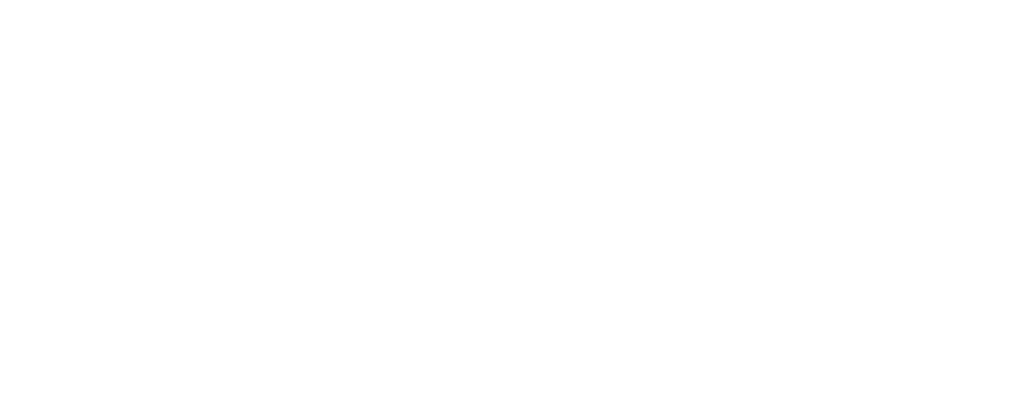
<source format=kicad_pcb>
(kicad_pcb
	(version 20240108)
	(generator "pcbnew")
	(generator_version "8.0")
	(general
		(thickness 1.6)
		(legacy_teardrops no)
	)
	(paper "B")
	(layers
		(0 "F.Cu" signal)
		(31 "B.Cu" signal)
		(32 "B.Adhes" user "B.Adhesive")
		(33 "F.Adhes" user "F.Adhesive")
		(34 "B.Paste" user)
		(35 "F.Paste" user)
		(36 "B.SilkS" user "B.Silkscreen")
		(37 "F.SilkS" user "F.Silkscreen")
		(38 "B.Mask" user)
		(39 "F.Mask" user)
		(40 "Dwgs.User" user "User.Drawings")
		(41 "Cmts.User" user "User.Comments")
		(42 "Eco1.User" user "User.Eco1")
		(43 "Eco2.User" user "User.Eco2")
		(44 "Edge.Cuts" user)
		(45 "Margin" user)
		(46 "B.CrtYd" user "B.Courtyard")
		(47 "F.CrtYd" user "F.Courtyard")
		(48 "B.Fab" user)
		(49 "F.Fab" user)
		(50 "User.1" user)
		(51 "User.2" user)
		(52 "User.3" user)
		(53 "User.4" user)
		(54 "User.5" user)
		(55 "User.6" user)
		(56 "User.7" user)
		(57 "User.8" user)
		(58 "User.9" user)
	)
	(setup
		(pad_to_mask_clearance 0)
		(allow_soldermask_bridges_in_footprints no)
		(pcbplotparams
			(layerselection 0x00010fc_ffffffff)
			(plot_on_all_layers_selection 0x0000000_00000000)
			(disableapertmacros no)
			(usegerberextensions no)
			(usegerberattributes yes)
			(usegerberadvancedattributes yes)
			(creategerberjobfile yes)
			(dashed_line_dash_ratio 12.000000)
			(dashed_line_gap_ratio 3.000000)
			(svgprecision 4)
			(plotframeref no)
			(viasonmask no)
			(mode 1)
			(useauxorigin no)
			(hpglpennumber 1)
			(hpglpenspeed 20)
			(hpglpendiameter 15.000000)
			(pdf_front_fp_property_popups yes)
			(pdf_back_fp_property_popups yes)
			(dxfpolygonmode yes)
			(dxfimperialunits yes)
			(dxfusepcbnewfont yes)
			(psnegative no)
			(psa4output no)
			(plotreference yes)
			(plotvalue yes)
			(plotfptext yes)
			(plotinvisibletext no)
			(sketchpadsonfab no)
			(subtractmaskfromsilk no)
			(outputformat 1)
			(mirror no)
			(drillshape 1)
			(scaleselection 1)
			(outputdirectory "")
		)
	)
	(net 0 "")
	(gr_line
		(start 41.677968 41.81899)
		(end 42.304997 42.13899)
		(stroke
			(width 0.000999)
			(type default)
		)
		(layer "Edge.Cuts")
		(uuid "00283557-71a1-4ad8-8cbd-13c15e2d867f")
	)
	(gr_line
		(start 156.419679 167.976738)
		(end 155.92268 167.479289)
		(stroke
			(width 0.000999)
			(type default)
		)
		(layer "Edge.Cuts")
		(uuid "0064cd32-0e2c-4bc2-8c24-a89547d5e0de")
	)
	(gr_line
		(start 146.437699 123.723727)
		(end 146.437699 137.724799)
		(stroke
			(width 0.000999)
			(type default)
		)
		(layer "Edge.Cuts")
		(uuid "00842107-cf7e-449d-b219-ce85927945f0")
	)
	(gr_line
		(start 317.042357 109.374555)
		(end 316.218359 109.374555)
		(stroke
			(width 0.000999)
			(type default)
		)
		(layer "Edge.Cuts")
		(uuid "00901183-dded-4117-86b0-42dd411b5cc5")
	)
	(gr_line
		(start 154.599682 37.749998)
		(end 153.904684 37.859998)
		(stroke
			(width 0.000999)
			(type default)
		)
		(layer "Edge.Cuts")
		(uuid "00f27072-d1f6-419b-bb28-dc7f917a1c2e")
	)
	(gr_line
		(start 345.8683 105.223764)
		(end 342.567306 105.223764)
		(stroke
			(width 0.000999)
			(type default)
		)
		(layer "Edge.Cuts")
		(uuid "0196a1f5-5671-44c3-bd81-2cba52f796e9")
	)
	(gr_line
		(start 342.567306 105.223764)
		(end 342.567306 106.144162)
		(stroke
			(width 0.000999)
			(type default)
		)
		(layer "Edge.Cuts")
		(uuid "01d45f39-c609-46cf-869c-eb5f924212a6")
	)
	(gr_line
		(start 203.875584 61.524951)
		(end 203.875584 47.523979)
		(stroke
			(width 0.000999)
			(type default)
		)
		(layer "Edge.Cuts")
		(uuid "01d8a85c-3348-45a2-9c51-32844948f915")
	)
	(gr_line
		(start 370.274251 156.77336)
		(end 356.275279 156.77336)
		(stroke
			(width 0.000999)
			(type default)
		)
		(layer "Edge.Cuts")
		(uuid "024363a7-0d70-4962-aca9-002365b1afe5")
	)
	(gr_line
		(start 294.074403 80.574913)
		(end 280.075431 80.574913)
		(stroke
			(width 0.000999)
			(type default)
		)
		(layer "Edge.Cuts")
		(uuid "024ab5f5-472a-40de-b8e4-961b35b79b7f")
	)
	(gr_line
		(start 348.417295 112.17455)
		(end 348.417295 109.374555)
		(stroke
			(width 0.000999)
			(type default)
		)
		(layer "Edge.Cuts")
		(uuid "024dd4f8-418f-4353-bb1e-5e3fb2558253")
	)
	(gr_line
		(start 199.111593 118.674837)
		(end 199.111593 104.673765)
		(stroke
			(width 0.000999)
			(type default)
		)
		(layer "Edge.Cuts")
		(uuid "026962e2-c287-4015-913d-70d672dc7a6f")
	)
	(gr_line
		(start 379.940232 168.603767)
		(end 379.620232 167.976738)
		(stroke
			(width 0.000999)
			(type default)
		)
		(layer "Edge.Cuts")
		(uuid "02d6ad85-0031-44ba-b80f-eec7c6e34a33")
	)
	(gr_line
		(start 179.774632 47.523979)
		(end 179.774632 61.524951)
		(stroke
			(width 0.000999)
			(type default)
		)
		(layer "Edge.Cuts")
		(uuid "030c2a83-6f86-4ae6-97e9-da3be0cf80ca")
	)
	(gr_line
		(start 84.525122 47.523979)
		(end 84.525122 61.524951)
		(stroke
			(width 0.000999)
			(type default)
		)
		(layer "Edge.Cuts")
		(uuid "031d0208-533b-43ec-9ffd-608232f01bb7")
	)
	(gr_line
		(start 152.459686 168.603767)
		(end 152.350687 169.299655)
		(stroke
			(width 0.000999)
			(type default)
		)
		(layer "Edge.Cuts")
		(uuid "035f16d8-7f55-4a17-874f-71bfe38d868f")
	)
	(gr_line
		(start 38.21773 173.207778)
		(end 38.152962 173.065838)
		(stroke
			(width 0.000999)
			(type default)
		)
		(layer "Edge.Cuts")
		(uuid "045f239e-be88-463f-87fc-2270d25e7002")
	)
	(gr_line
		(start 156.739678 169.995574)
		(end 156.849678 169.299655)
		(stroke
			(width 0.000999)
			(type default)
		)
		(layer "Edge.Cuts")
		(uuid "047b7d0f-1fb3-4c1d-ab76-81acf4dddc54")
	)
	(gr_line
		(start 275.024441 156.77336)
		(end 261.025469 156.77336)
		(stroke
			(width 0.000999)
			(type default)
		)
		(layer "Edge.Cuts")
		(uuid "04c0d029-a4de-45fd-8a8c-ebf23bd603e4")
	)
	(gr_line
		(start 127.387537 137.724799)
		(end 113.386865 137.724799)
		(stroke
			(width 0.000999)
			(type default)
		)
		(layer "Edge.Cuts")
		(uuid "0509b130-6df5-4572-a750-07def0d7c6d9")
	)
	(gr_line
		(start 184.825622 47.523979)
		(end 198.824594 47.523979)
		(stroke
			(width 0.000999)
			(type default)
		)
		(layer "Edge.Cuts")
		(uuid "056dc85b-d204-41f9-af10-4ad596686ca9")
	)
	(gr_line
		(start 375.66124 169.995574)
		(end 375.979239 170.622563)
		(stroke
			(width 0.000999)
			(type default)
		)
		(layer "Edge.Cuts")
		(uuid "05a345e6-0f65-4299-9e77-119ef3d399ac")
	)
	(gr_line
		(start 43.695434 171.439751)
		(end 44.322423 171.120052)
		(stroke
			(width 0.000999)
			(type default)
		)
		(layer "Edge.Cuts")
		(uuid "06fb84fb-8a85-4e4e-af55-e787ea51092c")
	)
	(gr_line
		(start 298.837394 123.723727)
		(end 298.837394 137.724799)
		(stroke
			(width 0.000999)
			(type default)
		)
		(layer "Edge.Cuts")
		(uuid "07da3406-07d8-4ae6-be25-4550f2da905f")
	)
	(gr_line
		(start 377.104237 167.15956)
		(end 376.477238 167.479289)
		(stroke
			(width 0.000999)
			(type default)
		)
		(layer "Edge.Cuts")
		(uuid "07e09243-89bd-473e-9889-ec158a302d99")
	)
	(gr_line
		(start 141.961707 104.673765)
		(end 155.962679 104.673765)
		(stroke
			(width 0.000999)
			(type default)
		)
		(layer "Edge.Cuts")
		(uuid "07e25600-e934-43e6-b2de-4fdd9b177366")
	)
	(gr_line
		(start 370.274251 142.773888)
		(end 370.274251 156.77336)
		(stroke
			(width 0.000999)
			(type default)
		)
		(layer "Edge.Cuts")
		(uuid "0813c13f-2480-4012-8856-de4fca58a40e")
	)
	(gr_line
		(start 381.566228 35.152004)
		(end 381.708228 35.217004)
		(stroke
			(width 0.000999)
			(type default)
		)
		(layer "Edge.Cuts")
		(uuid "081624fe-afde-4988-8719-25ddd9fb1225")
	)
	(gr_line
		(start 40.8608 168.603767)
		(end 40.75056 169.299655)
		(stroke
			(width 0.000999)
			(type default)
		)
		(layer "Edge.Cuts")
		(uuid "0834bfcb-691a-4650-a001-bafd5709f2e2")
	)
	(gr_line
		(start 340.84231 109.374555)
		(end 339.318313 109.374555)
		(stroke
			(width 0.000999)
			(type default)
		)
		(layer "Edge.Cuts")
		(uuid "086cc3a3-c2c7-461d-bae8-9e33ba402b24")
	)
	(gr_line
		(start 252.342487 156.543161)
		(end 252.342487 150.273073)
		(stroke
			(width 0.000999)
			(type default)
		)
		(layer "Edge.Cuts")
		(uuid "0896d14e-f0f7-4e0a-a548-00c5967388e5")
	)
	(gr_line
		(start 381.419229 35.097004)
		(end 381.566228 35.152004)
		(stroke
			(width 0.000999)
			(type default)
		)
		(layer "Edge.Cuts")
		(uuid "089d7466-6f0c-44ec-ab9e-97b7a1b67a4e")
	)
	(gr_line
		(start 84.525122 80.574913)
		(end 70.52575 80.574913)
		(stroke
			(width 0.000999)
			(type default)
		)
		(layer "Edge.Cuts")
		(uuid "08c3ae31-41a2-4769-a56a-9215446227fc")
	)
	(gr_line
		(start 379.123233 167.479289)
		(end 378.496234 167.15956)
		(stroke
			(width 0.000999)
			(type default)
		)
		(layer "Edge.Cuts")
		(uuid "08e6479b-b6ab-44e4-9867-7fa6e9fcfa5c")
	)
	(gr_line
		(start 175.300641 99.624875)
		(end 175.300641 85.623803)
		(stroke
			(width 0.000999)
			(type default)
		)
		(layer "Edge.Cuts")
		(uuid "09339b64-4898-4100-b6c4-637af676fd2d")
	)
	(gr_line
		(start 370.274251 80.574913)
		(end 356.275279 80.574913)
		(stroke
			(width 0.000999)
			(type default)
		)
		(layer "Edge.Cuts")
		(uuid "09c76bcb-96d8-44ba-9f2d-0ff0a5661702")
	)
	(gr_line
		(start 179.774632 66.573941)
		(end 179.774632 80.574913)
		(stroke
			(width 0.000999)
			(type default)
		)
		(layer "Edge.Cuts")
		(uuid "09cb1009-32c4-44f7-bb49-27ecb0b4caca")
	)
	(gr_line
		(start 150.61869 144.242886)
		(end 150.61869 143.323687)
		(stroke
			(width 0.000999)
			(type default)
		)
		(layer "Edge.Cuts")
		(uuid "0a1e65d3-25a7-4ad0-8a9c-981c9914c6a4")
	)
	(gr_line
		(start 339.318313 113.974446)
		(end 340.84231 113.974446)
		(stroke
			(width 0.000999)
			(type default)
		)
		(layer "Edge.Cuts")
		(uuid "0a673b4a-f112-4b00-836e-62bb62cf1a59")
	)
	(gr_line
		(start 356.275279 104.673765)
		(end 370.274251 104.673765)
		(stroke
			(width 0.000999)
			(type default)
		)
		(layer "Edge.Cuts")
		(uuid "0b6c378a-749f-49bc-86e1-9f606d22f3cb")
	)
	(gr_line
		(start 382.320227 173.597757)
		(end 382.215227 173.714893)
		(stroke
			(width 0.000999)
			(type default)
		)
		(layer "Edge.Cuts")
		(uuid "0b6da045-71a3-4f6d-9511-5f1cf48fdb27")
	)
	(gr_line
		(start 38.701419 173.819621)
		(end 38.585666 173.714893)
		(stroke
			(width 0.000999)
			(type default)
		)
		(layer "Edge.Cuts")
		(uuid "0cd45f83-c190-43f1-8249-1d4a985756ab")
	)
	(gr_line
		(start 313.124365 142.773888)
		(end 313.124365 156.77336)
		(stroke
			(width 0.000999)
			(type default)
		)
		(layer "Edge.Cuts")
		(uuid "0cedad5e-e8c4-48f2-a431-f449f29bd9a0")
	)
	(gr_line
		(start 134.531222 142.773888)
		(end 134.531222 156.77336)
		(stroke
			(width 0.000999)
			(type default)
		)
		(layer "Edge.Cuts")
		(uuid "0cee8a70-db80-4e51-afe5-4bc0ea76c0b7")
	)
	(gr_line
		(start 227.399537 85.623803)
		(end 227.399537 99.624875)
		(stroke
			(width 0.000999)
			(type default)
		)
		(layer "Edge.Cuts")
		(uuid "0d4a33f9-6995-402b-8446-fe42ca2d6323")
	)
	(gr_line
		(start 268.020455 167.976738)
		(end 267.522456 167.479289)
		(stroke
			(width 0.000999)
			(type default)
		)
		(layer "Edge.Cuts")
		(uuid "0dc8b62a-b12b-49a1-bc42-24697399f35b")
	)
	(gr_line
		(start 165.77566 47.523979)
		(end 179.774632 47.523979)
		(stroke
			(width 0.000999)
			(type default)
		)
		(layer "Edge.Cuts")
		(uuid "0df4882e-aa4e-434f-a2d5-780ec411c6c3")
	)
	(gr_line
		(start 236.924518 47.523979)
		(end 236.924518 61.524951)
		(stroke
			(width 0.000999)
			(type default)
		)
		(layer "Edge.Cuts")
		(uuid "0e76730a-1cb4-4e0b-b33b-cda14c7656d1")
	)
	(gr_line
		(start 154.599682 42.24899)
		(end 155.295681 42.13899)
		(stroke
			(width 0.000999)
			(type default)
		)
		(layer "Edge.Cuts")
		(uuid "0ead5f5e-5b5a-4404-bd99-09ca2e0d5054")
	)
	(gr_line
		(start 153.276685 41.81899)
		(end 153.904684 42.13899)
		(stroke
			(width 0.000999)
			(type default)
		)
		(layer "Edge.Cuts")
		(uuid "0f0a38e9-bee3-4015-809f-6806290daaea")
	)
	(gr_line
		(start 268.340455 169.995574)
		(end 268.450454 169.299655)
		(stroke
			(width 0.000999)
			(type default)
		)
		(layer "Edge.Cuts")
		(uuid "0f3c5850-80aa-4ba7-9e2e-44f82df3e337")
	)
	(gr_line
		(start 348.249295 68.043938)
		(end 348.249295 67.12394)
		(stroke
			(width 0.000999)
			(type default)
		)
		(layer "Edge.Cuts")
		(uuid "0f76a1fb-f73f-4205-ac66-4565e496cd72")
	)
	(gr_line
		(start 339.318313 118.674837)
		(end 339.318313 113.974446)
		(stroke
			(width 0.000999)
			(type default)
		)
		(layer "Edge.Cuts")
		(uuid "0fe0113f-58d5-48d4-9fcb-2d8ac91a5142")
	)
	(gr_line
		(start 382.794226 36.843)
		(end 382.801226 37)
		(stroke
			(width 0.000999)
			(type default)
		)
		(layer "Edge.Cuts")
		(uuid "117d1ab1-bc83-4598-9c18-95154d9b2c30")
	)
	(gr_line
		(start 382.744226 36.533001)
		(end 382.776226 36.686001)
		(stroke
			(width 0.000999)
			(type default)
		)
		(layer "Edge.Cuts")
		(uuid "1183c5f1-9106-427b-b768-f695823c6f27")
	)
	(gr_line
		(start 266.200459 37.749998)
		(end 265.50546 37.859998)
		(stroke
			(width 0.000999)
			(type default)
		)
		(layer "Edge.Cuts")
		(uuid "1210eaa0-a0f8-4dfa-8bc0-0d8a34a7a6a6")
	)
	(gr_line
		(start 382.801226 172.299649)
		(end 382.794226 172.456749)
		(stroke
			(width 0.000999)
			(type default)
		)
		(layer "Edge.Cuts")
		(uuid "1283e29d-d3e8-45a9-af1e-beb665eb4990")
	)
	(gr_line
		(start 38.2949 35.954002)
		(end 38.381715 35.823002)
		(stroke
			(width 0.000999)
			(type default)
		)
		(layer "Edge.Cuts")
		(uuid "12cf6ccc-cf74-4a01-8eb2-cd20b222955e")
	)
	(gr_line
		(start 351.224289 61.524951)
		(end 337.225317 61.524951)
		(stroke
			(width 0.000999)
			(type default)
		)
		(layer "Edge.Cuts")
		(uuid "1372d620-6de8-4579-928b-afe32fe809de")
	)
	(gr_line
		(start 265.50546 37.859998)
		(end 264.878462 38.177998)
		(stroke
			(width 0.000999)
			(type default)
		)
		(layer "Edge.Cuts")
		(uuid "1420661a-3033-414a-b6ec-ff1cab503821")
	)
	(gr_line
		(start 337.225317 156.77336)
		(end 337.225317 142.773888)
		(stroke
			(width 0.000999)
			(type default)
		)
		(layer "Edge.Cuts")
		(uuid "142b9960-c291-40e0-a0cd-c3e26cb48eb9")
	)
	(gr_line
		(start 132.148627 85.623803)
		(end 132.148627 99.624875)
		(stroke
			(width 0.000999)
			(type default)
		)
		(layer "Edge.Cuts")
		(uuid "143a56c5-6b47-4b87-8f66-dc649b3fe022")
	)
	(gr_line
		(start 113.100065 85.623803)
		(end 113.100065 99.624875)
		(stroke
			(width 0.000999)
			(type default)
		)
		(layer "Edge.Cuts")
		(uuid "14c22fe4-6cc0-4ef5-bff1-75cb49d581cd")
	)
	(gr_line
		(start 222.637546 137.724799)
		(end 208.636574 137.724799)
		(stroke
			(width 0.000999)
			(type default)
		)
		(layer "Edge.Cuts")
		(uuid "14c8000c-aa55-45ac-a973-e70c68d18474")
	)
	(gr_line
		(start 382.648226 173.065838)
		(end 382.583226 173.207778)
		(stroke
			(width 0.000999)
			(type default)
		)
		(layer "Edge.Cuts")
		(uuid "150f007b-c74e-4250-b6db-544369191b56")
	)
	(gr_line
		(start 241.975507 66.573941)
		(end 255.974479 66.573941)
		(stroke
			(width 0.000999)
			(type default)
		)
		(layer "Edge.Cuts")
		(uuid "159cfabd-1241-44f5-a457-b814e94ea33f")
	)
	(gr_line
		(start 323.792344 106.144162)
		(end 322.068347 106.144162)
		(stroke
			(width 0.000999)
			(type default)
		)
		(layer "Edge.Cuts")
		(uuid "15add50c-c886-4757-adcd-cd836e69cb0a")
	)
	(gr_line
		(start 321.150349 81.324511)
		(end 324.449343 81.324511)
		(stroke
			(width 0.000999)
			(type default)
		)
		(layer "Edge.Cuts")
		(uuid "163cacde-d2fc-45ff-98f3-555280f1aa48")
	)
	(gr_line
		(start 80.90663 133.022908)
		(end 82.432127 133.022908)
		(stroke
			(width 0.000999)
			(type default)
		)
		(layer "Edge.Cuts")
		(uuid "1670618c-96a9-41fe-bf1f-557f34911e01")
	)
	(gr_line
		(start 41.179129 170.622563)
		(end 41.677968 171.120052)
		(stroke
			(width 0.000999)
			(type default)
		)
		(layer "Edge.Cuts")
		(uuid "1692a281-a460-4047-acd5-4d01e319df0b")
	)
	(gr_line
		(start 179.774632 80.574913)
		(end 165.77566 80.574913)
		(stroke
			(width 0.000999)
			(type default)
		)
		(layer "Edge.Cuts")
		(uuid "1747393e-6f29-4a16-a39a-d02a26ff4438")
	)
	(gr_line
		(start 318.767354 105.223764)
		(end 318.767354 106.144162)
		(stroke
			(width 0.000999)
			(type default)
		)
		(layer "Edge.Cuts")
		(uuid "17fbf034-143a-47c1-adf2-5dffb5f13ceb")
	)
	(gr_line
		(start 232.162527 104.673765)
		(end 232.162527 118.674837)
		(stroke
			(width 0.000999)
			(type default)
		)
		(layer "Edge.Cuts")
		(uuid "1893d830-c644-414e-b4e1-912ff3da4df0")
	)
	(gr_line
		(start 175.300641 85.623803)
		(end 189.299613 85.623803)
		(stroke
			(width 0.000999)
			(type default)
		)
		(layer "Edge.Cuts")
		(uuid "18cacbef-fa69-4c66-a517-b193440b7183")
	)
	(gr_line
		(start 40.000911 174.300557)
		(end 39.843812 174.293666)
		(stroke
			(width 0.000999)
			(type default)
		)
		(layer "Edge.Cuts")
		(uuid "19196326-5158-4684-a76b-41a4ac1263c0")
	)
	(gr_line
		(start 265.78646 137.724799)
		(end 265.78646 123.723727)
		(stroke
			(width 0.000999)
			(type default)
		)
		(layer "Edge.Cuts")
		(uuid "1933e3fa-c40b-4824-824e-95e2c8fbfedd")
	)
	(gr_line
		(start 382.098227 35.479003)
		(end 382.215227 35.585003)
		(stroke
			(width 0.000999)
			(type default)
		)
		(layer "Edge.Cuts")
		(uuid "198def92-2932-4856-92fc-05889bf1fe8b")
	)
	(gr_line
		(start 341.699308 75.874522)
		(end 343.225305 75.874522)
		(stroke
			(width 0.000999)
			(type default)
		)
		(layer "Edge.Cuts")
		(uuid "19e76773-abbe-45a6-a7b4-083a849c2f64")
	)
	(gr_line
		(start 375.979239 170.622563)
		(end 376.477238 171.120052)
		(stroke
			(width 0.000999)
			(type default)
		)
		(layer "Edge.Cuts")
		(uuid "1a603fa6-9374-4d12-a867-2ce8e4d77bd3")
	)
	(gr_line
		(start 102.981385 137.493299)
		(end 104.706382 137.493299)
		(stroke
			(width 0.000999)
			(type default)
		)
		(layer "Edge.Cuts")
		(uuid "1a872766-fc70-4391-8194-bb24eb69c4e8")
	)
	(gr_line
		(start 253.167485 147.474379)
		(end 252.342487 147.474379)
		(stroke
			(width 0.000999)
			(type default)
		)
		(layer "Edge.Cuts")
		(uuid "1a8989ca-57a0-46eb-9761-92cb6466bc4c")
	)
	(gr_line
		(start 326.175339 75.874522)
		(end 327.700336 75.874522)
		(stroke
			(width 0.000999)
			(type default)
		)
		(layer "Edge.Cuts")
		(uuid "1ab9485b-7f51-4e4a-8b78-a5dacd2dd7de")
	)
	(gr_line
		(start 156.419679 170.622563)
		(end 156.739678 169.995574)
		(stroke
			(width 0.000999)
			(type default)
		)
		(layer "Edge.Cuts")
		(uuid "1ac7c8d7-892e-47ad-baf4-f1400f020218")
	)
	(gr_line
		(start 152.459686 39.303995)
		(end 152.350687 39.999994)
		(stroke
			(width 0.000999)
			(type default)
		)
		(layer "Edge.Cuts")
		(uuid "1b42672b-ecd4-46dc-8cfc-6618edca2c1f")
	)
	(gr_line
		(start 332.174327 142.773888)
		(end 332.174327 156.77336)
		(stroke
			(width 0.000999)
			(type default)
		)
		(layer "Edge.Cuts")
		(uuid "1b7144b3-e79a-476f-b188-60f7f245c86d")
	)
	(gr_line
		(start 198.824594 61.524951)
		(end 184.825622 61.524951)
		(stroke
			(width 0.000999)
			(type default)
		)
		(layer "Edge.Cuts")
		(uuid "1b9fe916-38dc-4eca-b989-cd94577ebc2a")
	)
	(gr_line
		(start 284.549422 85.623803)
		(end 284.549422 99.624875)
		(stroke
			(width 0.000999)
			(type default)
		)
		(layer "Edge.Cuts")
		(uuid "1ba20443-3627-4a85-a968-eacfa8a0ee0b")
	)
	(gr_line
		(start 208.349575 85.623803)
		(end 208.349575 99.624875)
		(stroke
			(width 0.000999)
			(type default)
		)
		(layer "Edge.Cuts")
		(uuid "1bb3495e-7195-4468-82e2-b2543f282c19")
	)
	(gr_line
		(start 275.024441 47.523979)
		(end 275.024441 61.524951)
		(stroke
			(width 0.000999)
			(type default)
		)
		(layer "Edge.Cuts")
		(uuid "1c3d39db-8915-4bab-9592-988a34d4397e")
	)
	(gr_line
		(start 356.275279 137.724799)
		(end 356.275279 123.723727)
		(stroke
			(width 0.000999)
			(type default)
		)
		(layer "Edge.Cuts")
		(uuid "1c9f1762-f7e6-4dc6-b1b5-4f780860ff2f")
	)
	(gr_line
		(start 341.699308 71.274931)
		(end 341.699308 66.573941)
		(stroke
			(width 0.000999)
			(type default)
		)
		(layer "Edge.Cuts")
		(uuid "1cd95353-dde6-40e0-8693-fa675f98d28a")
	)
	(gr_line
		(start 345.8683 118.444837)
		(end 347.592296 118.444837)
		(stroke
			(width 0.000999)
			(type default)
		)
		(layer "Edge.Cuts")
		(uuid "1ce0e4fc-5fe4-415f-a03a-2ea4123c4f1c")
	)
	(gr_line
		(start 279.787432 123.723727)
		(end 279.787432 137.724799)
		(stroke
			(width 0.000999)
			(type default)
		)
		(layer "Edge.Cuts")
		(uuid "1d8848f0-5542-44e6-a63d-105862050c55")
	)
	(gr_line
		(start 38.479557 173.597757)
		(end 38.381715 173.475117)
		(stroke
			(width 0.000999)
			(type default)
		)
		(layer "Edge.Cuts")
		(uuid "1d915156-1375-4133-90bd-fd7caa6a1d35")
	)
	(gr_line
		(start 380.957229 35.006004)
		(end 381.113229 35.024004)
		(stroke
			(width 0.000999)
			(type default)
		)
		(layer "Edge.Cuts")
		(uuid "1da5c4ca-e363-4404-ac9e-983a7d67b387")
	)
	(gr_line
		(start 322.649346 85.623803)
		(end 322.649346 99.624875)
		(stroke
			(width 0.000999)
			(type default)
		)
		(layer "Edge.Cuts")
		(uuid "1e0cff3c-96ef-4bd1-9560-92be83875ba5")
	)
	(gr_line
		(start 375.66124 39.303995)
		(end 375.55124 39.999994)
		(stroke
			(width 0.000999)
			(type default)
		)
		(layer "Edge.Cuts")
		(uuid "1e1bb329-fdfd-47db-9307-1fecf7614516")
	)
	(gr_line
		(start 381.113229 35.024004)
		(end 381.267229 35.054004)
		(stroke
			(width 0.000999)
			(type default)
		)
		(layer "Edge.Cuts")
		(uuid "1ea0b755-6aeb-40d1-a9f6-daeabdce3e30")
	)
	(gr_line
		(start 127.675736 61.524951)
		(end 127.675736 47.523979)
		(stroke
			(width 0.000999)
			(type default)
		)
		(layer "Edge.Cuts")
		(uuid "1eaa8208-20c3-4398-af13-6bc821a97a1c")
	)
	(gr_line
		(start 308.650374 99.624875)
		(end 308.650374 85.623803)
		(stroke
			(width 0.000999)
			(type default)
		)
		(layer "Edge.Cuts")
		(uuid "1eadbe05-fb6c-4f4d-bd01-f4b58ff11069")
	)
	(gr_line
		(start 324.449343 67.12394)
		(end 321.150349 67.12394)
		(stroke
			(width 0.000999)
			(type default)
		)
		(layer "Edge.Cuts")
		(uuid "1ecafe28-97b0-42cb-bc60-fb37055c4612")
	)
	(gr_line
		(start 153.904684 171.439751)
		(end 154.599682 171.550001)
		(stroke
			(width 0.000999)
			(type default)
		)
		(layer "Edge.Cuts")
		(uuid "1ee35b22-2761-4875-baa8-a8270eeee045")
	)
	(gr_line
		(start 289.312413 118.674837)
		(end 275.311441 118.674837)
		(stroke
			(width 0.000999)
			(type default)
		)
		(layer "Edge.Cuts")
		(uuid "1ef3ac60-69d7-47d6-8f8d-5c1631797353")
	)
	(gr_line
		(start 154.599682 167.0507)
		(end 153.904684 167.15956)
		(stroke
			(width 0.000999)
			(type default)
		)
		(layer "Edge.Cuts")
		(uuid "1f5c76b3-3ca1-47ba-80f5-76bb52cf8952")
	)
	(gr_line
		(start 382.703226 36.380001)
		(end 382.744226 36.533001)
		(stroke
			(width 0.000999)
			(type default)
		)
		(layer "Edge.Cuts")
		(uuid "1fdb29b7-aba6-44ab-8897-08623790cd41")
	)
	(gr_line
		(start 40.8608 169.995574)
		(end 41.179129 170.622563)
		(stroke
			(width 0.000999)
			(type default)
		)
		(layer "Edge.Cuts")
		(uuid "1fe02de6-c726-4602-b87c-8dc8857190f8")
	)
	(gr_line
		(start 267.522456 171.120052)
		(end 268.020455 170.622563)
		(stroke
			(width 0.000999)
			(type default)
		)
		(layer "Edge.Cuts")
		(uuid "2047d925-9ea2-46b9-bf0a-7676f23a9f52")
	)
	(gr_line
		(start 332.461326 85.623803)
		(end 346.462298 85.623803)
		(stroke
			(width 0.000999)
			(type default)
		)
		(layer "Edge.Cuts")
		(uuid "20f64fc2-d83e-4290-acd8-5285d98dac13")
	)
	(gr_line
		(start 379.940232 169.995574)
		(end 380.050231 169.299655)
		(stroke
			(width 0.000999)
			(type default)
		)
		(layer "Edge.Cuts")
		(uuid "210e6c18-f523-4e63-a796-73e4043e6ebc")
	)
	(gr_line
		(start 318.767354 106.144162)
		(end 317.042357 106.144162)
		(stroke
			(width 0.000999)
			(type default)
		)
		(layer "Edge.Cuts")
		(uuid "218f3dfd-7113-4eb6-89c9-acca22588879")
	)
	(gr_line
		(start 264.379463 41.320991)
		(end 264.878462 41.81899)
		(stroke
			(width 0.000999)
			(type default)
		)
		(layer "Edge.Cuts")
		(uuid "2292a479-e65e-4c12-be38-b380311a9adf")
	)
	(gr_line
		(start 261.025469 66.573941)
		(end 275.024441 66.573941)
		(stroke
			(width 0.000999)
			(type default)
		)
		(layer "Edge.Cuts")
		(uuid "22a65156-a0c6-4f33-a428-336ba7f82b95")
	)
	(gr_line
		(start 222.925546 80.574913)
		(end 222.925546 66.573941)
		(stroke
			(width 0.000999)
			(type default)
		)
		(layer "Edge.Cuts")
		(uuid "22bdd82d-fbde-4965-8e3a-7fd5df89a806")
	)
	(gr_line
		(start 222.925546 66.573941)
		(end 236.924518 66.573941)
		(stroke
			(width 0.000999)
			(type default)
		)
		(layer "Edge.Cuts")
		(uuid "22c0572b-95e2-40ee-bd71-7a1879610353")
	)
	(gr_line
		(start 146.437699 137.724799)
		(end 132.436827 137.724799)
		(stroke
			(width 0.000999)
			(type default)
		)
		(layer "Edge.Cuts")
		(uuid "2306e5df-c099-419a-a528-78fa93c710ce")
	)
	(gr_line
		(start 356.275279 99.624875)
		(end 356.275279 85.623803)
		(stroke
			(width 0.000999)
			(type default)
		)
		(layer "Edge.Cuts")
		(uuid "2329b053-1f44-415d-a5c4-f85bdd2975ed")
	)
	(gr_line
		(start 145.5927 150.273073)
		(end 145.5927 156.543161)
		(stroke
			(width 0.000999)
			(type default)
		)
		(layer "Edge.Cuts")
		(uuid "2374369f-ae36-423f-8833-19bb106f30c9")
	)
	(gr_line
		(start 377.104237 171.439751)
		(end 377.800236 171.550001)
		(stroke
			(width 0.000999)
			(type default)
		)
		(layer "Edge.Cuts")
		(uuid "24237b8d-18a0-4bac-bc87-6bf8a11df617")
	)
	(gr_line
		(start 103.575084 80.574913)
		(end 89.575812 80.574913)
		(stroke
			(width 0.000999)
			(type default)
		)
		(layer "Edge.Cuts")
		(uuid "243e8931-dd7a-46a0-9d65-a728c7381619")
	)
	(gr_line
		(start 318.175355 61.524951)
		(end 318.175355 47.523979)
		(stroke
			(width 0.000999)
			(type default)
		)
		(layer "Edge.Cuts")
		(uuid "24d2e694-744b-475e-87d2-9d7783d33118")
	)
	(gr_line
		(start 165.77566 66.573941)
		(end 179.774632 66.573941)
		(stroke
			(width 0.000999)
			(type default)
		)
		(layer "Edge.Cuts")
		(uuid "2531755d-7101-4bcc-b282-f27d671bd48f")
	)
	(gr_line
		(start 160.72467 61.524951)
		(end 146.725698 61.524951)
		(stroke
			(width 0.000999)
			(type default)
		)
		(layer "Edge.Cuts")
		(uuid "255983c3-ad90-4c29-ba9b-2e1c36f4a42b")
	)
	(gr_line
		(start 74.157043 128.424517)
		(end 73.331445 128.424517)
		(stroke
			(width 0.000999)
			(type default)
		)
		(layer "Edge.Cuts")
		(uuid "2570447b-d378-4817-a4dd-93f2d6e1c910")
	)
	(gr_line
		(start 141.674708 61.524951)
		(end 127.675736 61.524951)
		(stroke
			(width 0.000999)
			(type default)
		)
		(layer "Edge.Cuts")
		(uuid "2578c727-be8d-43f6-989f-847a5c5f6a35")
	)
	(gr_line
		(start 265.50546 42.13899)
		(end 266.200459 42.24899)
		(stroke
			(width 0.000999)
			(type default)
		)
		(layer "Edge.Cuts")
		(uuid "25839301-3c2f-497f-8c4f-ad1ee376a8ba")
	)
	(gr_line
		(start 247.317497 144.242886)
		(end 245.5925 144.242886)
		(stroke
			(width 0.000999)
			(type default)
		)
		(layer "Edge.Cuts")
		(uuid "259803ea-7a07-4f83-90bd-d474d9c1b734")
	)
	(gr_line
		(start 96.431299 123.723727)
		(end 82.432127 123.723727)
		(stroke
			(width 0.000999)
			(type default)
		)
		(layer "Edge.Cuts")
		(uuid "25b19093-96a0-4329-a419-eaf47ca2db98")
	)
	(gr_line
		(start 370.274251 118.674837)
		(end 356.275279 118.674837)
		(stroke
			(width 0.000999)
			(type default)
		)
		(layer "Edge.Cuts")
		(uuid "25fe8b1e-14d2-4544-a606-228adbca3593")
	)
	(gr_line
		(start 260.73747 123.723727)
		(end 260.73747 137.724799)
		(stroke
			(width 0.000999)
			(type default)
		)
		(layer "Edge.Cuts")
		(uuid "26f89222-0528-4d38-ad91-21b8c4f6b455")
	)
	(gr_line
		(start 104.706382 137.493299)
		(end 104.706382 131.224512)
		(stroke
			(width 0.000999)
			(type default)
		)
		(layer "Edge.Cuts")
		(uuid "2705766f-d92a-40b0-82b7-71e8595f7f5b")
	)
	(gr_line
		(start 151.198689 85.623803)
		(end 151.198689 99.624875)
		(stroke
			(width 0.000999)
			(type default)
		)
		(layer "Edge.Cuts")
		(uuid "2781c214-c63c-48b9-8485-e3f32c98e184")
	)
	(gr_line
		(start 39.843812 35.006004)
		(end 40.000911 34.999004)
		(stroke
			(width 0.000999)
			(type default)
		)
		(layer "Edge.Cuts")
		(uuid "2862c9c7-7521-403e-adef-daee743e8ab5")
	)
	(gr_line
		(start 339.318313 109.374555)
		(end 339.318313 104.673765)
		(stroke
			(width 0.000999)
			(type default)
		)
		(layer "Edge.Cuts")
		(uuid "28c24156-e043-465a-8ec9-f045fbc2cc59")
	)
	(gr_line
		(start 38.024804 172.612469)
		(end 38.00689 172.456749)
		(stroke
			(width 0.000999)
			(type default)
		)
		(layer "Edge.Cuts")
		(uuid "293ebbcd-87f2-4eb2-9ea3-d71243a31d22")
	)
	(gr_line
		(start 96.718098 142.773888)
		(end 110.71877 142.773888)
		(stroke
			(width 0.000999)
			(type default)
		)
		(layer "Edge.Cuts")
		(uuid "29793881-180c-4803-9bec-b781204b4f7c")
	)
	(gr_line
		(start 99.680792 124.273725)
		(end 99.680792 125.194124)
		(stroke
			(width 0.000999)
			(type default)
		)
		(layer "Edge.Cuts")
		(uuid "29ac465e-fc81-4d2d-aa33-a59f0af099b6")
	)
	(gr_line
		(start 38.09784 36.380001)
		(end 38.152962 36.234002)
		(stroke
			(width 0.000999)
			(type default)
		)
		(layer "Edge.Cuts")
		(uuid "29fedc16-fd99-46be-9ffd-ffa6f092d252")
	)
	(gr_line
		(start 270.55045 85.623803)
		(end 284.549422 85.623803)
		(stroke
			(width 0.000999)
			(type default)
		)
		(layer "Edge.Cuts")
		(uuid "2a2c272e-5a37-414e-b1d3-7a1d4ceacc91")
	)
	(gr_line
		(start 82.432127 133.022908)
		(end 82.432127 137.724799)
		(stroke
			(width 0.000999)
			(type default)
		)
		(layer "Edge.Cuts")
		(uuid "2a64ad13-b4ef-4fa8-a6d6-0eaacfda35fd")
	)
	(gr_line
		(start 104.706382 125.194124)
		(end 102.981385 125.194124)
		(stroke
			(width 0.000999)
			(type default)
		)
		(layer "Edge.Cuts")
		(uuid "2c13b0ee-4c62-4c45-9ab9-efb96792d052")
	)
	(gr_line
		(start 232.450526 85.623803)
		(end 246.449499 85.623803)
		(stroke
			(width 0.000999)
			(type default)
		)
		(layer "Edge.Cuts")
		(uuid "2c625b8c-144d-4278-8e50-08e32fd00f13")
	)
	(gr_line
		(start 155.295681 42.13899)
		(end 155.92268 41.81899)
		(stroke
			(width 0.000999)
			(type default)
		)
		(layer "Edge.Cuts")
		(uuid "2d436915-268d-4667-b8ec-1394c297aa32")
	)
	(gr_line
		(start 325.317341 118.674837)
		(end 339.318313 118.674837)
		(stroke
			(width 0.000999)
			(type default)
		)
		(layer "Edge.Cuts")
		(uuid "2d717821-22cb-48d0-bcd8-d4fecbd759c7")
	)
	(gr_line
		(start 122.625046 61.524951)
		(end 108.625774 61.524951)
		(stroke
			(width 0.000999)
			(type default)
		)
		(layer "Edge.Cuts")
		(uuid "2d935e6c-7bf5-46b6-9eec-f87383e7ff37")
	)
	(gr_line
		(start 270.262451 118.674837)
		(end 256.261479 118.674837)
		(stroke
			(width 0.000999)
			(type default)
		)
		(layer "Edge.Cuts")
		(uuid "2d9bd957-ede9-4368-9a9c-a88bbd376693")
	)
	(gr_line
		(start 38.21773 36.092002)
		(end 38.2949 35.954002)
		(stroke
			(width 0.000999)
			(type default)
		)
		(layer "Edge.Cuts")
		(uuid "2dc2c779-313d-47f4-bd30-a7eff6127c90")
	)
	(gr_line
		(start 289.312413 104.673765)
		(end 289.312413 118.674837)
		(stroke
			(width 0.000999)
			(type default)
		)
		(layer "Edge.Cuts")
		(uuid "2e09fdd2-a809-4a8f-803c-efd892b7cc82")
	)
	(gr_line
		(start 110.71877 156.77336)
		(end 96.718098 156.77336)
		(stroke
			(width 0.000999)
			(type default)
		)
		(layer "Edge.Cuts")
		(uuid "2ef8975e-2a29-4ca3-aa82-48ff84a02078")
	)
	(gr_line
		(start 294.361403 118.674837)
		(end 294.361403 104.673765)
		(stroke
			(width 0.000999)
			(type default)
		)
		(layer "Edge.Cuts")
		(uuid "2f062562-b117-4e05-9819-21532503187b")
	)
	(gr_line
		(start 38.824066 35.381003)
		(end 38.954973 35.294003)
		(stroke
			(width 0.000999)
			(type default)
		)
		(layer "Edge.Cuts")
		(uuid "2f3505e6-cf89-49a4-b697-91414b2d069a")
	)
	(gr_line
		(start 342.567306 118.444837)
		(end 342.567306 119.424435)
		(stroke
			(width 0.000999)
			(type default)
		)
		(layer "Edge.Cuts")
		(uuid "2fb43744-0db5-438c-a179-d44e8103bdb3")
	)
	(gr_line
		(start 45.139601 39.303995)
		(end 44.819912 38.676997)
		(stroke
			(width 0.000999)
			(type default)
		)
		(layer "Edge.Cuts")
		(uuid "30512937-fab8-4c7b-8d61-859f06470577")
	)
	(gr_line
		(start 156.419679 38.676997)
		(end 155.92268 38.177998)
		(stroke
			(width 0.000999)
			(type default)
		)
		(layer "Edge.Cuts")
		(uuid "309d961a-4577-46bf-8ae2-ab3978197a3e")
	)
	(gr_line
		(start 38.00689 36.843)
		(end 38.024804 36.686001)
		(stroke
			(width 0.000999)
			(type default)
		)
		(layer "Edge.Cuts")
		(uuid "31095832-7983-4e2c-bc8d-3fc70e9ded49")
	)
	(gr_line
		(start 382.703226 172.918388)
		(end 382.648226 173.065838)
		(stroke
			(width 0.000999)
			(type default)
		)
		(layer "Edge.Cuts")
		(uuid "3131b4bd-e2e4-40b9-a783-8c9c908e3254")
	)
	(gr_line
		(start 382.215227 173.714893)
		(end 382.098227 173.819621)
		(stroke
			(width 0.000999)
			(type default)
		)
		(layer "Edge.Cuts")
		(uuid "314c80c8-9c38-4659-a773-4297d5818e28")
	)
	(gr_line
		(start 356.275279 123.723727)
		(end 370.274251 123.723727)
		(stroke
			(width 0.000999)
			(type default)
		)
		(layer "Edge.Cuts")
		(uuid "31546785-c27d-4729-b331-9868594486a0")
	)
	(gr_line
		(start 370.274251 123.723727)
		(end 370.274251 137.724799)
		(stroke
			(width 0.000999)
			(type default)
		)
		(layer "Edge.Cuts")
		(uuid "31ec2b37-95a7-44a1-a634-63f98c0cd28b")
	)
	(gr_line
		(start 75.286941 85.623803)
		(end 89.287613 85.623803)
		(stroke
			(width 0.000999)
			(type default)
		)
		(layer "Edge.Cuts")
		(uuid "31f0fbd1-419b-46e9-b217-4442f392b86c")
	)
	(gr_line
		(start 341.699308 66.573941)
		(end 327.700336 66.573941)
		(stroke
			(width 0.000999)
			(type default)
		)
		(layer "Edge.Cuts")
		(uuid "3245681a-18f7-4525-baf5-b27e474fbdb3")
	)
	(gr_line
		(start 376.477238 171.120052)
		(end 377.104237 171.439751)
		(stroke
			(width 0.000999)
			(type default)
		)
		(layer "Edge.Cuts")
		(uuid "32c1771f-459a-4b33-8e3b-240634747679")
	)
	(gr_line
		(start 39.686712 35.024004)
		(end 39.843812 35.006004)
		(stroke
			(width 0.000999)
			(type default)
		)
		(layer "Edge.Cuts")
		(uuid "32d59040-7f82-4195-9e2c-ff9345e25349")
	)
	(gr_line
		(start 70.52575 66.573941)
		(end 84.525122 66.573941)
		(stroke
			(width 0.000999)
			(type default)
		)
		(layer "Edge.Cuts")
		(uuid "33339163-e0d9-4523-bc86-793e1df21f85")
	)
	(gr_line
		(start 194.350603 99.624875)
		(end 194.350603 85.623803)
		(stroke
			(width 0.000999)
			(type default)
		)
		(layer "Edge.Cuts")
		(uuid "3364f5fc-7a30-4898-b2ca-eaa76f5cc2d8")
	)
	(gr_line
		(start 319.425353 74.074926)
		(end 319.425353 80.344813)
		(stroke
			(width 0.000999)
			(type default)
		)
		(layer "Edge.Cuts")
		(uuid "33733569-5700-48ce-af65-a8848e2308a9")
	)
	(gr_line
		(start 79.181233 124.273725)
		(end 75.88064 124.273725)
		(stroke
			(width 0.000999)
			(type default)
		)
		(layer "Edge.Cuts")
		(uuid "33797386-9699-41d9-9998-f3eeef2918ab")
	)
	(gr_line
		(start 319.425353 71.274931)
		(end 318.599354 71.274931)
		(stroke
			(width 0.000999)
			(type default)
		)
		(layer "Edge.Cuts")
		(uuid "33e405eb-3541-4f8c-a308-0f5c3f600574")
	)
	(gr_line
		(start 376.477238 167.479289)
		(end 375.979239 167.976738)
		(stroke
			(width 0.000999)
			(type default)
		)
		(layer "Edge.Cuts")
		(uuid "33ee5b47-db93-4962-8607-9747d866b250")
	)
	(gr_line
		(start 342.567306 119.424435)
		(end 345.8683 119.424435)
		(stroke
			(width 0.000999)
			(type default)
		)
		(layer "Edge.Cuts")
		(uuid "341a44dd-26a6-4b64-82b2-a177cecad419")
	)
	(gr_line
		(start 155.295681 167.15956)
		(end 154.599682 167.0507)
		(stroke
			(width 0.000999)
			(type default)
		)
		(layer "Edge.Cuts")
		(uuid "34214458-69c8-4050-8cfd-b0699a2c5517")
	)
	(gr_line
		(start 279.787432 137.724799)
		(end 265.78646 137.724799)
		(stroke
			(width 0.000999)
			(type default)
		)
		(layer "Edge.Cuts")
		(uuid "3458723f-b658-4084-80f3-274f5229ea83")
	)
	(gr_line
		(start 255.974479 61.524951)
		(end 241.975507 61.524951)
		(stroke
			(width 0.000999)
			(type default)
		)
		(layer "Edge.Cuts")
		(uuid "34bd3215-c23e-43bd-8f65-b0e140d84fda")
	)
	(gr_line
		(start 165.48766 137.724799)
		(end 151.486688 137.724799)
		(stroke
			(width 0.000999)
			(type default)
		)
		(layer "Edge.Cuts")
		(uuid "3511814a-c05d-4ecd-bf48-ca8e775930ed")
	)
	(gr_line
		(start 326.175339 71.274931)
		(end 326.175339 68.043938)
		(stroke
			(width 0.000999)
			(type default)
		)
		(layer "Edge.Cuts")
		(uuid "3581db17-7c15-4ac3-a7f1-ef9efad6800b")
	)
	(gr_line
		(start 380.050231 169.299655)
		(end 379.940232 168.603767)
		(stroke
			(width 0.000999)
			(type default)
		)
		(layer "Edge.Cuts")
		(uuid "35ad7fa8-e5b6-4749-bbb9-315925e2c489")
	)
	(gr_line
		(start 99.680792 137.493299)
		(end 99.680792 138.474397)
		(stroke
			(width 0.000999)
			(type default)
		)
		(layer "Edge.Cuts")
		(uuid "36cdb7f8-03b0-488f-b99f-9dde6b5c2c05")
	)
	(gr_line
		(start 318.175355 156.77336)
		(end 318.175355 142.773888)
		(stroke
			(width 0.000999)
			(type default)
		)
		(layer "Edge.Cuts")
		(uuid "36e7d451-938a-4b43-93ea-3f0b0b355c84")
	)
	(gr_line
		(start 191.967607 152.07287)
		(end 191.967607 156.77336)
		(stroke
			(width 0.000999)
			(type default)
		)
		(layer "Edge.Cuts")
		(uuid "3727ead4-4766-4848-bfe2-9c02e1b2b59b")
	)
	(gr_line
		(start 266.894458 37.859998)
		(end 266.200459 37.749998)
		(stroke
			(width 0.000999)
			(type default)
		)
		(layer "Edge.Cuts")
		(uuid "374a35df-ea55-48e9-af17-4db7cbaaba98")
	)
	(gr_line
		(start 380.80023 174.300557)
		(end 40.000911 174.300557)
		(stroke
			(width 0.000999)
			(type default)
		)
		(layer "Edge.Cuts")
		(uuid "39540197-3152-41b3-9ecd-d68795be7ed8")
	)
	(gr_line
		(start 370.274251 61.524951)
		(end 356.275279 61.524951)
		(stroke
			(width 0.000999)
			(type default)
		)
		(layer "Edge.Cuts")
		(uuid "39710d26-7dbb-4ffc-98cc-923c6a11cf35")
	)
	(gr_line
		(start 43.000885 37.749998)
		(end 42.304997 37.859998)
		(stroke
			(width 0.000999)
			(type default)
		)
		(layer "Edge.Cuts")
		(uuid "39e21e94-cb65-4f11-987e-d9c4a588b2e3")
	)
	(gr_line
		(start 250.61849 156.543161)
		(end 252.342487 156.543161)
		(stroke
			(width 0.000999)
			(type default)
		)
		(layer "Edge.Cuts")
		(uuid "3a794b5e-cf34-41e2-986e-31ecbec9f010")
	)
	(gr_line
		(start 284.549422 99.624875)
		(end 270.55045 99.624875)
		(stroke
			(width 0.000999)
			(type default)
		)
		(layer "Edge.Cuts")
		(uuid "3acf1a08-a8e5-4c01-bba9-6ccd09730acd")
	)
	(gr_line
		(start 370.274251 104.673765)
		(end 370.274251 118.674837)
		(stroke
			(width 0.000999)
			(type default)
		)
		(layer "Edge.Cuts")
		(uuid "3b02fc46-66be-42c4-8328-1222c0087f50")
	)
	(gr_line
		(start 75.88064 138.474397)
		(end 79.181233 138.474397)
		(stroke
			(width 0.000999)
			(type default)
		)
		(layer "Edge.Cuts")
		(uuid "3b94195e-bbca-46fa-ad00-a96dbe3d6acf")
	)
	(gr_line
		(start 284.836422 137.724799)
		(end 284.836422 123.723727)
		(stroke
			(width 0.000999)
			(type default)
		)
		(layer "Edge.Cuts")
		(uuid "3be5cebe-fa2a-4940-b8d9-be70e101bb80")
	)
	(gr_line
		(start 103.575084 61.524951)
		(end 89.575812 61.524951)
		(stroke
			(width 0.000999)
			(type default)
		)
		(layer "Edge.Cuts")
		(uuid "3c0126ef-6a5c-458a-a03a-e76b0c1b15cb")
	)
	(gr_line
		(start 332.174327 61.524951)
		(end 318.175355 61.524951)
		(stroke
			(width 0.000999)
			(type default)
		)
		(layer "Edge.Cuts")
		(uuid "3cb90c71-9f34-43ca-82f0-86262e444fae")
	)
	(gr_line
		(start 265.49946 99.624875)
		(end 251.500488 99.624875)
		(stroke
			(width 0.000999)
			(type default)
		)
		(layer "Edge.Cuts")
		(uuid "3ce6664d-3c4d-4741-a4c7-ee513bc1d760")
	)
	(gr_line
		(start 246.736498 137.724799)
		(end 246.736498 123.723727)
		(stroke
			(width 0.000999)
			(type default)
		)
		(layer "Edge.Cuts")
		(uuid "3cefb2c2-325d-418c-96ba-a114355bcde1")
	)
	(gr_line
		(start 261.025469 156.77336)
		(end 261.025469 142.773888)
		(stroke
			(width 0.000999)
			(type default)
		)
		(layer "Edge.Cuts")
		(uuid "3cfb4d6f-764f-4474-928c-b379deb4947b")
	)
	(gr_line
		(start 152.780686 170.622563)
		(end 153.276685 171.120052)
		(stroke
			(width 0.000999)
			(type default)
		)
		(layer "Edge.Cuts")
		(uuid "3d417dc8-a4e8-460b-973d-6d4534393ff4")
	)
	(gr_line
		(start 294.074403 47.523979)
		(end 294.074403 61.524951)
		(stroke
			(width 0.000999)
			(type default)
		)
		(layer "Edge.Cuts")
		(uuid "3e0744ed-d37a-4a1d-981d-b3d6efe8d536")
	)
	(gr_line
		(start 141.961707 118.674837)
		(end 141.961707 104.673765)
		(stroke
			(width 0.000999)
			(type default)
		)
		(layer "Edge.Cuts")
		(uuid "3eb6a463-93c8-4aff-8d95-cff33ebc0516")
	)
	(gr_line
		(start 205.968579 147.474379)
		(end 205.968579 142.773888)
		(stroke
			(width 0.000999)
			(type default)
		)
		(layer "Edge.Cuts")
		(uuid "3eeab0b9-33fd-4519-868c-f2878ba246ac")
	)
	(gr_line
		(start 152.342687 156.543161)
		(end 152.342687 152.07287)
		(stroke
			(width 0.000999)
			(type default)
		)
		(layer "Edge.Cuts")
		(uuid "3fc5a6cc-c52e-4b7e-9621-8d6fbeda1539")
	)
	(gr_line
		(start 311.031369 137.724799)
		(end 311.031369 123.723727)
		(stroke
			(width 0.000999)
			(type default)
		)
		(layer "Edge.Cuts")
		(uuid "3fdbc415-cf1b-46c1-bf70-954ce6cdd082")
	)
	(gr_line
		(start 155.962679 118.674837)
		(end 141.961707 118.674837)
		(stroke
			(width 0.000999)
			(type default)
		)
		(layer "Edge.Cuts")
		(uuid "406f77fe-2ca8-4c78-b4b2-930015f2bb80")
	)
	(gr_line
		(start 102.981385 125.194124)
		(end 102.981385 124.273725)
		(stroke
			(width 0.000999)
			(type default)
		)
		(layer "Edge.Cuts")
		(uuid "40abf851-7931-4da3-b640-714e48a99bcd")
	)
	(gr_line
		(start 205.968579 152.07287)
		(end 245.5925 152.07287)
		(stroke
			(width 0.000999)
			(type default)
		)
		(layer "Edge.Cuts")
		(uuid "40cc9ea0-57e5-46aa-ab1b-af9e7d23908e")
	)
	(gr_line
		(start 263.949464 39.999994)
		(end 264.059463 40.693993)
		(stroke
			(width 0.000999)
			(type default)
		)
		(layer "Edge.Cuts")
		(uuid "40d0dc5a-9136-45d6-9aab-9cf6e3b2af77")
	)
	(gr_line
		(start 203.587584 137.724799)
		(end 189.586612 137.724799)
		(stroke
			(width 0.000999)
			(type default)
		)
		(layer "Edge.Cuts")
		(uuid "40e5408c-34db-4f68-bfcc-701ca61cd0a7")
	)
	(gr_line
		(start 324.449343 68.043938)
		(end 324.449343 67.12394)
		(stroke
			(width 0.000999)
			(type default)
		)
		(layer "Edge.Cuts")
		(uuid "40f116f4-c39c-445d-99b0-2ec6ddfd3a86")
	)
	(gr_line
		(start 377.800236 37.749998)
		(end 377.104237 37.859998)
		(stroke
			(width 0.000999)
			(type default)
		)
		(layer "Edge.Cuts")
		(uuid "4115e198-ff2f-430b-a335-bff3d4e3b626")
	)
	(gr_line
		(start 241.975507 61.524951)
		(end 241.975507 47.523979)
		(stroke
			(width 0.000999)
			(type default)
		)
		(layer "Edge.Cuts")
		(uuid "41715e6e-9b55-4d7e-8395-ec12f3934714")
	)
	(gr_line
		(start 264.878462 41.81899)
		(end 265.50546 42.13899)
		(stroke
			(width 0.000999)
			(type default)
		)
		(layer "Edge.Cuts")
		(uuid "41a3c5a0-362e-44d6-812f-cf943b624718")
	)
	(gr_line
		(start 250.61849 157.522959)
		(end 250.61849 156.543161)
		(stroke
			(width 0.000999)
			(type default)
		)
		(layer "Edge.Cuts")
		(uuid "41f01a0f-4313-470b-b048-40e92e099cc6")
	)
	(gr_line
		(start 251.500488 85.623803)
		(end 265.49946 85.623803)
		(stroke
			(width 0.000999)
			(type default)
		)
		(layer "Edge.Cuts")
		(uuid "41fa8f4b-4e6a-4381-b485-07776660f681")
	)
	(gr_line
		(start 73.331445 128.424517)
		(end 73.331445 131.224512)
		(stroke
			(width 0.000999)
			(type default)
		)
		(layer "Edge.Cuts")
		(uuid "42650802-95d9-4582-95db-f439807a8c78")
	)
	(gr_line
		(start 356.275279 66.573941)
		(end 370.274251 66.573941)
		(stroke
			(width 0.000999)
			(type default)
		)
		(layer "Edge.Cuts")
		(uuid "42b461ec-8278-4c43-bd8e-2b50b2ab4eee")
	)
	(gr_line
		(start 341.699308 80.574913)
		(end 341.699308 75.874522)
		(stroke
			(width 0.000999)
			(type default)
		)
		(layer "Edge.Cuts")
		(uuid "42ef1c12-6eb6-4c97-b27c-84dc04a51ca4")
	)
	(gr_line
		(start 326.175339 80.344813)
		(end 326.175339 75.874522)
		(stroke
			(width 0.000999)
			(type default)
		)
		(layer "Edge.Cuts")
		(uuid "43110bb7-f73f-4d39-b686-8e1f1533a238")
	)
	(gr_line
		(start 38.381715 35.823002)
		(end 38.479557 35.701003)
		(stroke
			(width 0.000999)
			(type default)
		)
		(layer "Edge.Cuts")
		(uuid "432836cb-9fa3-463a-987d-926b4e27aa80")
	)
	(gr_line
		(start 73.331445 131.224512)
		(end 74.157043 131.224512)
		(stroke
			(width 0.000999)
			(type default)
		)
		(layer "Edge.Cuts")
		(uuid "43415fd9-43cd-4d69-8cda-8cf06563d9d1")
	)
	(gr_line
		(start 84.525122 61.524951)
		(end 70.52575 61.524951)
		(stroke
			(width 0.000999)
			(type default)
		)
		(layer "Edge.Cuts")
		(uuid "44280961-200f-4c74-97e4-be5c0225463e")
	)
	(gr_line
		(start 74.157043 131.224512)
		(end 74.157043 137.493299)
		(stroke
			(width 0.000999)
			(type default)
		)
		(layer "Edge.Cuts")
		(uuid "446954c3-a983-45b4-938e-2b88d78e529f")
	)
	(gr_line
		(start 39.686712 174.275752)
		(end 39.533752 174.244058)
		(stroke
			(width 0.000999)
			(type default)
		)
		(layer "Edge.Cuts")
		(uuid "44d08009-d202-4bb7-bc82-ee8049849f40")
	)
	(gr_line
		(start 156.739678 40.693993)
		(end 156.849678 39.999994)
		(stroke
			(width 0.000999)
			(type default)
		)
		(layer "Edge.Cuts")
		(uuid "44e772be-e28c-4465-9343-514388c8a856")
	)
	(gr_line
		(start 152.780686 167.976738)
		(end 152.459686 168.603767)
		(stroke
			(width 0.000999)
			(type default)
		)
		(layer "Edge.Cuts")
		(uuid "4526e3a0-e222-4be6-beae-0a5b9f5f6f69")
	)
	(gr_line
		(start 213.400565 85.623803)
		(end 227.399537 85.623803)
		(stroke
			(width 0.000999)
			(type default)
		)
		(layer "Edge.Cuts")
		(uuid "45f65b2b-6b9c-4d88-905f-1303dd4368c1")
	)
	(gr_line
		(start 160.72467 80.574913)
		(end 146.725698 80.574913)
		(stroke
			(width 0.000999)
			(type default)
		)
		(layer "Edge.Cuts")
		(uuid "46463a11-87b9-4715-b71c-1e8497e48981")
	)
	(gr_line
		(start 38.00689 172.456749)
		(end 38 172.299649)
		(stroke
			(width 0.000999)
			(type default)
		)
		(layer "Edge.Cuts")
		(uuid "473e4e56-a9cf-4593-8694-5480b33c37d3")
	)
	(gr_line
		(start 382.744226 172.766808)
		(end 382.703226 172.918388)
		(stroke
			(width 0.000999)
			(type default)
		)
		(layer "Edge.Cuts")
		(uuid "47734f6e-8f16-444f-8e70-2fc4241e5c7f")
	)
	(gr_line
		(start 303.599384 85.623803)
		(end 303.599384 99.624875)
		(stroke
			(width 0.000999)
			(type default)
		)
		(layer "Edge.Cuts")
		(uuid "47805d0e-cd87-4d57-8540-c12ffbe61c9b")
	)
	(gr_line
		(start 189.299613 85.623803)
		(end 189.299613 99.624875)
		(stroke
			(width 0.000999)
			(type default)
		)
		(layer "Edge.Cuts")
		(uuid "47957681-da85-439c-a16e-d9e7419c978b")
	)
	(gr_line
		(start 208.349575 99.624875)
		(end 194.350603 99.624875)
		(stroke
			(width 0.000999)
			(type default)
		)
		(layer "Edge.Cuts")
		(uuid "47973f57-9a75-476b-99ae-18b4566da19f")
	)
	(gr_line
		(start 108.625774 80.574913)
		(end 108.625774 66.573941)
		(stroke
			(width 0.000999)
			(type default)
		)
		(layer "Edge.Cuts")
		(uuid "47986830-e260-47c9-be72-37ddb185f862")
	)
	(gr_line
		(start 118.149355 85.623803)
		(end 132.148627 85.623803)
		(stroke
			(width 0.000999)
			(type default)
		)
		(layer "Edge.Cuts")
		(uuid "4821cfd6-f4d9-4e08-842d-2bd529281698")
	)
	(gr_line
		(start 351.224289 47.523979)
		(end 351.224289 61.524951)
		(stroke
			(width 0.000999)
			(type default)
		)
		(layer "Edge.Cuts")
		(uuid "4824e97b-7f13-4738-b5e8-16070505b877")
	)
	(gr_line
		(start 156.250679 99.624875)
		(end 156.250679 85.623803)
		(stroke
			(width 0.000999)
			(type default)
		)
		(layer "Edge.Cuts")
		(uuid "483e0b3a-028e-4162-9e3c-321ef9a2445d")
	)
	(gr_line
		(start 227.399537 99.624875)
		(end 213.400565 99.624875)
		(stroke
			(width 0.000999)
			(type default)
		)
		(layer "Edge.Cuts")
		(uuid "484007cc-35bb-476b-b110-c812e4b4355d")
	)
	(gr_line
		(start 347.592296 106.144162)
		(end 345.8683 106.144162)
		(stroke
			(width 0.000999)
			(type default)
		)
		(layer "Edge.Cuts")
		(uuid "487c6cb2-dd5c-42bf-8e2f-17b26207ba0d")
	)
	(gr_line
		(start 208.636574 137.724799)
		(end 208.636574 123.723727)
		(stroke
			(width 0.000999)
			(type default)
		)
		(layer "Edge.Cuts")
		(uuid "48b103a2-c907-4c2f-bacb-611cec0ca015")
	)
	(gr_line
		(start 145.5927 156.543161)
		(end 147.317697 156.543161)
		(stroke
			(width 0.000999)
			(type default)
		)
		(layer "Edge.Cuts")
		(uuid "48cad225-c9db-44fd-b6e1-2f861670a28d")
	)
	(gr_line
		(start 284.836422 123.723727)
		(end 298.837394 123.723727)
		(stroke
			(width 0.000999)
			(type default)
		)
		(layer "Edge.Cuts")
		(uuid "48e99f5e-a029-4e65-8570-92411948531d")
	)
	(gr_line
		(start 198.824594 47.523979)
		(end 198.824594 61.524951)
		(stroke
			(width 0.000999)
			(type default)
		)
		(layer "Edge.Cuts")
		(uuid "49168856-1671-478c-b140-b90eafa0505c")
	)
	(gr_line
		(start 379.940232 40.693993)
		(end 380.050231 39.999994)
		(stroke
			(width 0.000999)
			(type default)
		)
		(layer "Edge.Cuts")
		(uuid "493beb79-76a9-4dd4-9de3-94113e871ee3")
	)
	(gr_line
		(start 160.72467 47.523979)
		(end 160.72467 61.524951)
		(stroke
			(width 0.000999)
			(type default)
		)
		(layer "Edge.Cuts")
		(uuid "4949e868-98a6-4f60-be7a-ab3bd7a2d562")
	)
	(gr_line
		(start 38.381715 173.475117)
		(end 38.2949 173.344197)
		(stroke
			(width 0.000999)
			(type default)
		)
		(layer "Edge.Cuts")
		(uuid "49c08400-4f50-4fd5-92b5-313e4ca6bec6")
	)
	(gr_line
		(start 165.48766 123.723727)
		(end 165.48766 137.724799)
		(stroke
			(width 0.000999)
			(type default)
		)
		(layer "Edge.Cuts")
		(uuid "49d04a3e-c78c-4131-945d-5d599674f26a")
	)
	(gr_line
		(start 375.55124 169.299655)
		(end 375.66124 169.995574)
		(stroke
			(width 0.000999)
			(type default)
		)
		(layer "Edge.Cuts")
		(uuid "4a3c235c-d603-49d1-83be-182fd4577476")
	)
	(gr_line
		(start 205.968579 142.773888)
		(end 191.967607 142.773888)
		(stroke
			(width 0.000999)
			(type default)
		)
		(layer "Edge.Cuts")
		(uuid "4a440cd9-2f0d-4850-a3a0-6087ca382be1")
	)
	(gr_line
		(start 147.317697 157.522959)
		(end 150.61869 157.522959)
		(stroke
			(width 0.000999)
			(type default)
		)
		(layer "Edge.Cuts")
		(uuid "4adab831-fd23-4c8a-bc79-b36f9e7a7aea")
	)
	(gr_line
		(start 38 37)
		(end 38.00689 36.843)
		(stroke
			(width 0.000999)
			(type default)
		)
		(layer "Edge.Cuts")
		(uuid "4ae8e8af-bf35-4d09-8084-15d1c3868df5")
	)
	(gr_line
		(start 265.50546 167.15956)
		(end 264.878462 167.479289)
		(stroke
			(width 0.000999)
			(type default)
		)
		(layer "Edge.Cuts")
		(uuid "4b2127e7-8391-424f-b6fd-66a887aab5dd")
	)
	(gr_line
		(start 316.218359 112.17455)
		(end 317.042357 112.17455)
		(stroke
			(width 0.000999)
			(type default)
		)
		(layer "Edge.Cuts")
		(uuid "4b2bac70-a780-4693-a600-c731d8698c78")
	)
	(gr_line
		(start 179.774632 61.524951)
		(end 165.77566 61.524951)
		(stroke
			(width 0.000999)
			(type default)
		)
		(layer "Edge.Cuts")
		(uuid "4c3f2937-0474-464b-823e-7dc1588d18a7")
	)
	(gr_line
		(start 370.274251 85.623803)
		(end 370.274251 99.624875)
		(stroke
			(width 0.000999)
			(type default)
		)
		(layer "Edge.Cuts")
		(uuid "4cb28b86-d097-4222-96bd-dffd72bc2e52")
	)
	(gr_line
		(start 184.537622 137.724799)
		(end 170.53665 137.724799)
		(stroke
			(width 0.000999)
			(type default)
		)
		(layer "Edge.Cuts")
		(uuid "4cb2b91c-33f7-4239-ace9-504260079774")
	)
	(gr_line
		(start 236.924518 61.524951)
		(end 222.925546 61.524951)
		(stroke
			(width 0.000999)
			(type default)
		)
		(layer "Edge.Cuts")
		(uuid "4d44b5e9-8a62-4baf-8201-308aecb28e1d")
	)
	(gr_line
		(start 38.585666 35.585003)
		(end 38.701419 35.479003)
		(stroke
			(width 0.000999)
			(type default)
		)
		(layer "Edge.Cuts")
		(uuid "4d49b18e-79c8-4cfc-9de1-93767f2df42f")
	)
	(gr_line
		(start 97.957095 125.194124)
		(end 97.957095 128.424517)
		(stroke
			(width 0.000999)
			(type default)
		)
		(layer "Edge.Cuts")
		(uuid "4d795fd9-4892-4f63-8aac-156a36589665")
	)
	(gr_line
		(start 155.962679 104.673765)
		(end 155.962679 118.674837)
		(stroke
			(width 0.000999)
			(type default)
		)
		(layer "Edge.Cuts")
		(uuid "4d9a28e9-d18b-4b1d-92e9-8e7ef26a9081")
	)
	(gr_line
		(start 108.625774 61.524951)
		(end 108.625774 47.523979)
		(stroke
			(width 0.000999)
			(type default)
		)
		(layer "Edge.Cuts")
		(uuid "4df87624-d6e2-4299-83aa-7e4f8475a3ea")
	)
	(gr_line
		(start 232.162527 118.674837)
		(end 218.161555 118.674837)
		(stroke
			(width 0.000999)
			(type default)
		)
		(layer "Edge.Cuts")
		(uuid "4e8b30fe-6e7e-400f-af04-e80c78fa1d42")
	)
	(gr_line
		(start 79.181233 137.493299)
		(end 80.90663 137.493299)
		(stroke
			(width 0.000999)
			(type default)
		)
		(layer "Edge.Cuts")
		(uuid "4f42f9ff-30f5-4e84-bf7b-a4756b43587a")
	)
	(gr_line
		(start 316.218359 109.374555)
		(end 316.218359 112.17455)
		(stroke
			(width 0.000999)
			(type default)
		)
		(layer "Edge.Cuts")
		(uuid "4f55733a-c27b-455a-925f-ae0917c1c802")
	)
	(gr_line
		(start 266.894458 171.439751)
		(end 267.522456 171.120052)
		(stroke
			(width 0.000999)
			(type default)
		)
		(layer "Edge.Cuts")
		(uuid "4fa37b22-0126-4711-b8b2-94f05b985624")
	)
	(gr_line
		(start 356.275279 142.773888)
		(end 370.274251 142.773888)
		(stroke
			(width 0.000999)
			(type default)
		)
		(layer "Edge.Cuts")
		(uuid "50209223-690f-401c-b2e0-38718a95d484")
	)
	(gr_line
		(start 199.111593 104.673765)
		(end 213.112565 104.673765)
		(stroke
			(width 0.000999)
			(type default)
		)
		(layer "Edge.Cuts")
		(uuid "50232ea8-88b3-457a-98aa-b6ac8c747733")
	)
	(gr_line
		(start 86.906318 142.773888)
		(end 86.906318 156.77336)
		(stroke
			(width 0.000999)
			(type default)
		)
		(layer "Edge.Cuts")
		(uuid "50dd9c6b-211c-41c1-9a59-279efcdf633c")
	)
	(gr_line
		(start 99.100793 85.623803)
		(end 113.100065 85.623803)
		(stroke
			(width 0.000999)
			(type default)
		)
		(layer "Edge.Cuts")
		(uuid "51a0341f-6299-4246-adbe-47dc65ceb6f1")
	)
	(gr_line
		(start 96.718098 156.77336)
		(end 96.718098 142.773888)
		(stroke
			(width 0.000999)
			(type default)
		)
		(layer "Edge.Cuts")
		(uuid "51bc034a-670e-4a86-ae82-3542a68f3042")
	)
	(gr_line
		(start 152.780686 38.676997)
		(end 152.459686 39.303995)
		(stroke
			(width 0.000999)
			(type default)
		)
		(layer "Edge.Cuts")
		(uuid "51c66499-2c71-433b-b245-a76ae68de361")
	)
	(gr_line
		(start 265.50546 171.439751)
		(end 266.200459 171.550001)
		(stroke
			(width 0.000999)
			(type default)
		)
		(layer "Edge.Cuts")
		(uuid "51ff9a01-df0a-41c5-ab90-22cf38c956d7")
	)
	(gr_line
		(start 351.224289 142.773888)
		(end 351.224289 156.77336)
		(stroke
			(width 0.000999)
			(type default)
		)
		(layer "Edge.Cuts")
		(uuid "521aafd5-a4df-490f-81e9-5d398268c0c9")
	)
	(gr_line
		(start 343.225305 80.344813)
		(end 344.949302 80.344813)
		(stroke
			(width 0.000999)
			(type default)
		)
		(layer "Edge.Cuts")
		(uuid "526ac085-18cb-43fa-bbc6-e7fb62d2c8f0")
	)
	(gr_line
		(start 180.061631 118.674837)
		(end 180.061631 104.673765)
		(stroke
			(width 0.000999)
			(type default)
		)
		(layer "Edge.Cuts")
		(uuid "52ed957f-eaee-41d0-8a9c-4414e9c95321")
	)
	(gr_line
		(start 75.88064 125.194124)
		(end 74.157043 125.194124)
		(stroke
			(width 0.000999)
			(type default)
		)
		(layer "Edge.Cuts")
		(uuid "53729a59-1bbb-421f-ace3-2257d677e17c")
	)
	(gr_line
		(start 264.379463 170.622563)
		(end 264.878462 171.120052)
		(stroke
			(width 0.000999)
			(type default)
		)
		(layer "Edge.Cuts")
		(uuid "546ef03f-3540-4ed5-b07f-6e4385535880")
	)
	(gr_line
		(start 43.000885 171.550001)
		(end 43.695434 171.439751)
		(stroke
			(width 0.000999)
			(type default)
		)
		(layer "Edge.Cuts")
		(uuid "54a01122-8a38-4a11-a2dc-e9c5e384f45e")
	)
	(gr_line
		(start 38.824066 173.91884)
		(end 38.701419 173.819621)
		(stroke
			(width 0.000999)
			(type default)
		)
		(layer "Edge.Cuts")
		(uuid "55af9a3a-5681-4678-af2e-b593d233dc3f")
	)
	(gr_line
		(start 337.225317 61.524951)
		(end 337.225317 47.523979)
		(stroke
			(width 0.000999)
			(type default)
		)
		(layer "Edge.Cuts")
		(uuid "55e533a5-f8e0-4834-965c-f5bb0525f3e3")
	)
	(gr_line
		(start 45.249841 39.999994)
		(end 45.139601 39.303995)
		(stroke
			(width 0.000999)
			(type default)
		)
		(layer "Edge.Cuts")
		(uuid "55f64093-eef8-4a90-a62e-8fae250c573d")
	)
	(gr_line
		(start 264.059463 39.303995)
		(end 263.949464 39.999994)
		(stroke
			(width 0.000999)
			(type default)
		)
		(layer "Edge.Cuts")
		(uuid "56075a6b-062a-4db7-9bba-3dab94b61b2c")
	)
	(gr_line
		(start 379.123233 171.120052)
		(end 379.620232 170.622563)
		(stroke
			(width 0.000999)
			(type default)
		)
		(layer "Edge.Cuts")
		(uuid "5688a308-9156-47b8-9105-f85f6c3c3153")
	)
	(gr_line
		(start 378.496234 171.439751)
		(end 379.123233 171.120052)
		(stroke
			(width 0.000999)
			(type default)
		)
		(layer "Edge.Cuts")
		(uuid "56e352e5-3074-41e8-957d-d4a7f86d3b4a")
	)
	(gr_line
		(start 241.687508 137.724799)
		(end 227.686536 137.724799)
		(stroke
			(width 0.000999)
			(type default)
		)
		(layer "Edge.Cuts")
		(uuid "571a6bb6-4504-4421-8ca4-d94cc8554cb6")
	)
	(gr_line
		(start 79.181233 125.194124)
		(end 79.181233 124.273725)
		(stroke
			(width 0.000999)
			(type default)
		)
		(layer "Edge.Cuts")
		(uuid "577f0acb-9a8a-4742-8ad4-c5e5808c7de4")
	)
	(gr_line
		(start 39.092783 35.217004)
		(end 39.234723 35.152004)
		(stroke
			(width 0.000999)
			(type default)
		)
		(layer "Edge.Cuts")
		(uuid "57c44b45-4d25-4f7f-a04f-6e13d59fb670")
	)
	(gr_line
		(start 170.249651 85.623803)
		(end 170.249651 99.624875)
		(stroke
			(width 0.000999)
			(type default)
		)
		(layer "Edge.Cuts")
		(uuid "58c6ba2a-44e0-4425-a417-d8991c4a45ba")
	)
	(gr_line
		(start 38 172.299649)
		(end 38 37)
		(stroke
			(width 0.000999)
			(type default)
		)
		(layer "Edge.Cuts")
		(uuid "59965c27-7a61-40af-9c5e-48072e5e12a3")
	)
	(gr_line
		(start 105.53048 131.224512)
		(end 105.53048 128.424517)
		(stroke
			(width 0.000999)
			(type default)
		)
		(layer "Edge.Cuts")
		(uuid "5a8eec92-147e-4c5a-a4d6-b6ea997a442b")
	)
	(gr_line
		(start 318.175355 142.773888)
		(end 332.174327 142.773888)
		(stroke
			(width 0.000999)
			(type default)
		)
		(layer "Edge.Cuts")
		(uuid "5bccd7a6-d6b6-45af-8eea-ebb962de3a19")
	)
	(gr_line
		(start 381.419229 174.202716)
		(end 381.267229 174.244058)
		(stroke
			(width 0.000999)
			(type default)
		)
		(layer "Edge.Cuts")
		(uuid "5c657942-7fa7-48c5-b82a-26a227ad0fd8")
	)
	(gr_line
		(start 84.525122 66.573941)
		(end 84.525122 80.574913)
		(stroke
			(width 0.000999)
			(type default)
		)
		(layer "Edge.Cuts")
		(uuid "5c9ab50a-cc7c-4f12-a7c2-f5b1b4e17068")
	)
	(gr_line
		(start 45.249841 169.299655)
		(end 45.139601 168.603767)
		(stroke
			(width 0.000999)
			(type default)
		)
		(layer "Edge.Cuts")
		(uuid "5c9bf3af-1bc2-4a69-a86d-be795d56cd79")
	)
	(gr_line
		(start 340.84231 118.444837)
		(end 342.567306 118.444837)
		(stroke
			(width 0.000999)
			(type default)
		)
		(layer "Edge.Cuts")
		(uuid "5cd46978-e99b-41af-a2c9-46bc3cdadf34")
	)
	(gr_line
		(start 127.675736 80.574913)
		(end 127.675736 66.573941)
		(stroke
			(width 0.000999)
			(type default)
		)
		(layer "Edge.Cuts")
		(uuid "5d285f18-7858-4f5c-98a1-52c50daa0169")
	)
	(gr_line
		(start 241.687508 123.723727)
		(end 241.687508 137.724799)
		(stroke
			(width 0.000999)
			(type default)
		)
		(layer "Edge.Cuts")
		(uuid "5d514120-ff47-4a47-b3c1-36f100f66875")
	)
	(gr_line
		(start 321.150349 80.344813)
		(end 321.150349 81.324511)
		(stroke
			(width 0.000999)
			(type default)
		)
		(layer "Edge.Cuts")
		(uuid "5dffc289-e2ae-4502-a45d-2cae0772e00f")
	)
	(gr_line
		(start 343.225305 75.874522)
		(end 343.225305 80.344813)
		(stroke
			(width 0.000999)
			(type default)
		)
		(layer "Edge.Cuts")
		(uuid "5e1716c8-91c4-44cc-b977-0eda372f1c9c")
	)
	(gr_line
		(start 382.098227 173.819621)
		(end 381.975227 173.91884)
		(stroke
			(width 0.000999)
			(type default)
		)
		(layer "Edge.Cuts")
		(uuid "5fec0f8c-6685-48a7-8c72-ed3dfd1d41ae")
	)
	(gr_line
		(start 97.957095 133.022908)
		(end 97.957095 137.493299)
		(stroke
			(width 0.000999)
			(type default)
		)
		(layer "Edge.Cuts")
		(uuid "604eec39-c35c-4746-bcad-7f36cea14fd1")
	)
	(gr_line
		(start 275.024441 61.524951)
		(end 261.025469 61.524951)
		(stroke
			(width 0.000999)
			(type default)
		)
		(layer "Edge.Cuts")
		(uuid "60aaf436-a1f9-4a4e-88bb-97f52480ac72")
	)
	(gr_line
		(start 104.706382 128.424517)
		(end 104.706382 125.194124)
		(stroke
			(width 0.000999)
			(type default)
		)
		(layer "Edge.Cuts")
		(uuid "60bb7c14-2f50-4f80-90e7-3379ed613225")
	)
	(gr_line
		(start 344.949302 81.324511)
		(end 348.249295 81.324511)
		(stroke
			(width 0.000999)
			(type default)
		)
		(layer "Edge.Cuts")
		(uuid "60c13789-86ae-4217-96e8-8984736627ca")
	)
	(gr_line
		(start 313.124365 47.523979)
		(end 313.124365 61.524951)
		(stroke
			(width 0.000999)
			(type default)
		)
		(layer "Edge.Cuts")
		(uuid "611a510d-d249-4d33-8533-a26278e8ea63")
	)
	(gr_line
		(start 268.020455 41.320991)
		(end 268.340455 40.693993)
		(stroke
			(width 0.000999)
			(type default)
		)
		(layer "Edge.Cuts")
		(uuid "6131307d-d648-4cdf-8253-2462321d35eb")
	)
	(gr_line
		(start 127.675736 47.523979)
		(end 141.674708 47.523979)
		(stroke
			(width 0.000999)
			(type default)
		)
		(layer "Edge.Cuts")
		(uuid "6145a2df-75bb-451c-833d-4d87ff1b02f7")
	)
	(gr_line
		(start 332.461326 99.624875)
		(end 332.461326 85.623803)
		(stroke
			(width 0.000999)
			(type default)
		)
		(layer "Edge.Cuts")
		(uuid "61915dfb-1702-4442-942f-14866176019f")
	)
	(gr_line
		(start 153.276685 38.177998)
		(end 152.780686 38.676997)
		(stroke
			(width 0.000999)
			(type default)
		)
		(layer "Edge.Cuts")
		(uuid "61c398c5-a67d-4da9-b02d-7168ff66e034")
	)
	(gr_line
		(start 378.496234 167.15956)
		(end 377.800236 167.0507)
		(stroke
			(width 0.000999)
			(type default)
		)
		(layer "Edge.Cuts")
		(uuid "61c5ee0b-e871-4972-b4fd-9307450c66f2")
	)
	(gr_line
		(start 375.55124 39.999994)
		(end 375.66124 40.693993)
		(stroke
			(width 0.000999)
			(type default)
		)
		(layer "Edge.Cuts")
		(uuid "61fe737b-1495-4ab4-8ad6-58ada40917d5")
	)
	(gr_line
		(start 256.261479 118.674837)
		(end 256.261479 104.673765)
		(stroke
			(width 0.000999)
			(type default)
		)
		(layer "Edge.Cuts")
		(uuid "625bfd65-2822-4efb-8723-de01d509f681")
	)
	(gr_line
		(start 381.975227 35.381003)
		(end 382.098227 35.479003)
		(stroke
			(width 0.000999)
			(type default)
		)
		(layer "Edge.Cuts")
		(uuid "62b7d813-6e20-41ac-98c0-cb533bbf0cbd")
	)
	(gr_line
		(start 321.150349 68.043938)
		(end 319.425353 68.043938)
		(stroke
			(width 0.000999)
			(type default)
		)
		(layer "Edge.Cuts")
		(uuid "62b8ea76-813f-4ced-8f31-ce118982f5b4")
	)
	(gr_line
		(start 266.200459 42.24899)
		(end 266.894458 42.13899)
		(stroke
			(width 0.000999)
			(type default)
		)
		(layer "Edge.Cuts")
		(uuid "63501a8c-e3fa-4c0f-9cc5-8808e3fa6416")
	)
	(gr_line
		(start 346.462298 85.623803)
		(end 346.462298 99.624875)
		(stroke
			(width 0.000999)
			(type default)
		)
		(layer "Edge.Cuts")
		(uuid "63d8baf4-e3fa-46f1-9ea8-5dc01beb635c")
	)
	(gr_line
		(start 217.874556 66.573941)
		(end 217.874556 80.574913)
		(stroke
			(width 0.000999)
			(type default)
		)
		(layer "Edge.Cuts")
		(uuid "63ee44a4-4327-4155-b7c9-59f9976aa51c")
	)
	(gr_line
		(start 379.620232 167.976738)
		(end 379.123233 167.479289)
		(stroke
			(width 0.000999)
			(type default)
		)
		(layer "Edge.Cuts")
		(uuid "6428c3ca-77e3-4959-91a5-36816e92f18f")
	)
	(gr_line
		(start 340.84231 113.974446)
		(end 340.84231 118.444837)
		(stroke
			(width 0.000999)
			(type default)
		)
		(layer "Edge.Cuts")
		(uuid "64dcd60d-27ca-42de-a95b-cf4105c438cf")
	)
	(gr_line
		(start 137.199317 99.624875)
		(end 137.199317 85.623803)
		(stroke
			(width 0.000999)
			(type default)
		)
		(layer "Edge.Cuts")
		(uuid "657a3bb3-8606-4b5d-ad5c-ac3c84879222")
	)
	(gr_line
		(start 156.739678 168.603767)
		(end 156.419679 167.976738)
		(stroke
			(width 0.000999)
			(type default)
		)
		(layer "Edge.Cuts")
		(uuid "65a43740-d9a4-40da-b74e-5c0c71ee9a9b")
	)
	(gr_line
		(start 313.124365 61.524951)
		(end 299.125393 61.524951)
		(stroke
			(width 0.000999)
			(type default)
		)
		(layer "Edge.Cuts")
		(uuid "669f7931-62f3-4c69-acb0-cd25bed4a476")
	)
	(gr_line
		(start 264.379463 167.976738)
		(end 264.059463 168.603767)
		(stroke
			(width 0.000999)
			(type default)
		)
		(layer "Edge.Cuts")
		(uuid "66d63af6-9d9c-49d5-8a3f-a01cad35dec1")
	)
	(gr_line
		(start 203.875584 47.523979)
		(end 217.874556 47.523979)
		(stroke
			(width 0.000999)
			(type default)
		)
		(layer "Edge.Cuts")
		(uuid "66ff59e3-f162-4b32-a2e6-06d51fbb6a84")
	)
	(gr_line
		(start 299.125393 61.524951)
		(end 299.125393 47.523979)
		(stroke
			(width 0.000999)
			(type default)
		)
		(layer "Edge.Cuts")
		(uuid "6721c15c-b740-4239-aeb2-1378aab638f6")
	)
	(gr_line
		(start 152.780686 41.320991)
		(end 153.276685 41.81899)
		(stroke
			(width 0.000999)
			(type default)
		)
		(layer "Edge.Cuts")
		(uuid "67241a3a-1a6c-413c-a172-eccb49dd29c5")
	)
	(gr_line
		(start 323.792344 113.974446)
		(end 325.317341 113.974446)
		(stroke
			(width 0.000999)
			(type default)
		)
		(layer "Edge.Cuts")
		(uuid "67277802-6864-4c05-adf9-4be24d476631")
	)
	(gr_line
		(start 382.506226 35.954002)
		(end 382.583226 36.092002)
		(stroke
			(width 0.000999)
			(type default)
		)
		(layer "Edge.Cuts")
		(uuid "67a567ed-ed28-435a-9a7e-27dc4f87e3a0")
	)
	(gr_line
		(start 339.318313 104.673765)
		(end 325.317341 104.673765)
		(stroke
			(width 0.000999)
			(type default)
		)
		(layer "Edge.Cuts")
		(uuid "680f18f5-2b8f-4ec1-b779-29ada933d7ef")
	)
	(gr_line
		(start 141.674708 80.574913)
		(end 127.675736 80.574913)
		(stroke
			(width 0.000999)
			(type default)
		)
		(layer "Edge.Cuts")
		(uuid "681f08c3-67ba-4593-b0a5-d4a69700d94e")
	)
	(gr_line
		(start 347.592296 109.374555)
		(end 347.592296 106.144162)
		(stroke
			(width 0.000999)
			(type default)
		)
		(layer "Edge.Cuts")
		(uuid "687bf837-4f8d-4caf-bfe5-acff97a3c68a")
	)
	(gr_line
		(start 146.725698 61.524951)
		(end 146.725698 47.523979)
		(stroke
			(width 0.000999)
			(type default)
		)
		(layer "Edge.Cuts")
		(uuid "687fc94e-32c5-4431-a221-4d6e4aabcea6")
	)
	(gr_line
		(start 194.062603 118.674837)
		(end 180.061631 118.674837)
		(stroke
			(width 0.000999)
			(type default)
		)
		(layer "Edge.Cuts")
		(uuid "692e6932-2957-4e44-a256-46a1699ca436")
	)
	(gr_line
		(start 375.979239 41.320991)
		(end 376.477238 41.81899)
		(stroke
			(width 0.000999)
			(type default)
		)
		(layer "Edge.Cuts")
		(uuid "6a9cc5d4-3206-4634-bbff-778a90c70576")
	)
	(gr_line
		(start 382.801226 37)
		(end 382.801226 172.299649)
		(stroke
			(width 0.000999)
			(type default)
		)
		(layer "Edge.Cuts")
		(uuid "6ab3ba27-471b-48cc-a6a0-313be41dcccb")
	)
	(gr_line
		(start 318.599354 74.074926)
		(end 319.425353 74.074926)
		(stroke
			(width 0.000999)
			(type default)
		)
		(layer "Edge.Cuts")
		(uuid "6cead94a-397b-4801-befe-1ba96c3bfece")
	)
	(gr_line
		(start 337.225317 47.523979)
		(end 351.224289 47.523979)
		(stroke
			(width 0.000999)
			(type default)
		)
		(layer "Edge.Cuts")
		(uuid "6da68e2a-1a07-416a-b5f6-6294007de35e")
	)
	(gr_line
		(start 327.700336 66.573941)
		(end 327.700336 71.274931)
		(stroke
			(width 0.000999)
			(type default)
		)
		(layer "Edge.Cuts")
		(uuid "6e684f78-fa5f-46bd-a019-a9f350a85631")
	)
	(gr_line
		(start 89.575812 61.524951)
		(end 89.575812 47.523979)
		(stroke
			(width 0.000999)
			(type default)
		)
		(layer "Edge.Cuts")
		(uuid "6eb087ce-29f8-4cc1-b045-94e0bfea4728")
	)
	(gr_line
		(start 275.024441 66.573941)
		(end 275.024441 80.574913)
		(stroke
			(width 0.000999)
			(type default)
		)
		(layer "Edge.Cuts")
		(uuid "6ed88e3a-fea1-4feb-81a7-c35aaaca6ef5")
	)
	(gr_line
		(start 38.055121 36.533001)
		(end 38.09784 36.380001)
		(stroke
			(width 0.000999)
			(type default)
		)
		(layer "Edge.Cuts")
		(uuid "703c6be8-302b-4d24-bbd0-99b529486a01")
	)
	(gr_line
		(start 275.311441 104.673765)
		(end 289.312413 104.673765)
		(stroke
			(width 0.000999)
			(type default)
		)
		(layer "Edge.Cuts")
		(uuid "7077c6e9-a287-41d7-a69c-69294daee94d")
	)
	(gr_line
		(start 141.674708 47.523979)
		(end 141.674708 61.524951)
		(stroke
			(width 0.000999)
			(type default)
		)
		(layer "Edge.Cuts")
		(uuid "709dda48-a719-4013-96b4-b90393e0fe41")
	)
	(gr_line
		(start 40.75056 39.999994)
		(end 40.8608 40.693993)
		(stroke
			(width 0.000999)
			(type default)
		)
		(layer "Edge.Cuts")
		(uuid "709e3e1d-c071-4755-8df3-c7a0ccc5eb85")
	)
	(gr_line
		(start 117.862556 104.673765)
		(end 117.862556 118.674837)
		(stroke
			(width 0.000999)
			(type default)
		)
		(layer "Edge.Cuts")
		(uuid "71103f63-36bf-493b-a098-7e4627f61409")
	)
	(gr_line
		(start 351.224289 123.723727)
		(end 351.224289 137.724799)
		(stroke
			(width 0.000999)
			(type default)
		)
		(layer "Edge.Cuts")
		(uuid "7121637a-181b-4c6b-a501-4816e5be51dd")
	)
	(gr_line
		(start 132.436827 137.724799)
		(end 132.436827 123.723727)
		(stroke
			(width 0.000999)
			(type default)
		)
		(layer "Edge.Cuts")
		(uuid "71a829a3-c9a6-4a45-b3a6-942c49a389a3")
	)
	(gr_line
		(start 97.957095 128.424517)
		(end 96.431299 128.424517)
		(stroke
			(width 0.000999)
			(type default)
		)
		(layer "Edge.Cuts")
		(uuid "72139d69-2cee-4ce6-99d1-f87a2ae554ef")
	)
	(gr_line
		(start 45.139601 169.995574)
		(end 45.249841 169.299655)
		(stroke
			(width 0.000999)
			(type default)
		)
		(layer "Edge.Cuts")
		(uuid "72319567-ffd8-4a15-bf04-944ad4a9f768")
	)
	(gr_line
		(start 322.068347 106.144162)
		(end 322.068347 105.223764)
		(stroke
			(width 0.000999)
			(type default)
		)
		(layer "Edge.Cuts")
		(uuid "72d29449-5ef7-4b2e-b06f-86551f2f2ab4")
	)
	(gr_line
		(start 232.450526 99.624875)
		(end 232.450526 85.623803)
		(stroke
			(width 0.000999)
			(type default)
		)
		(layer "Edge.Cuts")
		(uuid "72d68928-b82a-4253-9ce5-01a6bb62af27")
	)
	(gr_line
		(start 379.123233 38.177998)
		(end 378.496234 37.859998)
		(stroke
			(width 0.000999)
			(type default)
		)
		(layer "Edge.Cuts")
		(uuid "72e46548-9154-42af-bdba-95504bae25a4")
	)
	(gr_line
		(start 38.152962 173.065838)
		(end 38.09784 172.918388)
		(stroke
			(width 0.000999)
			(type default)
		)
		(layer "Edge.Cuts")
		(uuid "738b1f27-6a14-4ad9-958c-bb3935ecd054")
	)
	(gr_line
		(start 151.486688 137.724799)
		(end 151.486688 123.723727)
		(stroke
			(width 0.000999)
			(type default)
		)
		(layer "Edge.Cuts")
		(uuid "73f09959-2966-4b29-8f00-e565fd9ebf90")
	)
	(gr_line
		(start 340.84231 106.144162)
		(end 340.84231 109.374555)
		(stroke
			(width 0.000999)
			(type default)
		)
		(layer "Edge.Cuts")
		(uuid "744d6595-cec1-44fa-b551-f3a10c25e8a7")
	)
	(gr_line
		(start 217.874556 61.524951)
		(end 203.875584 61.524951)
		(stroke
			(width 0.000999)
			(type default)
		)
		(layer "Edge.Cuts")
		(uuid "746c55ac-0c45-48af-83ad-5042d7c118d5")
	)
	(gr_line
		(start 191.967607 156.77336)
		(end 205.968579 156.77336)
		(stroke
			(width 0.000999)
			(type default)
		)
		(layer "Edge.Cuts")
		(uuid "747d4e77-857a-40a6-bea7-3dcb861d4da8")
	)
	(gr_line
		(start 264.878462 167.479289)
		(end 264.379463 167.976738)
		(stroke
			(width 0.000999)
			(type default)
		)
		(layer "Edge.Cuts")
		(uuid "751dc469-0173-439f-a595-fd7fef42d976")
	)
	(gr_line
		(start 375.979239 167.976738)
		(end 375.66124 168.603767)
		(stroke
			(width 0.000999)
			(type default)
		)
		(layer "Edge.Cuts")
		(uuid "75bcf42f-0e64-4f3f-81bb-f843a7c7534b")
	)
	(gr_line
		(start 152.350687 39.999994)
		(end 152.459686 40.693993)
		(stroke
			(width 0.000999)
			(type default)
		)
		(layer "Edge.Cuts")
		(uuid "76bb1bcd-1a98-430b-8d2a-1c4085aa4147")
	)
	(gr_line
		(start 265.49946 85.623803)
		(end 265.49946 99.624875)
		(stroke
			(width 0.000999)
			(type default)
		)
		(layer "Edge.Cuts")
		(uuid "76f4505f-1e69-4145-bf48-72c1915cc329")
	)
	(gr_line
		(start 77.668136 118.674837)
		(end 77.668136 104.673765)
		(stroke
			(width 0.000999)
			(type default)
		)
		(layer "Edge.Cuts")
		(uuid "770e22aa-87ac-4df2-ad39-60d222586e34")
	)
	(gr_line
		(start 325.031341 137.724799)
		(end 311.031369 137.724799)
		(stroke
			(width 0.000999)
			(type default)
		)
		(layer "Edge.Cuts")
		(uuid "77679bc6-8629-482f-bd15-0baec3b5521a")
	)
	(gr_line
		(start 156.250679 85.623803)
		(end 170.249651 85.623803)
		(stroke
			(width 0.000999)
			(type default)
		)
		(layer "Edge.Cuts")
		(uuid "777557ca-8d40-442a-847f-c0f756f0a5a5")
	)
	(gr_line
		(start 319.425353 68.043938)
		(end 319.425353 71.274931)
		(stroke
			(width 0.000999)
			(type default)
		)
		(layer "Edge.Cuts")
		(uuid "77f4bcbe-439c-4e26-a1bf-99a89532c652")
	)
	(gr_line
		(start 38.954973 35.294003)
		(end 39.092783 35.217004)
		(stroke
			(width 0.000999)
			(type default)
		)
		(layer "Edge.Cuts")
		(uuid "78158209-fd3f-476e-b93f-ac267b598b01")
	)
	(gr_line
		(start 381.708228 174.082828)
		(end 381.566228 174.147595)
		(stroke
			(width 0.000999)
			(type default)
		)
		(layer "Edge.Cuts")
		(uuid "78247ac2-c939-4943-b17c-f115d3cb796e")
	)
	(gr_line
		(start 245.5925 147.474379)
		(end 205.968579 147.474379)
		(stroke
			(width 0.000999)
			(type default)
		)
		(layer "Edge.Cuts")
		(uuid "7848c761-bcfd-4780-8437-8c71c6f6ac8d")
	)
	(gr_line
		(start 146.725698 66.573941)
		(end 160.72467 66.573941)
		(stroke
			(width 0.000999)
			(type default)
		)
		(layer "Edge.Cuts")
		(uuid "786e6d1b-3f40-4b8b-b94c-16f1ba8bf326")
	)
	(gr_line
		(start 40.75056 169.299655)
		(end 40.8608 169.995574)
		(stroke
			(width 0.000999)
			(type default)
		)
		(layer "Edge.Cuts")
		(uuid "789a6057-35e4-48cf-821d-50e9cdd7febc")
	)
	(gr_line
		(start 356.275279 85.623803)
		(end 370.274251 85.623803)
		(stroke
			(width 0.000999)
			(type default)
		)
		(layer "Edge.Cuts")
		(uuid "78c3d703-026c-4d40-ac78-b0b01c42baa9")
	)
	(gr_line
		(start 75.286941 99.624875)
		(end 75.286941 85.623803)
		(stroke
			(width 0.000999)
			(type default)
		)
		(layer "Edge.Cuts")
		(uuid "798da5ca-ea60-4427-9afe-bf4a3bef61f8")
	)
	(gr_line
		(start 108.625774 47.523979)
		(end 122.625046 47.523979)
		(stroke
			(width 0.000999)
			(type default)
		)
		(layer "Edge.Cuts")
		(uuid "79e34322-238b-4973-9b40-ef575634b397")
	)
	(gr_line
		(start 97.957095 137.493299)
		(end 99.680792 137.493299)
		(stroke
			(width 0.000999)
			(type default)
		)
		(layer "Edge.Cuts")
		(uuid "79f9a399-358c-4bcb-8eba-ae211f753d7b")
	)
	(gr_line
		(start 236.924518 66.573941)
		(end 236.924518 80.574913)
		(stroke
			(width 0.000999)
			(type default)
		)
		(layer "Edge.Cuts")
		(uuid "7a544456-1d5b-4a9e-816c-f9a5a1b9a0dd")
	)
	(gr_line
		(start 337.225317 142.773888)
		(end 351.224289 142.773888)
		(stroke
			(width 0.000999)
			(type default)
		)
		(layer "Edge.Cuts")
		(uuid "7afe270a-6b02-4863-8844-09db5c61f2b5")
	)
	(gr_line
		(start 317.042357 112.17455)
		(end 317.042357 118.444837)
		(stroke
			(width 0.000999)
			(type default)
		)
		(layer "Edge.Cuts")
		(uuid "7bbf6560-2477-42b1-b181-51e26384a5c8")
	)
	(gr_line
		(start 39.092783 174.082828)
		(end 38.954973 174.005658)
		(stroke
			(width 0.000999)
			(type default)
		)
		(layer "Edge.Cuts")
		(uuid "7c6a2439-9c26-48d5-a9e4-0b335acdabde")
	)
	(gr_line
		(start 236.924518 80.574913)
		(end 222.925546 80.574913)
		(stroke
			(width 0.000999)
			(type default)
		)
		(layer "Edge.Cuts")
		(uuid "7cd0a8cc-65ca-420a-b2f2-71645f3d5564")
	)
	(gr_line
		(start 275.024441 80.574913)
		(end 261.025469 80.574913)
		(stroke
			(width 0.000999)
			(type default)
		)
		(layer "Edge.Cuts")
		(uuid "7cef5dbb-a041-4263-abba-e6549f43e2c8")
	)
	(gr_line
		(start 351.224289 137.724799)
		(end 337.225317 137.724799)
		(stroke
			(width 0.000999)
			(type default)
		)
		(layer "Edge.Cuts")
		(uuid "7cf3c9bd-2b41-40b0-89c3-e8becbdb991e")
	)
	(gr_line
		(start 313.124365 66.573941)
		(end 313.124365 80.574913)
		(stroke
			(width 0.000999)
			(type default)
		)
		(layer "Edge.Cuts")
		(uuid "7d02849b-779b-4202-bf34-1d95cbc724fc")
	)
	(gr_line
		(start 325.317341 104.673765)
		(end 325.317341 109.374555)
		(stroke
			(width 0.000999)
			(type default)
		)
		(layer "Edge.Cuts")
		(uuid "7e5b32c9-371d-4708-86c5-e918a7829e85")
	)
	(gr_line
		(start 241.975507 80.574913)
		(end 241.975507 66.573941)
		(stroke
			(width 0.000999)
			(type default)
		)
		(layer "Edge.Cuts")
		(uuid "7e862d7f-3a71-4aca-907e-ff7b5478c123")
	)
	(gr_line
		(start 175.012641 104.673765)
		(end 175.012641 118.674837)
		(stroke
			(width 0.000999)
			(type default)
		)
		(layer "Edge.Cuts")
		(uuid "7f25ab67-0e7e-4027-ab2f-5f9fc658dea8")
	)
	(gr_line
		(start 265.78646 123.723727)
		(end 279.787432 123.723727)
		(stroke
			(width 0.000999)
			(type default)
		)
		(layer "Edge.Cuts")
		(uuid "7f7cfd97-258a-4692-a9d2-941677fc80d5")
	)
	(gr_line
		(start 41.677968 38.177998)
		(end 41.179129 38.676997)
		(stroke
			(width 0.000999)
			(type default)
		)
		(layer "Edge.Cuts")
		(uuid "7fd9808d-a941-4013-bfbb-3069b7bee5b0")
	)
	(gr_line
		(start 105.53048 128.424517)
		(end 104.706382 128.424517)
		(stroke
			(width 0.000999)
			(type default)
		)
		(layer "Edge.Cuts")
		(uuid "8016a7c1-00fd-45a4-a61b-ac4a9cf65095")
	)
	(gr_line
		(start 132.148627 99.624875)
		(end 118.149355 99.624875)
		(stroke
			(width 0.000999)
			(type default)
		)
		(layer "Edge.Cuts")
		(uuid "803d1826-27b9-4bfc-9519-f8221a2b1ab7")
	)
	(gr_line
		(start 266.894458 167.15956)
		(end 266.200459 167.0507)
		(stroke
			(width 0.000999)
			(type default)
		)
		(layer "Edge.Cuts")
		(uuid "8089ebda-1596-413b-b5d8-f3c1cb59d4a1")
	)
	(gr_line
		(start 268.340455 168.603767)
		(end 268.020455 167.976738)
		(stroke
			(width 0.000999)
			(type default)
		)
		(layer "Edge.Cuts")
		(uuid "8150ee81-6b92-4ad6-a9ca-0870039d3f9c")
	)
	(gr_line
		(start 308.362375 118.674837)
		(end 294.361403 118.674837)
		(stroke
			(width 0.000999)
			(type default)
		)
		(layer "Edge.Cuts")
		(uuid "81ace1ac-45ef-47d9-b352-3ef7132aea93")
	)
	(gr_line
		(start 43.000885 167.0507)
		(end 42.304997 167.15956)
		(stroke
			(width 0.000999)
			(type default)
		)
		(layer "Edge.Cuts")
		(uuid "81cd56e4-83bb-4b67-9418-acc8d8d165ae")
	)
	(gr_line
		(start 153.904684 37.859998)
		(end 153.276685 38.177998)
		(stroke
			(width 0.000999)
			(type default)
		)
		(layer "Edge.Cuts")
		(uuid "82038491-9009-4e2a-bb07-3aa0733f8f1d")
	)
	(gr_line
		(start 82.432127 137.724799)
		(end 96.431299 137.724799)
		(stroke
			(width 0.000999)
			(type default)
		)
		(layer "Edge.Cuts")
		(uuid "8344d4f6-bf1b-4e4e-81c8-5d79b2ac44cf")
	)
	(gr_line
		(start 326.175339 68.043938)
		(end 324.449343 68.043938)
		(stroke
			(width 0.000999)
			(type default)
		)
		(layer "Edge.Cuts")
		(uuid "83a91cf9-fd8a-4532-8cd5-668a7be52ab4")
	)
	(gr_line
		(start 348.249295 67.12394)
		(end 344.949302 67.12394)
		(stroke
			(width 0.000999)
			(type default)
		)
		(layer "Edge.Cuts")
		(uuid "83b92da4-18c3-43f6-9ed0-e855244e5411")
	)
	(gr_line
		(start 40.8608 40.693993)
		(end 41.179129 41.320991)
		(stroke
			(width 0.000999)
			(type default)
		)
		(layer "Edge.Cuts")
		(uuid "83e82f92-7d50-4c4a-a339-7e7486ccb8ca")
	)
	(gr_line
		(start 251.500488 99.624875)
		(end 251.500488 85.623803)
		(stroke
			(width 0.000999)
			(type default)
		)
		(layer "Edge.Cuts")
		(uuid "83f1c414-0a7f-4cf5-9cf5-cf497ccfe585")
	)
	(gr_line
		(start 261.025469 61.524951)
		(end 261.025469 47.523979)
		(stroke
			(width 0.000999)
			(type default)
		)
		(layer "Edge.Cuts")
		(uuid "8429c3f1-4eb3-40bf-a18a-500a96bf38e3")
	)
	(gr_line
		(start 45.139601 168.603767)
		(end 44.819912 167.976738)
		(stroke
			(width 0.000999)
			(type default)
		)
		(layer "Edge.Cuts")
		(uuid "844a368b-c3f0-44e7-9ea3-95ed22011ab6")
	)
	(gr_line
		(start 382.506226 173.344197)
		(end 382.419227 173.475117)
		(stroke
			(width 0.000999)
			(type default)
		)
		(layer "Edge.Cuts")
		(uuid "845a8dfe-863c-4c45-9325-b85c44ce89bf")
	)
	(gr_line
		(start 146.725698 47.523979)
		(end 160.72467 47.523979)
		(stroke
			(width 0.000999)
			(type default)
		)
		(layer "Edge.Cuts")
		(uuid "855c906a-a289-4d95-8c8b-107c8e95a5d9")
	)
	(gr_line
		(start 40.8608 39.303995)
		(end 40.75056 39.999994)
		(stroke
			(width 0.000999)
			(type default)
		)
		(layer "Edge.Cuts")
		(uuid "8573f910-22d6-4758-9b58-db2f943e2204")
	)
	(gr_line
		(start 375.66124 40.693993)
		(end 375.979239 41.320991)
		(stroke
			(width 0.000999)
			(type default)
		)
		(layer "Edge.Cuts")
		(uuid "85af1195-1401-4f6e-b477-86c468367de0")
	)
	(gr_line
		(start 313.124365 156.77336)
		(end 299.125393 156.77336)
		(stroke
			(width 0.000999)
			(type default)
		)
		(layer "Edge.Cuts")
		(uuid "8617af40-fc28-45c3-9b8e-2319382a9e69")
	)
	(gr_line
		(start 89.575812 47.523979)
		(end 103.575084 47.523979)
		(stroke
			(width 0.000999)
			(type default)
		)
		(layer "Edge.Cuts")
		(uuid "8621d70c-ccf6-4247-b6d8-5e984980b2cf")
	)
	(gr_line
		(start 42.304997 42.13899)
		(end 43.000885 42.24899)
		(stroke
			(width 0.000999)
			(type default)
		)
		(layer "Edge.Cuts")
		(uuid "86c0d69d-ff21-4435-af86-0a9b755497b5")
	)
	(gr_line
		(start 41.179129 38.676997)
		(end 40.8608 39.303995)
		(stroke
			(width 0.000999)
			(type default)
		)
		(layer "Edge.Cuts")
		(uuid "87724078-bfc1-43f0-a3eb-289b5f00459d")
	)
	(gr_line
		(start 198.824594 66.573941)
		(end 198.824594 80.574913)
		(stroke
			(width 0.000999)
			(type default)
		)
		(layer "Edge.Cuts")
		(uuid "87a74432-08c8-41ac-b6e1-02974b0557c0")
	)
	(gr_line
		(start 280.075431 80.574913)
		(end 280.075431 66.573941)
		(stroke
			(width 0.000999)
			(type default)
		)
		(layer "Edge.Cuts")
		(uuid "87c802dc-ad66-483b-8dbd-c2896045345d")
	)
	(gr_line
		(start 379.620232 170.622563)
		(end 379.940232 169.995574)
		(stroke
			(width 0.000999)
			(type default)
		)
		(layer "Edge.Cuts")
		(uuid "87cd98ec-c5e3-489b-a954-a5a9ce62990b")
	)
	(gr_line
		(start 247.317497 156.543161)
		(end 247.317497 157.522959)
		(stroke
			(width 0.000999)
			(type default)
		)
		(layer "Edge.Cuts")
		(uuid "87dfd507-a26b-4c45-aa43-080cbf5be38c")
	)
	(gr_line
		(start 255.974479 80.574913)
		(end 241.975507 80.574913)
		(stroke
			(width 0.000999)
			(type default)
		)
		(layer "Edge.Cuts")
		(uuid "884ef26a-d17f-4a45-b055-6dfa5f0c7ca2")
	)
	(gr_line
		(start 184.537622 123.723727)
		(end 184.537622 137.724799)
		(stroke
			(width 0.000999)
			(type default)
		)
		(layer "Edge.Cuts")
		(uuid "8867a702-439f-4634-87aa-a104b3fea0a4")
	)
	(gr_line
		(start 379.620232 41.320991)
		(end 379.940232 40.693993)
		(stroke
			(width 0.000999)
			(type default)
		)
		(layer "Edge.Cuts")
		(uuid "887540f1-0dbc-447b-8c3f-fcde77aaa186")
	)
	(gr_line
		(start 263.949464 169.299655)
		(end 264.059463 169.995574)
		(stroke
			(width 0.000999)
			(type default)
		)
		(layer "Edge.Cuts")
		(uuid "88d9bc19-6b57-41fe-ba96-cafa1f61186f")
	)
	(gr_line
		(start 191.967607 147.474379)
		(end 152.342687 147.474379)
		(stroke
			(width 0.000999)
			(type default)
		)
		(layer "Edge.Cuts")
		(uuid "88f3de44-0a6a-4e66-9281-c17b035d0f83")
	)
	(gr_line
		(start 351.224289 156.77336)
		(end 337.225317 156.77336)
		(stroke
			(width 0.000999)
			(type default)
		)
		(layer "Edge.Cuts")
		(uuid "890dabee-3e3f-4b7a-942d-f945120e195e")
	)
	(gr_line
		(start 184.825622 61.524951)
		(end 184.825622 47.523979)
		(stroke
			(width 0.000999)
			(type default)
		)
		(layer "Edge.Cuts")
		(uuid "898db419-dd00-4b65-a697-19347624bd3b")
	)
	(gr_line
		(start 382.419227 35.823002)
		(end 382.506226 35.954002)
		(stroke
			(width 0.000999)
			(type default)
		)
		(layer "Edge.Cuts")
		(uuid "89978918-5d0f-4875-bbce-ecd320dbb06a")
	)
	(gr_line
		(start 380.050231 39.999994)
		(end 379.940232 39.303995)
		(stroke
			(width 0.000999)
			(type default)
		)
		(layer "Edge.Cuts")
		(uuid "89f26072-da2a-409e-9aa0-62a30673df10")
	)
	(gr_line
		(start 318.175355 47.523979)
		(end 332.174327 47.523979)
		(stroke
			(width 0.000999)
			(type default)
		)
		(layer "Edge.Cuts")
		(uuid "89fc82f3-4c99-495f-a657-342dfcc162ae")
	)
	(gr_line
		(start 74.157043 137.493299)
		(end 75.88064 137.493299)
		(stroke
			(width 0.000999)
			(type default)
		)
		(layer "Edge.Cuts")
		(uuid "8a01016a-9e83-4bf5-8fa5-75d2b43664b1")
	)
	(gr_line
		(start 152.350687 169.299655)
		(end 152.459686 169.995574)
		(stroke
			(width 0.000999)
			(type default)
		)
		(layer "Edge.Cuts")
		(uuid "8b5f3a55-d1f6-4008-8481-07e476b2d757")
	)
	(gr_line
		(start 348.417295 109.374555)
		(end 347.592296 109.374555)
		(stroke
			(width 0.000999)
			(type default)
		)
		(layer "Edge.Cuts")
		(uuid "8b73d421-0940-4f03-9db1-2f39095bfd92")
	)
	(gr_line
		(start 381.267229 174.244058)
		(end 381.113229 174.275752)
		(stroke
			(width 0.000999)
			(type default)
		)
		(layer "Edge.Cuts")
		(uuid "8ba3e342-c9e4-4d52-959b-1824c5d56cde")
	)
	(gr_line
		(start 38.701419 35.479003)
		(end 38.824066 35.381003)
		(stroke
			(width 0.000999)
			(type default)
		)
		(layer "Edge.Cuts")
		(uuid "8bb89dfb-4b07-401c-a294-d67c5fb027ec")
	)
	(gr_line
		(start 102.981385 138.474397)
		(end 102.981385 137.493299)
		(stroke
			(width 0.000999)
			(type default)
		)
		(layer "Edge.Cuts")
		(uuid "8bc5a4c9-d606-4b34-8046-0e130143d134")
	)
	(gr_line
		(start 266.894458 42.13899)
		(end 267.522456 41.81899)
		(stroke
			(width 0.000999)
			(type default)
		)
		(layer "Edge.Cuts")
		(uuid "8bc65d80-f539-40be-915a-9b857b92f538")
	)
	(gr_line
		(start 96.431299 137.724799)
		(end 96.431299 133.022908)
		(stroke
			(width 0.000999)
			(type default)
		)
		(layer "Edge.Cuts")
		(uuid "8c6da29f-fcdf-4dac-8f57-acbcf20c1094")
	)
	(gr_line
		(start 154.599682 171.550001)
		(end 155.295681 171.439751)
		(stroke
			(width 0.000999)
			(type default)
		)
		(layer "Edge.Cuts")
		(uuid "8d5c7498-b3b6-49b2-becc-04278864444b")
	)
	(gr_line
		(start 253.167485 150.273073)
		(end 253.167485 147.474379)
		(stroke
			(width 0.000999)
			(type default)
		)
		(layer "Edge.Cuts")
		(uuid "8e863fa2-2f2e-4977-b1e5-970d91ba79da")
	)
	(gr_line
		(start 147.317697 144.242886)
		(end 145.5927 144.242886)
		(stroke
			(width 0.000999)
			(type default)
		)
		(layer "Edge.Cuts")
		(uuid "8eaf5972-6d1c-4711-a815-5c01688f50bc")
	)
	(gr_line
		(start 255.974479 66.573941)
		(end 255.974479 80.574913)
		(stroke
			(width 0.000999)
			(type default)
		)
		(layer "Edge.Cuts")
		(uuid "8f0ec96a-1b75-46dc-95b8-c86717a062e2")
	)
	(gr_line
		(start 122.911846 118.674837)
		(end 122.911846 104.673765)
		(stroke
			(width 0.000999)
			(type default)
		)
		(layer "Edge.Cuts")
		(uuid "8f5290ef-6ef6-4168-9e16-fa445b9561ae")
	)
	(gr_line
		(start 122.625046 80.574913)
		(end 108.625774 80.574913)
		(stroke
			(width 0.000999)
			(type default)
		)
		(layer "Edge.Cuts")
		(uuid "8f729aed-a325-4fa0-b6a2-2d7ac5620207")
	)
	(gr_line
		(start 332.174327 156.77336)
		(end 318.175355 156.77336)
		(stroke
			(width 0.000999)
			(type default)
		)
		(layer "Edge.Cuts")
		(uuid "8f856164-bf81-4567-be7b-c3e19d30313c")
	)
	(gr_line
		(start 264.059463 169.995574)
		(end 264.379463 170.622563)
		(stroke
			(width 0.000999)
			(type default)
		)
		(layer "Edge.Cuts")
		(uuid "8ff73030-522a-4088-8e72-f92543c5c953")
	)
	(gr_line
		(start 152.342687 147.474379)
		(end 152.342687 144.242886)
		(stroke
			(width 0.000999)
			(type default)
		)
		(layer "Edge.Cuts")
		(uuid "9028b52a-0451-409a-9b61-4452ee28ecf6")
	)
	(gr_line
		(start 264.059463 40.693993)
		(end 264.379463 41.320991)
		(stroke
			(width 0.000999)
			(type default)
		)
		(layer "Edge.Cuts")
		(uuid "906b7666-d1d4-4578-8292-664bb2578090")
	)
	(gr_line
		(start 145.5927 144.242886)
		(end 145.5927 147.474379)
		(stroke
			(width 0.000999)
			(type default)
		)
		(layer "Edge.Cuts")
		(uuid "90e2baf3-6df0-4f97-8d2f-cf1745057657")
	)
	(gr_line
		(start 152.459686 169.995574)
		(end 152.780686 170.622563)
		(stroke
			(width 0.000999)
			(type default)
		)
		(layer "Edge.Cuts")
		(uuid "9126d75f-802a-4e24-94b2-4c79c27a0e24")
	)
	(gr_line
		(start 344.949302 68.043938)
		(end 343.225305 68.043938)
		(stroke
			(width 0.000999)
			(type default)
		)
		(layer "Edge.Cuts")
		(uuid "914fb4f7-8893-4a31-8fda-69f36946e760")
	)
	(gr_line
		(start 337.225317 123.723727)
		(end 351.224289 123.723727)
		(stroke
			(width 0.000999)
			(type default)
		)
		(layer "Edge.Cuts")
		(uuid "915864e3-d56e-4fdc-8241-6e9ffd542f1f")
	)
	(gr_line
		(start 75.88064 124.273725)
		(end 75.88064 125.194124)
		(stroke
			(width 0.000999)
			(type default)
		)
		(layer "Edge.Cuts")
		(uuid "91af9b13-387c-43ae-99d5-a5be76b6f0f8")
	)
	(gr_line
		(start 74.157043 125.194124)
		(end 74.157043 128.424517)
		(stroke
			(width 0.000999)
			(type default)
		)
		(layer "Edge.Cuts")
		(uuid "91d8e03c-53f5-45b9-8765-4bb4cf884fb9")
	)
	(gr_line
		(start 44.819912 170.622563)
		(end 45.139601 169.995574)
		(stroke
			(width 0.000999)
			(type default)
		)
		(layer "Edge.Cuts")
		(uuid "927dca42-ced8-4bae-ad57-4a56ec2bb84f")
	)
	(gr_line
		(start 45.139601 40.693993)
		(end 45.249841 39.999994)
		(stroke
			(width 0.000999)
			(type default)
		)
		(layer "Edge.Cuts")
		(uuid "9296caeb-5c07-499c-8179-8089f14f8a73")
	)
	(gr_line
		(start 44.819912 167.976738)
		(end 44.322423 167.479289)
		(stroke
			(width 0.000999)
			(type default)
		)
		(layer "Edge.Cuts")
		(uuid "92d5d25f-3aae-4cb7-8714-7f6eebbf809a")
	)
	(gr_line
		(start 170.53665 137.724799)
		(end 170.53665 123.723727)
		(stroke
			(width 0.000999)
			(type default)
		)
		(layer "Edge.Cuts")
		(uuid "932c0ff1-69d5-4f64-b975-2646a64cac3d")
	)
	(gr_line
		(start 38.954973 174.005658)
		(end 38.824066 173.91884)
		(stroke
			(width 0.000999)
			(type default)
		)
		(layer "Edge.Cuts")
		(uuid "9369d5d2-8cd3-451a-8065-9d091dd59200")
	)
	(gr_line
		(start 382.215227 35.585003)
		(end 382.320227 35.701003)
		(stroke
			(width 0.000999)
			(type default)
		)
		(layer "Edge.Cuts")
		(uuid "93ac1e02-ba8c-448f-ab6d-e1d89e59a1af")
	)
	(gr_line
		(start 222.637546 123.723727)
		(end 222.637546 137.724799)
		(stroke
			(width 0.000999)
			(type default)
		)
		(layer "Edge.Cuts")
		(uuid "950fb08a-99e7-4136-896a-cf14b06edfed")
	)
	(gr_line
		(start 96.431299 133.022908)
		(end 97.957095 133.022908)
		(stroke
			(width 0.000999)
			(type default)
		)
		(layer "Edge.Cuts")
		(uuid "96402236-65ea-4ec7-8320-39918be3dc80")
	)
	(gr_line
		(start 132.436827 123.723727)
		(end 146.437699 123.723727)
		(stroke
			(width 0.000999)
			(type default)
		)
		(layer "Edge.Cuts")
		(uuid "97b1f615-1eea-41d1-94df-1bf7e763e7de")
	)
	(gr_line
		(start 318.599354 71.274931)
		(end 318.599354 74.074926)
		(stroke
			(width 0.000999)
			(type default)
		)
		(layer "Edge.Cuts")
		(uuid "9817d348-0e06-4d60-8d57-0b4bae4463a4")
	)
	(gr_line
		(start 382.583226 173.207778)
		(end 382.506226 173.344197)
		(stroke
			(width 0.000999)
			(type default)
		)
		(layer "Edge.Cuts")
		(uuid "986418c0-3f25-4b90-97e7-daf739606d77")
	)
	(gr_line
		(start 41.677968 167.479289)
		(end 41.179129 167.976738)
		(stroke
			(width 0.000999)
			(type default)
		)
		(layer "Edge.Cuts")
		(uuid "9868f174-f1f8-486b-9c71-ebb75c0a8c71")
	)
	(gr_line
		(start 156.849678 39.999994)
		(end 156.739678 39.303995)
		(stroke
			(width 0.000999)
			(type default)
		)
		(layer "Edge.Cuts")
		(uuid "9889dddb-7fbd-4e2f-bc8c-f45e8c5b8fc6")
	)
	(gr_line
		(start 146.725698 80.574913)
		(end 146.725698 66.573941)
		(stroke
			(width 0.000999)
			(type default)
		)
		(layer "Edge.Cuts")
		(uuid "992c3ee2-880d-4f8f-a6f5-0628ca5c89cf")
	)
	(gr_line
		(start 152.342687 152.07287)
		(end 191.967607 152.07287)
		(stroke
			(width 0.000999)
			(type default)
		)
		(layer "Edge.Cuts")
		(uuid "99dd9f9c-910e-4299-b560-24da3d5f86e0")
	)
	(gr_line
		(start 38.152962 36.234002)
		(end 38.21773 36.092002)
		(stroke
			(width 0.000999)
			(type default)
		)
		(layer "Edge.Cuts")
		(uuid "99fa774b-4ad6-4e30-ad4b-2e27d30f4900")
	)
	(gr_line
		(start 217.874556 47.523979)
		(end 217.874556 61.524951)
		(stroke
			(width 0.000999)
			(type default)
		)
		(layer "Edge.Cuts")
		(uuid "9a92a225-69a4-46f8-825b-53f6a41ffc8b")
	)
	(gr_line
		(start 72.907046 156.77336)
		(end 72.907046 142.773888)
		(stroke
			(width 0.000999)
			(type default)
		)
		(layer "Edge.Cuts")
		(uuid "9acff679-3a4b-4c19-a640-1613c6c54f08")
	)
	(gr_line
		(start 246.449499 85.623803)
		(end 246.449499 99.624875)
		(stroke
			(width 0.000999)
			(type default)
		)
		(layer "Edge.Cuts")
		(uuid "9ad20b17-7672-4fae-b0f5-442bf7acdbb0")
	)
	(gr_line
		(start 77.668136 104.673765)
		(end 91.668808 104.673765)
		(stroke
			(width 0.000999)
			(type default)
		)
		(layer "Edge.Cuts")
		(uuid "9b1b6721-3b3f-4bdd-b6dd-e939ffa98863")
	)
	(gr_line
		(start 110.71877 142.773888)
		(end 110.71877 156.77336)
		(stroke
			(width 0.000999)
			(type default)
		)
		(layer "Edge.Cuts")
		(uuid "9bf88e4b-d666-4473-90dd-6db0c277c84c")
	)
	(gr_line
		(start 153.276685 167.479289)
		(end 152.780686 167.976738)
		(stroke
			(width 0.000999)
			(type default)
		)
		(layer "Edge.Cuts")
		(uuid "9c235c38-cc3a-4a90-aa26-c3e9b448fce2")
	)
	(gr_line
		(start 118.149355 99.624875)
		(end 118.149355 85.623803)
		(stroke
			(width 0.000999)
			(type default)
		)
		(layer "Edge.Cuts")
		(uuid "9c6641e4-c610-4106-b240-3dd2b0e33150")
	)
	(gr_line
		(start 318.767354 119.424435)
		(end 322.068347 119.424435)
		(stroke
			(width 0.000999)
			(type default)
		)
		(layer "Edge.Cuts")
		(uuid "9d90e6fe-52e4-4078-ae05-d03be5950fb9")
	)
	(gr_line
		(start 147.317697 143.323687)
		(end 147.317697 144.242886)
		(stroke
			(width 0.000999)
			(type default)
		)
		(layer "Edge.Cuts")
		(uuid "9dd10356-0efc-432a-898d-e0bca300e3b7")
	)
	(gr_line
		(start 184.825622 66.573941)
		(end 198.824594 66.573941)
		(stroke
			(width 0.000999)
			(type default)
		)
		(layer "Edge.Cuts")
		(uuid "9e13ea39-91fa-4d8e-a55f-5c29c9475b1f")
	)
	(gr_line
		(start 319.425353 80.344813)
		(end 321.150349 80.344813)
		(stroke
			(width 0.000999)
			(type default)
		)
		(layer "Edge.Cuts")
		(uuid "9e769bf4-39fd-4540-88aa-e775f9e03eec")
	)
	(gr_line
		(start 70.52575 80.574913)
		(end 70.52575 66.573941)
		(stroke
			(width 0.000999)
			(type default)
		)
		(layer "Edge.Cuts")
		(uuid "9e9f8f11-8a22-42f4-b08a-cbd7ec0f49a9")
	)
	(gr_line
		(start 280.075431 142.773888)
		(end 294.074403 142.773888)
		(stroke
			(width 0.000999)
			(type default)
		)
		(layer "Edge.Cuts")
		(uuid "9ec3d73e-d984-48ca-b054-c8b771d83126")
	)
	(gr_line
		(start 299.125393 80.574913)
		(end 299.125393 66.573941)
		(stroke
			(width 0.000999)
			(type default)
		)
		(layer "Edge.Cuts")
		(uuid "9ed0d5b9-a586-4c23-bc82-19d9b3a5a010")
	)
	(gr_line
		(start 136.912518 104.673765)
		(end 136.912518 118.674837)
		(stroke
			(width 0.000999)
			(type default)
		)
		(layer "Edge.Cuts")
		(uuid "a046674f-e2bd-4341-afb0-9f616d9a3974")
	)
	(gr_line
		(start 134.531222 156.77336)
		(end 120.53205 156.77336)
		(stroke
			(width 0.000999)
			(type default)
		)
		(layer "Edge.Cuts")
		(uuid "a07f6ccb-365a-41c3-b767-16b74852cc62")
	)
	(gr_line
		(start 382.648226 36.234002)
		(end 382.703226 36.380001)
		(stroke
			(width 0.000999)
			(type default)
		)
		(layer "Edge.Cuts")
		(uuid "a1d69cc8-1d64-41f9-9ab1-c33343608160")
	)
	(gr_line
		(start 127.675736 66.573941)
		(end 141.674708 66.573941)
		(stroke
			(width 0.000999)
			(type default)
		)
		(layer "Edge.Cuts")
		(uuid "a24698ed-5a82-4267-887d-0871f8dd3d3c")
	)
	(gr_line
		(start 141.674708 66.573941)
		(end 141.674708 80.574913)
		(stroke
			(width 0.000999)
			(type default)
		)
		(layer "Edge.Cuts")
		(uuid "a293e1b6-cc53-4a05-b088-f9b2c3857237")
	)
	(gr_line
		(start 379.940232 39.303995)
		(end 379.620232 38.676997)
		(stroke
			(width 0.000999)
			(type default)
		)
		(layer "Edge.Cuts")
		(uuid "a2d75195-912e-4d3a-a703-8ed4ca077676")
	)
	(gr_line
		(start 382.583226 36.092002)
		(end 382.648226 36.234002)
		(stroke
			(width 0.000999)
			(type default)
		)
		(layer "Edge.Cuts")
		(uuid "a2db90b6-9f79-4a8e-b2b0-aa714797b553")
	)
	(gr_line
		(start 382.419227 173.475117)
		(end 382.320227 173.597757)
		(stroke
			(width 0.000999)
			(type default)
		)
		(layer "Edge.Cuts")
		(uuid "a2f7c70e-322b-40e8-8ed7-1f84f21d11a0")
	)
	(gr_line
		(start 104.706382 131.224512)
		(end 105.53048 131.224512)
		(stroke
			(width 0.000999)
			(type default)
		)
		(layer "Edge.Cuts")
		(uuid "a34f3d9f-752a-4a0c-8f65-ef9ba1d67e79")
	)
	(gr_line
		(start 325.031341 123.723727)
		(end 325.031341 137.724799)
		(stroke
			(width 0.000999)
			(type default)
		)
		(layer "Edge.Cuts")
		(uuid "a3835b64-d565-46d2-b6a6-c89ee9d2dddb")
	)
	(gr_line
		(start 325.317341 109.374555)
		(end 323.792344 109.374555)
		(stroke
			(width 0.000999)
			(type default)
		)
		(layer "Edge.Cuts")
		(uuid "a401587e-b63f-473e-9062-02a09080388b")
	)
	(gr_line
		(start 41.677968 171.120052)
		(end 42.304997 171.439751)
		(stroke
			(width 0.000999)
			(type default)
		)
		(layer "Edge.Cuts")
		(uuid "a4f9f41f-80b7-4f1e-bc5c-a46ef6acf7ca")
	)
	(gr_line
		(start 380.957229 174.293666)
		(end 380.80023 174.300557)
		(stroke
			(width 0.000999)
			(type default)
		)
		(layer "Edge.Cuts")
		(uuid "a4fcd871-d953-4de2-a725-59ad061c4b86")
	)
	(gr_line
		(start 317.042357 106.144162)
		(end 317.042357 109.374555)
		(stroke
			(width 0.000999)
			(type default)
		)
		(layer "Edge.Cuts")
		(uuid "a4fd5595-e20b-49b2-8851-cba9cce8ee58")
	)
	(gr_line
		(start 252.342487 147.474379)
		(end 252.342487 144.242886)
		(stroke
			(width 0.000999)
			(type default)
		)
		(layer "Edge.Cuts")
		(uuid "a53fed36-8825-4a60-a7fb-588ec0e496c0")
	)
	(gr_line
		(start 246.449499 99.624875)
		(end 232.450526 99.624875)
		(stroke
			(width 0.000999)
			(type default)
		)
		(layer "Edge.Cuts")
		(uuid "a57fdd8b-27a9-4e46-aa1f-ba9270e1c02a")
	)
	(gr_line
		(start 268.340455 39.303995)
		(end 268.020455 38.676997)
		(stroke
			(width 0.000999)
			(type default)
		)
		(layer "Edge.Cuts")
		(uuid "a61b16cb-4618-46ef-a39f-c53dea13f34d")
	)
	(gr_line
		(start 38.585666 173.714893)
		(end 38.479557 173.597757)
		(stroke
			(width 0.000999)
			(type default)
		)
		(layer "Edge.Cuts")
		(uuid "a69757ce-8d2b-4b46-908e-566551c29776")
	)
	(gr_line
		(start 44.819912 41.320991)
		(end 45.139601 40.693993)
		(stroke
			(width 0.000999)
			(type default)
		)
		(layer "Edge.Cuts")
		(uuid "a764c633-2c11-427c-b040-37117013efbe")
	)
	(gr_line
		(start 237.211517 118.674837)
		(end 237.211517 104.673765)
		(stroke
			(width 0.000999)
			(type default)
		)
		(layer "Edge.Cuts")
		(uuid "a7c7aec0-1c4f-477b-82ef-bd1191f5d580")
	)
	(gr_line
		(start 75.88064 137.493299)
		(end 75.88064 138.474397)
		(stroke
			(width 0.000999)
			(type default)
		)
		(layer "Edge.Cuts")
		(uuid "a8445de2-6b65-4982-a091-c215ea8faeaf")
	)
	(gr_line
		(start 349.974291 74.074926)
		(end 350.80029 74.074926)
		(stroke
			(width 0.000999)
			(type default)
		)
		(layer "Edge.Cuts")
		(uuid "a85ed328-c0c1-4d39-aef2-82bae0b6aefb")
	)
	(gr_line
		(start 44.322423 41.81899)
		(end 44.819912 41.320991)
		(stroke
			(width 0.000999)
			(type default)
		)
		(layer "Edge.Cuts")
		(uuid "a8fdecd3-104e-4518-ae31-ec8ad01ba238")
	)
	(gr_line
		(start 120.53205 156.77336)
		(end 120.53205 142.773888)
		(stroke
			(width 0.000999)
			(type default)
		)
		(layer "Edge.Cuts")
		(uuid "a9603ad1-9b48-4cfd-ab57-59f82f4284a3")
	)
	(gr_line
		(start 165.77566 80.574913)
		(end 165.77566 66.573941)
		(stroke
			(width 0.000999)
			(type default)
		)
		(layer "Edge.Cuts")
		(uuid "a9cb4701-7b8a-40ca-931a-c83f71b518f7")
	)
	(gr_line
		(start 122.625046 66.573941)
		(end 122.625046 80.574913)
		(stroke
			(width 0.000999)
			(type default)
		)
		(layer "Edge.Cuts")
		(uuid "aa1fa436-dfa5-4d57-9837-49c5395d6dd5")
	)
	(gr_line
		(start 261.025469 142.773888)
		(end 275.024441 142.773888)
		(stroke
			(width 0.000999)
			(type default)
		)
		(layer "Edge.Cuts")
		(uuid "aa3f4d40-d7c0-4563-be97-330a25a02ca8")
	)
	(gr_line
		(start 255.974479 47.523979)
		(end 255.974479 61.524951)
		(stroke
			(width 0.000999)
			(type default)
		)
		(layer "Edge.Cuts")
		(uuid "aa74cc7b-8fe4-44aa-802f-a02f51f2ec62")
	)
	(gr_line
		(start 245.5925 156.543161)
		(end 247.317497 156.543161)
		(stroke
			(width 0.000999)
			(type default)
		)
		(layer "Edge.Cuts")
		(uuid "aab5a67c-d223-4a58-8f59-e3c4e64ae894")
	)
	(gr_line
		(start 39.380793 35.097004)
		(end 39.533752 35.054004)
		(stroke
			(width 0.000999)
			(type default)
		)
		(layer "Edge.Cuts")
		(uuid "aadca83f-201d-4fab-9530-59ad2c92e08b")
	)
	(gr_line
		(start 237.211517 104.673765)
		(end 251.212489 104.673765)
		(stroke
			(width 0.000999)
			(type default)
		)
		(layer "Edge.Cuts")
		(uuid "abc4e024-89a0-4d27-a6d1-6a3cdb70b0c5")
	)
	(gr_line
		(start 381.844228 35.294003)
		(end 381.975227 35.381003)
		(stroke
			(width 0.000999)
			(type default)
		)
		(layer "Edge.Cuts")
		(uuid "ac249a28-3206-4f32-8e96-0ea95fc250f6")
	)
	(gr_line
		(start 344.949302 80.344813)
		(end 344.949302 81.324511)
		(stroke
			(width 0.000999)
			(type default)
		)
		(layer "Edge.Cuts")
		(uuid "ada58f14-51b0-44cd-b637-692578d3296a")
	)
	(gr_line
		(start 180.061631 104.673765)
		(end 194.062603 104.673765)
		(stroke
			(width 0.000999)
			(type default)
		)
		(layer "Edge.Cuts")
		(uuid "ae09703f-7b8c-47a3-9d2b-6c9fc37c9706")
	)
	(gr_line
		(start 251.212489 104.673765)
		(end 251.212489 118.674837)
		(stroke
			(width 0.000999)
			(type default)
		)
		(layer "Edge.Cuts")
		(uuid "ae0a1701-42ee-458e-b078-06d506459be6")
	)
	(gr_line
		(start 89.287613 99.624875)
		(end 75.286941 99.624875)
		(stroke
			(width 0.000999)
			(type default)
		)
		(layer "Edge.Cuts")
		(uuid "ae1fc24a-17b9-4bc9-bfe8-64999e04f8fa")
	)
	(gr_line
		(start 91.668808 118.674837)
		(end 77.668136 118.674837)
		(stroke
			(width 0.000999)
			(type default)
		)
		(layer "Edge.Cuts")
		(uuid "aed4f3b2-2474-4755-ae08-5853325824a0")
	)
	(gr_line
		(start 120.53205 142.773888)
		(end 134.531222 142.773888)
		(stroke
			(width 0.000999)
			(type default)
		)
		(layer "Edge.Cuts")
		(uuid "af847cbe-cdea-49f0-85ad-0f95726ddd6a")
	)
	(gr_line
		(start 332.174327 47.523979)
		(end 332.174327 61.524951)
		(stroke
			(width 0.000999)
			(type default)
		)
		(layer "Edge.Cuts")
		(uuid "af9695c4-ba91-431d-8416-406e176be8cf")
	)
	(gr_line
		(start 218.161555 104.673765)
		(end 232.162527 104.673765)
		(stroke
			(width 0.000999)
			(type default)
		)
		(layer "Edge.Cuts")
		(uuid "afc8b353-283a-4cd9-9c56-cb31efd28e31")
	)
	(gr_line
		(start 82.432127 123.723727)
		(end 82.432127 128.424517)
		(stroke
			(width 0.000999)
			(type default)
		)
		(layer "Edge.Cuts")
		(uuid "b03f3a2e-a839-4a39-b9f1-37c69079a586")
	)
	(gr_line
		(start 308.650374 85.623803)
		(end 322.649346 85.623803)
		(stroke
			(width 0.000999)
			(type default)
		)
		(layer "Edge.Cuts")
		(uuid "b115af71-7a7f-4432-addc-6c191daa7c44")
	)
	(gr_line
		(start 261.025469 80.574913)
		(end 261.025469 66.573941)
		(stroke
			(width 0.000999)
			(type default)
		)
		(layer "Edge.Cuts")
		(uuid "b17e1126-97c3-4fcb-959a-6f803833a278")
	)
	(gr_line
		(start 350.80029 71.274931)
		(end 349.974291 71.274931)
		(stroke
			(width 0.000999)
			(type default)
		)
		(layer "Edge.Cuts")
		(uuid "b1d8611d-0fc9-407b-9774-78cedbcbc9da")
	)
	(gr_line
		(start 275.311441 118.674837)
		(end 275.311441 104.673765)
		(stroke
			(width 0.000999)
			(type default)
		)
		(layer "Edge.Cuts")
		(uuid "b206d3fa-b95d-4fa8-9fc7-63534965c892")
	)
	(gr_line
		(start 80.90663 125.194124)
		(end 79.181233 125.194124)
		(stroke
			(width 0.000999)
			(type default)
		)
		(layer "Edge.Cuts")
		(uuid "b28a99cf-9bb3-46eb-a993-4dcdcd097b3c")
	)
	(gr_line
		(start 347.592296 112.17455)
		(end 348.417295 112.17455)
		(stroke
			(width 0.000999)
			(type default)
		)
		(layer "Edge.Cuts")
		(uuid "b2bcc5ad-6b96-4456-adb8-a94966b3ee59")
	)
	(gr_line
		(start 356.275279 118.674837)
		(end 356.275279 104.673765)
		(stroke
			(width 0.000999)
			(type default)
		)
		(layer "Edge.Cuts")
		(uuid "b367bd07-a727-4c7c-9ce7-a93bcbb9fa4b")
	)
	(gr_line
		(start 294.074403 66.573941)
		(end 294.074403 80.574913)
		(stroke
			(width 0.000999)
			(type default)
		)
		(layer "Edge.Cuts")
		(uuid "b44d5cf4-ae02-43f8-a0aa-63721e808a14")
	)
	(gr_line
		(start 380.80023 34.999004)
		(end 380.957229 35.006004)
		(stroke
			(width 0.000999)
			(type default)
		)
		(layer "Edge.Cuts")
		(uuid "b4ad5df5-88ed-4ce5-a4e5-a6da062a0ce5")
	)
	(gr_line
		(start 38.479557 35.701003)
		(end 38.585666 35.585003)
		(stroke
			(width 0.000999)
			(type default)
		)
		(layer "Edge.Cuts")
		(uuid "b4e62eea-3f0b-4cc1-89f1-318b8b7d657a")
	)
	(gr_line
		(start 349.974291 80.344813)
		(end 349.974291 74.074926)
		(stroke
			(width 0.000999)
			(type default)
		)
		(layer "Edge.Cuts")
		(uuid "b4e7402e-1597-4fc9-8069-5f400031e888")
	)
	(gr_line
		(start 250.61849 143.323687)
		(end 247.317497 143.323687)
		(stroke
			(width 0.000999)
			(type default)
		)
		(layer "Edge.Cuts")
		(uuid "b50c5744-a64a-4417-928f-8e002d824cec")
	)
	(gr_line
		(start 356.275279 61.524951)
		(end 356.275279 47.523979)
		(stroke
			(width 0.000999)
			(type default)
		)
		(layer "Edge.Cuts")
		(uuid "b55d5f76-0a77-45c3-a147-ef079484df7a")
	)
	(gr_line
		(start 268.340455 40.693993)
		(end 268.450454 39.999994)
		(stroke
			(width 0.000999)
			(type default)
		)
		(layer "Edge.Cuts")
		(uuid "b6c61c26-2e9c-4af3-a17f-c1bc5c748df0")
	)
	(gr_line
		(start 39.533752 174.244058)
		(end 39.380793 174.202716)
		(stroke
			(width 0.000999)
			(type default)
		)
		(layer "Edge.Cuts")
		(uuid "b6feb979-0f75-48d1-bfb9-f8f32597196c")
	)
	(gr_line
		(start 99.680792 125.194124)
		(end 97.957095 125.194124)
		(stroke
			(width 0.000999)
			(type default)
		)
		(layer "Edge.Cuts")
		(uuid "b7461b14-f1b6-4007-a75e-d5d13c2c1a93")
	)
	(gr_line
		(start 155.295681 37.859998)
		(end 154.599682 37.749998)
		(stroke
			(width 0.000999)
			(type default)
		)
		(layer "Edge.Cuts")
		(uuid "b76551c8-eac6-4e0e-800f-0a82afe244d6")
	)
	(gr_line
		(start 99.100793 99.624875)
		(end 99.100793 85.623803)
		(stroke
			(width 0.000999)
			(type default)
		)
		(layer "Edge.Cuts")
		(uuid "b76712fd-e3cd-474e-9865-3e495d693166")
	)
	(gr_line
		(start 43.695434 42.13899)
		(end 44.322423 41.81899)
		(stroke
			(width 0.000999)
			(type default)
		)
		(layer "Edge.Cuts")
		(uuid "b7c21ab8-7607-4d75-9988-5d0a6e3c8b61")
	)
	(gr_line
		(start 227.686536 137.724799)
		(end 227.686536 123.723727)
		(stroke
			(width 0.000999)
			(type default)
		)
		(layer "Edge.Cuts")
		(uuid "b893f6bc-30a2-418e-95a1-18e9203f9e45")
	)
	(gr_line
		(start 381.975227 173.91884)
		(end 381.844228 174.005658)
		(stroke
			(width 0.000999)
			(type default)
		)
		(layer "Edge.Cuts")
		(uuid "b8ac1e35-700f-4cce-b89b-4aa44d697493")
	)
	(gr_line
		(start 208.636574 123.723727)
		(end 222.637546 123.723727)
		(stroke
			(width 0.000999)
			(type default)
		)
		(layer "Edge.Cuts")
		(uuid "b8dea31d-67b0-4034-95f8-03da7e09fefa")
	)
	(gr_line
		(start 155.92268 41.81899)
		(end 156.419679 41.320991)
		(stroke
			(width 0.000999)
			(type default)
		)
		(layer "Edge.Cuts")
		(uuid "b8e6f2b2-47d0-49d9-b368-411f3e403f59")
	)
	(gr_line
		(start 381.267229 35.054004)
		(end 381.419229 35.097004)
		(stroke
			(width 0.000999)
			(type default)
		)
		(layer "Edge.Cuts")
		(uuid "b98743a1-f9a4-48b5-9bd7-f3941faf4573")
	)
	(gr_line
		(start 267.522456 167.479289)
		(end 266.894458 167.15956)
		(stroke
			(width 0.000999)
			(type default)
		)
		(layer "Edge.Cuts")
		(uuid "b99d21c1-c580-4fd9-a79f-e97373c4d384")
	)
	(gr_line
		(start 381.566228 174.147595)
		(end 381.419229 174.202716)
		(stroke
			(width 0.000999)
			(type default)
		)
		(layer "Edge.Cuts")
		(uuid "b9cef1e5-de08-4fa5-8819-40be5a62b624")
	)
	(gr_line
		(start 280.075431 156.77336)
		(end 280.075431 142.773888)
		(stroke
			(width 0.000999)
			(type default)
		)
		(layer "Edge.Cuts")
		(uuid "b9faa34c-a23f-435a-a471-371b6fe5a156")
	)
	(gr_line
		(start 42.304997 37.859998)
		(end 41.677968 38.177998)
		(stroke
			(width 0.000999)
			(type default)
		)
		(layer "Edge.Cuts")
		(uuid "ba597a79-c581-44b5-ba6d-4c95aea356ee")
	)
	(gr_line
		(start 108.625774 66.573941)
		(end 122.625046 66.573941)
		(stroke
			(width 0.000999)
			(type default)
		)
		(layer "Edge.Cuts")
		(uuid "ba642f4b-1e5d-4280-9b39-8109cb26e8ce")
	)
	(gr_line
		(start 42.304997 167.15956)
		(end 41.677968 167.479289)
		(stroke
			(width 0.000999)
			(type default)
		)
		(layer "Edge.Cuts")
		(uuid "bab2984a-9c9b-4d2a-977b-10589e5cf8f7")
	)
	(gr_line
		(start 39.533752 35.054004)
		(end 39.686712 35.024004)
		(stroke
			(width 0.000999)
			(type default)
		)
		(layer "Edge.Cuts")
		(uuid "bac4626d-76ef-4315-b939-016e33a39830")
	)
	(gr_line
		(start 303.599384 99.624875)
		(end 289.600412 99.624875)
		(stroke
			(width 0.000999)
			(type default)
		)
		(layer "Edge.Cuts")
		(uuid "bbb41f7b-61a0-42e4-acba-8b148f4fded2")
	)
	(gr_line
		(start 41.179129 41.320991)
		(end 41.677968 41.81899)
		(stroke
			(width 0.000999)
			(type default)
		)
		(layer "Edge.Cuts")
		(uuid "bc034452-bd37-4289-8b39-a6bf954646c6")
	)
	(gr_line
		(start 349.974291 71.274931)
		(end 349.974291 68.043938)
		(stroke
			(width 0.000999)
			(type default)
		)
		(layer "Edge.Cuts")
		(uuid "bc29f29e-e1c1-4412-8c92-de61e900b371")
	)
	(gr_line
		(start 270.55045 99.624875)
		(end 270.55045 85.623803)
		(stroke
			(width 0.000999)
			(type default)
		)
		(layer "Edge.Cuts")
		(uuid "bd00c95b-85cd-4c91-ac72-4e2b1c4dfef3")
	)
	(gr_line
		(start 155.295681 171.439751)
		(end 155.92268 171.120052)
		(stroke
			(width 0.000999)
			(type default)
		)
		(layer "Edge.Cuts")
		(uuid "bd6227a7-308f-4bd1-9a27-02d81d040bdd")
	)
	(gr_line
		(start 145.5927 147.474379)
		(end 144.768702 147.474379)
		(stroke
			(width 0.000999)
			(type default)
		)
		(layer "Edge.Cuts")
		(uuid "bd7c3e55-5bfd-4179-9ce3-8e79a1f340fb")
	)
	(gr_line
		(start 96.431299 128.424517)
		(end 96.431299 123.723727)
		(stroke
			(width 0.000999)
			(type default)
		)
		(layer "Edge.Cuts")
		(uuid "bd7efa4b-4da8-4970-b1d0-85625aeea15f")
	)
	(gr_line
		(start 260.73747 137.724799)
		(end 246.736498 137.724799)
		(stroke
			(width 0.000999)
			(type default)
		)
		(layer "Edge.Cuts")
		(uuid "bda8a268-62df-4850-a586-3971413eb6e6")
	)
	(gr_line
		(start 327.700336 80.574913)
		(end 341.699308 80.574913)
		(stroke
			(width 0.000999)
			(type default)
		)
		(layer "Edge.Cuts")
		(uuid "be3576db-e5f4-4e18-a031-1a1226f10c9f")
	)
	(gr_line
		(start 152.342687 144.242886)
		(end 150.61869 144.242886)
		(stroke
			(width 0.000999)
			(type default)
		)
		(layer "Edge.Cuts")
		(uuid "be799cda-1197-433d-999c-360811b9ce5c")
	)
	(gr_line
		(start 264.878462 38.177998)
		(end 264.379463 38.676997)
		(stroke
			(width 0.000999)
			(type default)
		)
		(layer "Edge.Cuts")
		(uuid "bee3424b-3c1e-4728-bba7-b1d28ccab1b9")
	)
	(gr_line
		(start 165.77566 61.524951)
		(end 165.77566 47.523979)
		(stroke
			(width 0.000999)
			(type default)
		)
		(layer "Edge.Cuts")
		(uuid "befdb97c-f881-4d02-8e1e-7de8be033ccb")
	)
	(gr_line
		(start 203.875584 66.573941)
		(end 217.874556 66.573941)
		(stroke
			(width 0.000999)
			(type default)
		)
		(layer "Edge.Cuts")
		(uuid "bf385b74-a29e-44a2-9588-e695775421de")
	)
	(gr_line
		(start 299.125393 156.77336)
		(end 299.125393 142.773888)
		(stroke
			(width 0.000999)
			(type default)
		)
		(layer "Edge.Cuts")
		(uuid "bfc6e309-aa7f-49a9-a203-7cba2e1ce485")
	)
	(gr_line
		(start 247.317497 157.522959)
		(end 250.61849 157.522959)
		(stroke
			(width 0.000999)
			(type default)
		)
		(layer "Edge.Cuts")
		(uuid "c0589d5f-4e29-4ec2-bed3-1ee7b9e8b173")
	)
	(gr_line
		(start 127.387537 123.723727)
		(end 127.387537 137.724799)
		(stroke
			(width 0.000999)
			(type default)
		)
		(layer "Edge.Cuts")
		(uuid "c061df76-6625-43ac-a5d8-943c8c58d7a2")
	)
	(gr_line
		(start 175.012641 118.674837)
		(end 161.011669 118.674837)
		(stroke
			(width 0.000999)
			(type default)
		)
		(layer "Edge.Cuts")
		(uuid "c07825fd-6f15-4876-b345-c9186989848e")
	)
	(gr_line
		(start 205.968579 156.77336)
		(end 205.968579 152.07287)
		(stroke
			(width 0.000999)
			(type default)
		)
		(layer "Edge.Cuts")
		(uuid "c0fd120f-e00b-4b32-ae72-9c5f26753375")
	)
	(gr_line
		(start 194.350603 85.623803)
		(end 208.349575 85.623803)
		(stroke
			(width 0.000999)
			(type default)
		)
		(layer "Edge.Cuts")
		(uuid "c1627b92-e23f-441c-b13e-ebe90cdc93fc")
	)
	(gr_line
		(start 189.299613 99.624875)
		(end 175.300641 99.624875)
		(stroke
			(width 0.000999)
			(type default)
		)
		(layer "Edge.Cuts")
		(uuid "c18f25a0-d03f-415c-92f8-06d8881681e0")
	)
	(gr_line
		(start 377.104237 42.13899)
		(end 377.800236 42.24899)
		(stroke
			(width 0.000999)
			(type default)
		)
		(layer "Edge.Cuts")
		(uuid "c19863f0-75b2-4134-aa03-7a8b277d9029")
	)
	(gr_line
		(start 311.031369 123.723727)
		(end 325.031341 123.723727)
		(stroke
			(width 0.000999)
			(type default)
		)
		(layer "Edge.Cuts")
		(uuid "c1ae1af8-0fa5-4885-96aa-7faeeeaed545")
	)
	(gr_line
		(start 382.776226 36.686001)
		(end 382.794226 36.843)
		(stroke
			(width 0.000999)
			(type default)
		)
		(layer "Edge.Cuts")
		(uuid "c39f49f6-a7e8-4e8d-8e5e-9e782d0f7f10")
	)
	(gr_line
		(start 103.575084 47.523979)
		(end 103.575084 61.524951)
		(stroke
			(width 0.000999)
			(type default)
		)
		(layer "Edge.Cuts")
		(uuid "c3a068b2-98d1-41c0-bc1f-070d95ade234")
	)
	(gr_line
		(start 147.317697 156.543161)
		(end 147.317697 157.522959)
		(stroke
			(width 0.000999)
			(type default)
		)
		(layer "Edge.Cuts")
		(uuid "c420d59b-31de-41d8-8194-72da4087da0a")
	)
	(gr_line
		(start 322.649346 99.624875)
		(end 308.650374 99.624875)
		(stroke
			(width 0.000999)
			(type default)
		)
		(layer "Edge.Cuts")
		(uuid "c47ddbbc-5771-49aa-9596-d29e42c270ed")
	)
	(gr_line
		(start 264.878462 171.120052)
		(end 265.50546 171.439751)
		(stroke
			(width 0.000999)
			(type default)
		)
		(layer "Edge.Cuts")
		(uuid "c537ca67-9def-43d3-96e2-b631f66256b6")
	)
	(gr_line
		(start 377.800236 42.24899)
		(end 378.496234 42.13899)
		(stroke
			(width 0.000999)
			(type default)
		)
		(layer "Edge.Cuts")
		(uuid "c53ee8ba-1b33-470e-b0c4-3a69624c1726")
	)
	(gr_line
		(start 268.020455 170.622563)
		(end 268.340455 169.995574)
		(stroke
			(width 0.000999)
			(type default)
		)
		(layer "Edge.Cuts")
		(uuid "c5a0b6df-9269-48e4-945d-eff4fa25a5d8")
	)
	(gr_line
		(start 251.212489 118.674837)
		(end 237.211517 118.674837)
		(stroke
			(width 0.000999)
			(type default)
		)
		(layer "Edge.Cuts")
		(uuid "c6eb00e4-a3ae-4cf7-b4c3-0b8dbcdbe724")
	)
	(gr_line
		(start 321.150349 67.12394)
		(end 321.150349 68.043938)
		(stroke
			(width 0.000999)
			(type default)
		)
		(layer "Edge.Cuts")
		(uuid "c6fc17a8-8615-4bd6-b0de-9f1608d3e79a")
	)
	(gr_line
		(start 103.575084 66.573941)
		(end 103.575084 80.574913)
		(stroke
			(width 0.000999)
			(type default)
		)
		(layer "Edge.Cuts")
		(uuid "c780a7ef-2f2f-45ab-96ca-5686eee74093")
	)
	(gr_line
		(start 345.8683 106.144162)
		(end 345.8683 105.223764)
		(stroke
			(width 0.000999)
			(type default)
		)
		(layer "Edge.Cuts")
		(uuid "c7a488fd-b2c9-4355-91d8-278a0d2dba53")
	)
	(gr_line
		(start 241.975507 47.523979)
		(end 255.974479 47.523979)
		(stroke
			(width 0.000999)
			(type default)
		)
		(layer "Edge.Cuts")
		(uuid "c8753142-8e97-44fa-8e3b-b6b36337b3f2")
	)
	(gr_line
		(start 198.824594 80.574913)
		(end 184.825622 80.574913)
		(stroke
			(width 0.000999)
			(type default)
		)
		(layer "Edge.Cuts")
		(uuid "c90e68dc-3d3a-4fbd-b9f3-9dbc27a21fcd")
	)
	(gr_line
		(start 91.668808 104.673765)
		(end 91.668808 118.674837)
		(stroke
			(width 0.000999)
			(type default)
		)
		(layer "Edge.Cuts")
		(uuid "c9102195-c1db-41fc-913a-a0b5087cadb0")
	)
	(gr_line
		(start 151.198689 99.624875)
		(end 137.199317 99.624875)
		(stroke
			(width 0.000999)
			(type default)
		)
		(layer "Edge.Cuts")
		(uuid "c9303d7b-ea50-48eb-9300-cb35cfbe2935")
	)
	(gr_line
		(start 377.800236 167.0507)
		(end 377.104237 167.15956)
		(stroke
			(width 0.000999)
			(type default)
		)
		(layer "Edge.Cuts")
		(uuid "c981bafc-75a3-4888-b50a-de46a82dbf76")
	)
	(gr_line
		(start 246.736498 123.723727)
		(end 260.73747 123.723727)
		(stroke
			(width 0.000999)
			(type default)
		)
		(layer "Edge.Cuts")
		(uuid "ca3c3e34-2de1-48a7-9738-5828bff79186")
	)
	(gr_line
		(start 227.686536 123.723727)
		(end 241.687508 123.723727)
		(stroke
			(width 0.000999)
			(type default)
		)
		(layer "Edge.Cuts")
		(uuid "ca45b1c9-0b23-4bf2-adae-d8c14a186614")
	)
	(gr_line
		(start 317.042357 118.444837)
		(end 318.767354 118.444837)
		(stroke
			(width 0.000999)
			(type default)
		)
		(layer "Edge.Cuts")
		(uuid "cace136c-e295-4ed8-b445-93cf66b7ee85")
	)
	(gr_line
		(start 324.449343 80.344813)
		(end 326.175339 80.344813)
		(stroke
			(width 0.000999)
			(type default)
		)
		(layer "Edge.Cuts")
		(uuid "caf1728f-cf5d-4c24-8050-58bb5b6ae305")
	)
	(gr_line
		(start 152.459686 40.693993)
		(end 152.780686 41.320991)
		(stroke
			(width 0.000999)
			(type default)
		)
		(layer "Edge.Cuts")
		(uuid "caf4b7b9-2889-42ca-b20d-daed5a580f16")
	)
	(gr_line
		(start 89.575812 66.573941)
		(end 103.575084 66.573941)
		(stroke
			(width 0.000999)
			(type default)
		)
		(layer "Edge.Cuts")
		(uuid "cb391cab-5809-4cfc-9a84-a95b67772f60")
	)
	(gr_line
		(start 203.587584 123.723727)
		(end 203.587584 137.724799)
		(stroke
			(width 0.000999)
			(type default)
		)
		(layer "Edge.Cuts")
		(uuid "cb91fd05-27b4-42be-a03e-98c5413d4785")
	)
	(gr_line
		(start 294.074403 61.524951)
		(end 280.075431 61.524951)
		(stroke
			(width 0.000999)
			(type default)
		)
		(layer "Edge.Cuts")
		(uuid "cbcc6517-4687-4a05-a29f-458e6030dcb5")
	)
	(gr_line
		(start 86.906318 156.77336)
		(end 72.907046 156.77336)
		(stroke
			(width 0.000999)
			(type default)
		)
		(layer "Edge.Cuts")
		(uuid "cbd7bd46-1e26-468e-b5a0-6b82a4a8479a")
	)
	(gr_line
		(start 161.011669 104.673765)
		(end 175.012641 104.673765)
		(stroke
			(width 0.000999)
			(type default)
		)
		(layer "Edge.Cuts")
		(uuid "cc043587-5ed0-4cd7-a7dc-9fde2f7cd510")
	)
	(gr_line
		(start 153.904684 42.13899)
		(end 154.599682 42.24899)
		(stroke
			(width 0.000999)
			(type default)
		)
		(layer "Edge.Cuts")
		(uuid "cc3f2ac4-7741-4be2-8ee6-40dc33fa4317")
	)
	(gr_line
		(start 266.200459 171.550001)
		(end 266.894458 171.439751)
		(stroke
			(width 0.000999)
			(type default)
		)
		(layer "Edge.Cuts")
		(uuid "cc7be562-f1ed-4986-b094-6802d0f8f599")
	)
	(gr_line
		(start 344.949302 67.12394)
		(end 344.949302 68.043938)
		(stroke
			(width 0.000999)
			(type default)
		)
		(layer "Edge.Cuts")
		(uuid "ccea6000-01c5-401a-b801-a7195867c4f9")
	)
	(gr_line
		(start 103.861884 118.674837)
		(end 103.861884 104.673765)
		(stroke
			(width 0.000999)
			(type default)
		)
		(layer "Edge.Cuts")
		(uuid "cd82125e-4130-4036-a33a-25f049c40d3f")
	)
	(gr_line
		(start 150.61869 156.543161)
		(end 152.342687 156.543161)
		(stroke
			(width 0.000999)
			(type default)
		)
		(layer "Edge.Cuts")
		(uuid "cd924855-bb05-41f2-9391-fd6c5d6ef179")
	)
	(gr_line
		(start 155.92268 171.120052)
		(end 156.419679 170.622563)
		(stroke
			(width 0.000999)
			(type default)
		)
		(layer "Edge.Cuts")
		(uuid "cdb9cfc9-c526-4023-aa2a-83512c08dccb")
	)
	(gr_line
		(start 347.592296 118.444837)
		(end 347.592296 112.17455)
		(stroke
			(width 0.000999)
			(type default)
		)
		(layer "Edge.Cuts")
		(uuid "cdc6d744-6d1d-4b1c-8481-6353320f7bba")
	)
	(gr_line
		(start 379.123233 41.81899)
		(end 379.620232 41.320991)
		(stroke
			(width 0.000999)
			(type default)
		)
		(layer "Edge.Cuts")
		(uuid "cdd41783-1827-4860-89d7-2fd3b57cf730")
	)
	(gr_line
		(start 222.925546 61.524951)
		(end 222.925546 47.523979)
		(stroke
			(width 0.000999)
			(type default)
		)
		(layer "Edge.Cuts")
		(uuid "ce387bd0-6696-480a-8703-1b900d4c2385")
	)
	(gr_line
		(start 356.275279 47.523979)
		(end 370.274251 47.523979)
		(stroke
			(width 0.000999)
			(type default)
		)
		(layer "Edge.Cuts")
		(uuid "ced5daa6-903a-47ab-b8b6-60d0a34c0099")
	)
	(gr_line
		(start 39.843812 174.293666)
		(end 39.686712 174.275752)
		(stroke
			(width 0.000999)
			(type default)
		)
		(layer "Edge.Cuts")
		(uuid "cf5a72f9-fa5d-4eed-9ed4-54b457e291ed")
	)
	(gr_line
		(start 70.52575 61.524951)
		(end 70.52575 47.523979)
		(stroke
			(width 0.000999)
			(type default)
		)
		(layer "Edge.Cuts")
		(uuid "cf5b5345-d625-4092-a7f3-0b0b2fca9b48")
	)
	(gr_line
		(start 217.874556 80.574913)
		(end 203.875584 80.574913)
		(stroke
			(width 0.000999)
			(type default)
		)
		(layer "Edge.Cuts")
		(uuid "cff2fda4-102a-41c9-9e70-2d994853e45d")
	)
	(gr_line
		(start 376.477238 41.81899)
		(end 377.104237 42.13899)
		(stroke
			(width 0.000999)
			(type default)
		)
		(layer "Edge.Cuts")
		(uuid "d09451e9-60c2-4e83-84a0-dfd53f8801c3")
	)
	(gr_line
		(start 381.708228 35.217004)
		(end 381.844228 35.294003)
		(stroke
			(width 0.000999)
			(type default)
		)
		(layer "Edge.Cuts")
		(uuid "d14217f9-dbe4-4cc4-be72-0d8f44db2fed")
	)
	(gr_line
		(start 38.2949 173.344197)
		(end 38.21773 173.207778)
		(stroke
			(width 0.000999)
			(type default)
		)
		(layer "Edge.Cuts")
		(uuid "d14cd425-dd2f-4d27-aa5b-bf003f2da46c")
	)
	(gr_line
		(start 280.075431 61.524951)
		(end 280.075431 47.523979)
		(stroke
			(width 0.000999)
			(type default)
		)
		(layer "Edge.Cuts")
		(uuid "d1e22993-840e-417f-887d-de954ef066d4")
	)
	(gr_line
		(start 38.024804 36.686001)
		(end 38.055121 36.533001)
		(stroke
			(width 0.000999)
			(type default)
		)
		(layer "Edge.Cuts")
		(uuid "d1ea648c-26e4-43c2-b28a-f0800f44ade5")
	)
	(gr_line
		(start 247.317497 143.323687)
		(end 247.317497 144.242886)
		(stroke
			(width 0.000999)
			(type default)
		)
		(layer "Edge.Cuts")
		(uuid "d218a7bc-b060-4f0c-915f-5c0fa16eb065")
	)
	(gr_line
		(start 370.274251 99.624875)
		(end 356.275279 99.624875)
		(stroke
			(width 0.000999)
			(type default)
		)
		(layer "Edge.Cuts")
		(uuid "d21f88c2-80a5-4528-831b-528bc3a9458d")
	)
	(gr_line
		(start 318.767354 118.444837)
		(end 318.767354 119.424435)
		(stroke
			(width 0.000999)
			(type default)
		)
		(layer "Edge.Cuts")
		(uuid "d22a4c11-8018-4fcf-923c-2887f0d1d058")
	)
	(gr_line
		(start 252.342487 150.273073)
		(end 253.167485 150.273073)
		(stroke
			(width 0.000999)
			(type default)
		)
		(layer "Edge.Cuts")
		(uuid "d32ab5c4-c73f-4bfd-ad5d-9d67a6eb9f6c")
	)
	(gr_line
		(start 153.276685 171.120052)
		(end 153.904684 171.439751)
		(stroke
			(width 0.000999)
			(type default)
		)
		(layer "Edge.Cuts")
		(uuid "d354b7cf-e1d9-436b-b406-3ceb8cfa3c4e")
	)
	(gr_line
		(start 322.068347 105.223764)
		(end 318.767354 105.223764)
		(stroke
			(width 0.000999)
			(type default)
		)
		(layer "Edge.Cuts")
		(uuid "d36840ca-2e9b-45b7-ae8c-98c81e91437b")
	)
	(gr_line
		(start 294.074403 156.77336)
		(end 280.075431 156.77336)
		(stroke
			(width 0.000999)
			(type default)
		)
		(layer "Edge.Cuts")
		(uuid "d36bd658-0a9a-49b3-a304-5cdfc2d163e4")
	)
	(gr_line
		(start 43.000885 42.24899)
		(end 43.695434 42.13899)
		(stroke
			(width 0.000999)
			(type default)
		)
		(layer "Edge.Cuts")
		(uuid "d3cb0dbd-799e-465b-9818-ae70e5f65b68")
	)
	(gr_line
		(start 370.274251 66.573941)
		(end 370.274251 80.574913)
		(stroke
			(width 0.000999)
			(type default)
		)
		(layer "Edge.Cuts")
		(uuid "d3da3d73-d2f6-4365-859a-82801aeae59c")
	)
	(gr_line
		(start 252.342487 144.242886)
		(end 250.61849 144.242886)
		(stroke
			(width 0.000999)
			(type default)
		)
		(layer "Edge.Cuts")
		(uuid "d40b90c7-77da-4844-a8ac-fb1631088763")
	)
	(gr_line
		(start 322.068347 119.424435)
		(end 322.068347 118.444837)
		(stroke
			(width 0.000999)
			(type default)
		)
		(layer "Edge.Cuts")
		(uuid "d4d1535c-dda0-4133-b414-e86866d000ba")
	)
	(gr_line
		(start 308.362375 104.673765)
		(end 308.362375 118.674837)
		(stroke
			(width 0.000999)
			(type default)
		)
		(layer "Edge.Cuts")
		(uuid "d502a24c-8559-4f29-9c1a-8c1b8b850663")
	)
	(gr_line
		(start 41.179129 167.976738)
		(end 40.8608 168.603767)
		(stroke
			(width 0.000999)
			(type default)
		)
		(layer "Edge.Cuts")
		(uuid "d535c6f3-3945-4966-b712-0b15e5ac1de4")
	)
	(gr_line
		(start 103.861884 104.673765)
		(end 117.862556 104.673765)
		(stroke
			(width 0.000999)
			(type default)
		)
		(layer "Edge.Cuts")
		(uuid "d64e2159-b941-4220-9754-6926aaf53b7b")
	)
	(gr_line
		(start 40.000911 34.999004)
		(end 380.80023 34.999004)
		(stroke
			(width 0.000999)
			(type default)
		)
		(layer "Edge.Cuts")
		(uuid "d66649ef-91ea-485f-b7de-aee3e967b5b2")
	)
	(gr_line
		(start 189.586612 123.723727)
		(end 203.587584 123.723727)
		(stroke
			(width 0.000999)
			(type default)
		)
		(layer "Edge.Cuts")
		(uuid "d68e76e2-15f3-4097-b481-5d48dbe3139e")
	)
	(gr_line
		(start 113.386865 123.723727)
		(end 127.387537 123.723727)
		(stroke
			(width 0.000999)
			(type default)
		)
		(layer "Edge.Cuts")
		(uuid "d6a82ca8-d429-4441-b62f-6bc0f82b5c08")
	)
	(gr_line
		(start 356.275279 80.574913)
		(end 356.275279 66.573941)
		(stroke
			(width 0.000999)
			(type default)
		)
		(layer "Edge.Cuts")
		(uuid "d76b9be0-0054-4a54-981f-8a9673b57055")
	)
	(gr_line
		(start 345.8683 119.424435)
		(end 345.8683 118.444837)
		(stroke
			(width 0.000999)
			(type default)
		)
		(layer "Edge.Cuts")
		(uuid "d82a9e70-86ef-4a76-8f85-4b2a86cb5701")
	)
	(gr_line
		(start 280.075431 47.523979)
		(end 294.074403 47.523979)
		(stroke
			(width 0.000999)
			(type default)
		)
		(layer "Edge.Cuts")
		(uuid "d87a92df-7e14-49ae-ac38-f622dcbf319c")
	)
	(gr_line
		(start 250.61849 144.242886)
		(end 250.61849 143.323687)
		(stroke
			(width 0.000999)
			(type default)
		)
		(layer "Edge.Cuts")
		(uuid "d894fa72-004d-4f4e-8c26-2fb84c92d78d")
	)
	(gr_line
		(start 268.020455 38.676997)
		(end 267.522456 38.177998)
		(stroke
			(width 0.000999)
			(type default)
		)
		(layer "Edge.Cuts")
		(uuid "d8c9b427-272c-4ea0-a52c-435bdb6659ba")
	)
	(gr_line
		(start 378.496234 42.13899)
		(end 379.123233 41.81899)
		(stroke
			(width 0.000999)
			(type default)
		)
		(layer "Edge.Cuts")
		(uuid "d8d2f6a5-2f46-4036-8ad0-c4a64de33b7b")
	)
	(gr_line
		(start 203.875584 80.574913)
		(end 203.875584 66.573941)
		(stroke
			(width 0.000999)
			(type default)
		)
		(layer "Edge.Cuts")
		(uuid "d98ffc78-c253-49ee-9b86-df0c58a266be")
	)
	(gr_line
		(start 150.61869 157.522959)
		(end 150.61869 156.543161)
		(stroke
			(width 0.000999)
			(type default)
		)
		(layer "Edge.Cuts")
		(uuid "da43c7a3-f184-4762-8352-544aca0f50d1")
	)
	(gr_line
		(start 322.068347 118.444837)
		(end 323.792344 118.444837)
		(stroke
			(width 0.000999)
			(type default)
		)
		(layer "Edge.Cuts")
		(uuid "da9db3f6-1898-4f3c-bbce-22e39aba186a")
	)
	(gr_line
		(start 382.776226 172.612469)
		(end 382.744226 172.766808)
		(stroke
			(width 0.000999)
			(type default)
		)
		(layer "Edge.Cuts")
		(uuid "daa20e7f-7791-4d18-bab7-913fd24777a2")
	)
	(gr_line
		(start 270.262451 104.673765)
		(end 270.262451 118.674837)
		(stroke
			(width 0.000999)
			(type default)
		)
		(layer "Edge.Cuts")
		(uuid "dacbf7e9-fa8d-4c62-ae1e-772e9236bc56")
	)
	(gr_line
		(start 294.074403 142.773888)
		(end 294.074403 156.77336)
		(stroke
			(width 0.000999)
			(type default)
		)
		(layer "Edge.Cuts")
		(uuid "dc35f4af-795f-4cd1-84de-47d48fc2bb14")
	)
	(gr_line
		(start 80.90663 128.424517)
		(end 80.90663 125.194124)
		(stroke
			(width 0.000999)
			(type default)
		)
		(layer "Edge.Cuts")
		(uuid "dc83a90c-a9f0-48ac-871c-3e6c86cb28e8")
	)
	(gr_line
		(start 122.625046 47.523979)
		(end 122.625046 61.524951)
		(stroke
			(width 0.000999)
			(type default)
		)
		(layer "Edge.Cuts")
		(uuid "ddbc30f3-5044-402c-9691-b775324fee7b")
	)
	(gr_line
		(start 349.974291 68.043938)
		(end 348.249295 68.043938)
		(stroke
			(width 0.000999)
			(type default)
		)
		(layer "Edge.Cuts")
		(uuid "ddc2cc58-b9c3-4a92-a8e2-83e18e2c9c27")
	)
	(gr_line
		(start 117.862556 118.674837)
		(end 103.861884 118.674837)
		(stroke
			(width 0.000999)
			(type default)
		)
		(layer "Edge.Cuts")
		(uuid "dddda506-400e-47fd-8cb6-f0c4fdf84bb6")
	)
	(gr_line
		(start 267.522456 41.81899)
		(end 268.020455 41.320991)
		(stroke
			(width 0.000999)
			(type default)
		)
		(layer "Edge.Cuts")
		(uuid "dde21f75-639f-4950-916d-aae2552850b5")
	)
	(gr_line
		(start 256.261479 104.673765)
		(end 270.262451 104.673765)
		(stroke
			(width 0.000999)
			(type default)
		)
		(layer "Edge.Cuts")
		(uuid "de8899f4-b8e6-4152-bb92-5f3030b9eb5c")
	)
	(gr_line
		(start 89.287613 85.623803)
		(end 89.287613 99.624875)
		(stroke
			(width 0.000999)
			(type default)
		)
		(layer "Edge.Cuts")
		(uuid "df619e1b-890d-4525-a0ed-777017b7e95d")
	)
	(gr_line
		(start 160.72467 66.573941)
		(end 160.72467 80.574913)
		(stroke
			(width 0.000999)
			(type default)
		)
		(layer "Edge.Cuts")
		(uuid "dfd24078-6f1c-4e12-bd02-7eb9300f54b2")
	)
	(gr_line
		(start 44.322423 38.177998)
		(end 43.695434 37.859998)
		(stroke
			(width 0.000999)
			(type default)
		)
		(layer "Edge.Cuts")
		(uuid "e0b629de-b95e-4247-b59e-84d03a9a2358")
	)
	(gr_line
		(start 80.90663 137.493299)
		(end 80.90663 133.022908)
		(stroke
			(width 0.000999)
			(type default)
		)
		(layer "Edge.Cuts")
		(uuid "e25b100d-bfc9-418c-af83-bf811cb82e7f")
	)
	(gr_line
		(start 150.61869 143.323687)
		(end 147.317697 143.323687)
		(stroke
			(width 0.000999)
			(type default)
		)
		(layer "Edge.Cuts")
		(uuid "e25c3841-f5a8-48f9-8ca0-4f8c0331d4a3")
	)
	(gr_line
		(start 327.700336 71.274931)
		(end 326.175339 71.274931)
		(stroke
			(width 0.000999)
			(type default)
		)
		(layer "Edge.Cuts")
		(uuid "e2eb6b2e-cc8b-400f-b49a-4fb1adaef2c9")
	)
	(gr_line
		(start 161.011669 118.674837)
		(end 161.011669 104.673765)
		(stroke
			(width 0.000999)
			(type default)
		)
		(layer "Edge.Cuts")
		(uuid "e3253ece-8e04-47d7-8689-720349169043")
	)
	(gr_line
		(start 191.967607 142.773888)
		(end 191.967607 147.474379)
		(stroke
			(width 0.000999)
			(type default)
		)
		(layer "Edge.Cuts")
		(uuid "e350836d-aa70-449b-ab21-dd5f5c978e86")
	)
	(gr_line
		(start 324.449343 81.324511)
		(end 324.449343 80.344813)
		(stroke
			(width 0.000999)
			(type default)
		)
		(layer "Edge.Cuts")
		(uuid "e3592ef0-5622-4d7c-9ac3-07c14c297754")
	)
	(gr_line
		(start 170.249651 99.624875)
		(end 156.250679 99.624875)
		(stroke
			(width 0.000999)
			(type default)
		)
		(layer "Edge.Cuts")
		(uuid "e36c380e-617f-4f61-b496-db50dc5f0930")
	)
	(gr_line
		(start 268.450454 39.999994)
		(end 268.340455 39.303995)
		(stroke
			(width 0.000999)
			(type default)
		)
		(layer "Edge.Cuts")
		(uuid "e37828c6-3fd0-43e7-a981-9a3fb1dde0ce")
	)
	(gr_line
		(start 346.462298 99.624875)
		(end 332.461326 99.624875)
		(stroke
			(width 0.000999)
			(type default)
		)
		(layer "Edge.Cuts")
		(uuid "e3c83067-1042-4862-affa-18c52d2d5ed8")
	)
	(gr_line
		(start 213.112565 104.673765)
		(end 213.112565 118.674837)
		(stroke
			(width 0.000999)
			(type default)
		)
		(layer "Edge.Cuts")
		(uuid "e3dbcb2c-6d23-40eb-8801-c0f00d6ea8b1")
	)
	(gr_line
		(start 136.912518 118.674837)
		(end 122.911846 118.674837)
		(stroke
			(width 0.000999)
			(type default)
		)
		(layer "Edge.Cuts")
		(uuid "e442f1f7-9e9d-4505-88f2-e9d7f713b563")
	)
	(gr_line
		(start 213.400565 99.624875)
		(end 213.400565 85.623803)
		(stroke
			(width 0.000999)
			(type default)
		)
		(layer "Edge.Cuts")
		(uuid "e45b8526-fba0-4d1f-8055-02d793424c50")
	)
	(gr_line
		(start 323.792344 118.444837)
		(end 323.792344 113.974446)
		(stroke
			(width 0.000999)
			(type default)
		)
		(layer "Edge.Cuts")
		(uuid "e470145a-fba4-4c83-af91-49b1bc4031b7")
	)
	(gr_line
		(start 261.025469 47.523979)
		(end 275.024441 47.523979)
		(stroke
			(width 0.000999)
			(type default)
		)
		(layer "Edge.Cuts")
		(uuid "e5cf3398-6135-42d2-a34f-9738463963fc")
	)
	(gr_line
		(start 156.739678 39.303995)
		(end 156.419679 38.676997)
		(stroke
			(width 0.000999)
			(type default)
		)
		(layer "Edge.Cuts")
		(uuid "e601afd5-7d4d-4a9f-a83f-c6638861f1c0")
	)
	(gr_line
		(start 213.112565 118.674837)
		(end 199.111593 118.674837)
		(stroke
			(width 0.000999)
			(type default)
		)
		(layer "Edge.Cuts")
		(uuid "e613ae32-fca2-468d-bab0-d870780fe928")
	)
	(gr_line
		(start 43.695434 37.859998)
		(end 43.000885 37.749998)
		(stroke
			(width 0.000999)
			(type default)
		)
		(layer "Edge.Cuts")
		(uuid "e69b7b98-d5b0-4cc2-9356-a65b82f65dc4")
	)
	(gr_line
		(start 275.024441 142.773888)
		(end 275.024441 156.77336)
		(stroke
			(width 0.000999)
			(type default)
		)
		(layer "Edge.Cuts")
		(uuid "e751cb44-aa52-46c3-b39a-dc78ac98bcd3")
	)
	(gr_line
		(start 267.522456 38.177998)
		(end 266.894458 37.859998)
		(stroke
			(width 0.000999)
			(type default)
		)
		(layer "Edge.Cuts")
		(uuid "e89fd4b3-6031-451f-aa43-9c6e42017189")
	)
	(gr_line
		(start 151.486688 123.723727)
		(end 165.48766 123.723727)
		(stroke
			(width 0.000999)
			(type default)
		)
		(layer "Edge.Cuts")
		(uuid "e913ff51-16bf-460c-b42c-343db8c012a7")
	)
	(gr_line
		(start 379.620232 38.676997)
		(end 379.123233 38.177998)
		(stroke
			(width 0.000999)
			(type default)
		)
		(layer "Edge.Cuts")
		(uuid "e931e21e-20a7-422d-9664-d44f4e392f2d")
	)
	(gr_line
		(start 79.181233 138.474397)
		(end 79.181233 137.493299)
		(stroke
			(width 0.000999)
			(type default)
		)
		(layer "Edge.Cuts")
		(uuid "e996e157-b182-4e80-8c42-37e3efdbb6ec")
	)
	(gr_line
		(start 356.275279 156.77336)
		(end 356.275279 142.773888)
		(stroke
			(width 0.000999)
			(type default)
		)
		(layer "Edge.Cuts")
		(uuid "e9c1d6b8-83a6-434b-8e84-611479d1da95")
	)
	(gr_line
		(start 189.586612 137.724799)
		(end 189.586612 123.723727)
		(stroke
			(width 0.000999)
			(type default)
		)
		(layer "Edge.Cuts")
		(uuid "ea7f8b17-4a4a-45cc-9d9c-eef8bc8bb09c")
	)
	(gr_line
		(start 375.66124 168.603767)
		(end 375.55124 169.299655)
		(stroke
			(width 0.000999)
			(type default)
		)
		(layer "Edge.Cuts")
		(uuid "eabfb7eb-8854-457c-9fd7-ed1ee0f02ee4")
	)
	(gr_line
		(start 42.304997 171.439751)
		(end 43.000885 171.550001)
		(stroke
			(width 0.000999)
			(type default)
		)
		(layer "Edge.Cuts")
		(uuid "eb93858e-4733-4f47-b7cc-e66343bd98a4")
	)
	(gr_line
		(start 377.800236 171.550001)
		(end 378.496234 171.439751)
		(stroke
			(width 0.000999)
			(type default)
		)
		(layer "Edge.Cuts")
		(uuid "ebc121db-c727-44f3-b7b6-02f73df793a1")
	)
	(gr_line
		(start 155.92268 167.479289)
		(end 155.295681 167.15956)
		(stroke
			(width 0.000999)
			(type default)
		)
		(layer "Edge.Cuts")
		(uuid "ec10bae3-2b7b-4496-aa8e-3fbe5c5ddce6")
	)
	(gr_line
		(start 323.792344 109.374555)
		(end 323.792344 106.144162)
		(stroke
			(width 0.000999)
			(type default)
		)
		(layer "Edge.Cuts")
		(uuid "ec20c095-426d-4195-a388-80bdcbeecb70")
	)
	(gr_line
		(start 299.125393 47.523979)
		(end 313.124365 47.523979)
		(stroke
			(width 0.000999)
			(type default)
		)
		(layer "Edge.Cuts")
		(uuid "ec5ac62b-967b-4ac7-b99c-134c821113d3")
	)
	(gr_line
		(start 102.981385 124.273725)
		(end 99.680792 124.273725)
		(stroke
			(width 0.000999)
			(type default)
		)
		(layer "Edge.Cuts")
		(uuid "ec5d7c34-d6c4-479f-bbef-0f9b774685dd")
	)
	(gr_line
		(start 268.450454 169.299655)
		(end 268.340455 168.603767)
		(stroke
			(width 0.000999)
			(type default)
		)
		(layer "Edge.Cuts")
		(uuid "ecc55a56-830b-44fa-8289-c0f18576376c")
	)
	(gr_line
		(start 264.059463 168.603767)
		(end 263.949464 169.299655)
		(stroke
			(width 0.000999)
			(type default)
		)
		(layer "Edge.Cuts")
		(uuid "ece49c89-6869-4eaa-968f-b12dbd607709")
	)
	(gr_line
		(start 44.322423 171.120052)
		(end 44.819912 170.622563)
		(stroke
			(width 0.000999)
			(type default)
		)
		(layer "Edge.Cuts")
		(uuid "ee69f5cd-086b-4b24-afbc-ef9026f0dc0a")
	)
	(gr_line
		(start 43.695434 167.15956)
		(end 43.000885 167.0507)
		(stroke
			(width 0.000999)
			(type default)
		)
		(layer "Edge.Cuts")
		(uuid "ee7634c7-5768-4e1c-9963-38e00cf385bc")
	)
	(gr_line
		(start 298.837394 137.724799)
		(end 284.836422 137.724799)
		(stroke
			(width 0.000999)
			(type default)
		)
		(layer "Edge.Cuts")
		(uuid "eeba9c2e-2509-45cd-9547-856cd68a20c4")
	)
	(gr_line
		(start 370.274251 137.724799)
		(end 356.275279 137.724799)
		(stroke
			(width 0.000999)
			(type default)
		)
		(layer "Edge.Cuts")
		(uuid "eed1b53f-d79d-4106-bd84-5b0f146dce19")
	)
	(gr_line
		(start 348.249295 80.344813)
		(end 349.974291 80.344813)
		(stroke
			(width 0.000999)
			(type default)
		)
		(layer "Edge.Cuts")
		(uuid "eef1177b-c4f7-40ad-acea-255b5d42e40b")
	)
	(gr_line
		(start 294.361403 104.673765)
		(end 308.362375 104.673765)
		(stroke
			(width 0.000999)
			(type default)
		)
		(layer "Edge.Cuts")
		(uuid "ef66de77-d354-41a9-8bd4-16b8924496a5")
	)
	(gr_line
		(start 289.600412 85.623803)
		(end 303.599384 85.623803)
		(stroke
			(width 0.000999)
			(type default)
		)
		(layer "Edge.Cuts")
		(uuid "efe102b3-ebfe-4841-970d-439d23429e09")
	)
	(gr_line
		(start 337.225317 137.724799)
		(end 337.225317 123.723727)
		(stroke
			(width 0.000999)
			(type default)
		)
		(layer "Edge.Cuts")
		(uuid "effc5702-a987-41fa-aaa6-08ec1d3a066a")
	)
	(gr_line
		(start 72.907046 142.773888)
		(end 86.906318 142.773888)
		(stroke
			(width 0.000999)
			(type default)
		)
		(layer "Edge.Cuts")
		(uuid "f000e834-7a47-46ab-bf2b-3b9f8ba0321e")
	)
	(gr_line
		(start 156.849678 169.299655)
		(end 156.739678 168.603767)
		(stroke
			(width 0.000999)
			(type default)
		)
		(layer "Edge.Cuts")
		(uuid "f00f5d0e-1159-41eb-bc77-8d1ec7521f81")
	)
	(gr_line
		(start 299.125393 142.773888)
		(end 313.124365 142.773888)
		(stroke
			(width 0.000999)
			(type default)
		)
		(layer "Edge.Cuts")
		(uuid "f0456341-0868-42c0-94b4-a1d0569447c9")
	)
	(gr_line
		(start 70.52575 47.523979)
		(end 84.525122 47.523979)
		(stroke
			(width 0.000999)
			(type default)
		)
		(layer "Edge.Cuts")
		(uuid "f07ef5b4-e769-4e69-9b1e-de1100b8612e")
	)
	(gr_line
		(start 342.567306 106.144162)
		(end 340.84231 106.144162)
		(stroke
			(width 0.000999)
			(type default)
		)
		(layer "Edge.Cuts")
		(uuid "f0be691f-1039-4b74-a06d-56770221fddc")
	)
	(gr_line
		(start 382.794226 172.456749)
		(end 382.776226 172.612469)
		(stroke
			(width 0.000999)
			(type default)
		)
		(layer "Edge.Cuts")
		(uuid "f0f5bd0d-684f-4b14-8942-ab3976b908b5")
	)
	(gr_line
		(start 376.477238 38.177998)
		(end 375.979239 38.676997)
		(stroke
			(width 0.000999)
			(type default)
		)
		(layer "Edge.Cuts")
		(uuid "f1501ed2-86a6-4a73-86cd-5945e1a4dcd5")
	)
	(gr_line
		(start 325.317341 113.974446)
		(end 325.317341 118.674837)
		(stroke
			(width 0.000999)
			(type default)
		)
		(layer "Edge.Cuts")
		(uuid "f1937a83-6392-4a28-aac0-faef083b1d14")
	)
	(gr_line
		(start 38.055121 172.766808)
		(end 38.024804 172.612469)
		(stroke
			(width 0.000999)
			(type default)
		)
		(layer "Edge.Cuts")
		(uuid "f31caea2-6319-411d-9f18-6e0efb7eca83")
	)
	(gr_line
		(start 144.768702 150.273073)
		(end 145.5927 150.273073)
		(stroke
			(width 0.000999)
			(type default)
		)
		(layer "Edge.Cuts")
		(uuid "f34aa1e0-298c-4bfa-bb60-405d520ea80b")
	)
	(gr_line
		(start 144.768702 147.474379)
		(end 144.768702 150.273073)
		(stroke
			(width 0.000999)
			(type default)
		)
		(layer "Edge.Cuts")
		(uuid "f3acefcd-35e4-4ce6-8a15-1a89fb6b8dce")
	)
	(gr_line
		(start 218.161555 118.674837)
		(end 218.161555 104.673765)
		(stroke
			(width 0.000999)
			(type default)
		)
		(layer "Edge.Cuts")
		(uuid "f421190c-ef4b-462a-8151-0f89dea4bc9b")
	)
	(gr_line
		(start 289.600412 99.624875)
		(end 289.600412 85.623803)
		(stroke
			(width 0.000999)
			(type default)
		)
		(layer "Edge.Cuts")
		(uuid "f499f60c-a650-4169-bba4-c720205717da")
	)
	(gr_line
		(start 313.124365 80.574913)
		(end 299.125393 80.574913)
		(stroke
			(width 0.000999)
			(type default)
		)
		(layer "Edge.Cuts")
		(uuid "f5a0c21b-1dda-4853-ba72-267c1069ab97")
	)
	(gr_line
		(start 299.125393 66.573941)
		(end 313.124365 66.573941)
		(stroke
			(width 0.000999)
			(type default)
		)
		(layer "Edge.Cuts")
		(uuid "f5ca70e4-2346-4e63-bd53-56bc5e1eeef9")
	)
	(gr_line
		(start 382.320227 35.701003)
		(end 382.419227 35.823002)
		(stroke
			(width 0.000999)
			(type default)
		)
		(layer "Edge.Cuts")
		(uuid "f5d877ae-41e4-4142-b1ef-3a407e648c7b")
	)
	(gr_line
		(start 264.379463 38.676997)
		(end 264.059463 39.303995)
		(stroke
			(width 0.000999)
			(type default)
		)
		(layer "Edge.Cuts")
		(uuid "f5e1cf97-1d6a-4402-9bad-53004bd3916d")
	)
	(gr_line
		(start 113.386865 137.724799)
		(end 113.386865 123.723727)
		(stroke
			(width 0.000999)
			(type default)
		)
		(layer "Edge.Cuts")
		(uuid "f65ad492-15ca-489b-9211-b99e799938ad")
	)
	(gr_line
		(start 39.234723 35.152004)
		(end 39.380793 35.097004)
		(stroke
			(width 0.000999)
			(type default)
		)
		(layer "Edge.Cuts")
		(uuid "f6983d6c-1900-4360-8e9c-add6ab0365c3")
	)
	(gr_line
		(start 280.075431 66.573941)
		(end 294.074403 66.573941)
		(stroke
			(width 0.000999)
			(type default)
		)
		(layer "Edge.Cuts")
		(uuid "f77cde37-3b74-4d07-ba1a-0db338fa9941")
	)
	(gr_line
		(start 113.100065 99.624875)
		(end 99.100793 99.624875)
		(stroke
			(width 0.000999)
			(type default)
		)
		(layer "Edge.Cuts")
		(uuid "f82ec897-0a1b-4ba4-b4cd-3b34fcc23b81")
	)
	(gr_line
		(start 327.700336 75.874522)
		(end 327.700336 80.574913)
		(stroke
			(width 0.000999)
			(type default)
		)
		(layer "Edge.Cuts")
		(uuid "f830f536-4cd9-41ae-a4c8-a82e28d51e19")
	)
	(gr_line
		(start 184.825622 80.574913)
		(end 184.825622 66.573941)
		(stroke
			(width 0.000999)
			(type default)
		)
		(layer "Edge.Cuts")
		(uuid "f90ad364-2643-4fc1-9e78-dc0d7bdf9f28")
	)
	(gr_line
		(start 348.249295 81.324511)
		(end 348.249295 80.344813)
		(stroke
			(width 0.000999)
			(type default)
		)
		(layer "Edge.Cuts")
		(uuid "f9237392-2616-4744-a5cd-31aa8489956c")
	)
	(gr_line
		(start 245.5925 144.242886)
		(end 245.5925 147.474379)
		(stroke
			(width 0.000999)
			(type default)
		)
		(layer "Edge.Cuts")
		(uuid "f962c257-4e12-4216-9bc3-21cc274f519e")
	)
	(gr_line
		(start 245.5925 152.07287)
		(end 245.5925 156.543161)
		(stroke
			(width 0.000999)
			(type default)
		)
		(layer "Edge.Cuts")
		(uuid "f9760f4f-0dfd-45c9-b679-0dc833e4110a")
	)
	(gr_line
		(start 370.274251 47.523979)
		(end 370.274251 61.524951)
		(stroke
			(width 0.000999)
			(type default)
		)
		(layer "Edge.Cuts")
		(uuid "f9901338-fc13-416c-8c54-a9ec944cb3ed")
	)
	(gr_line
		(start 381.113229 174.275752)
		(end 380.957229 174.293666)
		(stroke
			(width 0.000999)
			(type default)
		)
		(layer "Edge.Cuts")
		(uuid "f9a27cf3-6c5a-4aa5-bd3d-029b30cbd93c")
	)
	(gr_line
		(start 39.234723 174.147595)
		(end 39.092783 174.082828)
		(stroke
			(width 0.000999)
			(type default)
		)
		(layer "Edge.Cuts")
		(uuid "f9f8e33c-cf96-442d-abfe-a3d269b4d3f9")
	)
	(gr_line
		(start 266.200459 167.0507)
		(end 265.50546 167.15956)
		(stroke
			(width 0.000999)
			(type default)
		)
		(layer "Edge.Cuts")
		(uuid "fa3865b3-cf2b-4c6f-ba67-912b26c10120")
	)
	(gr_line
		(start 378.496234 37.859998)
		(end 377.800236 37.749998)
		(stroke
			(width 0.000999)
			(type default)
		)
		(layer "Edge.Cuts")
		(uuid "fa447e64-dc9f-4bc3-b74f-afc70a9bdede")
	)
	(gr_line
		(start 122.911846 104.673765)
		(end 136.912518 104.673765)
		(stroke
			(width 0.000999)
			(type default)
		)
		(layer "Edge.Cuts")
		(uuid "fa61f126-daef-4bba-9512-6573bfae2e80")
	)
	(gr_line
		(start 99.680792 138.474397)
		(end 102.981385 138.474397)
		(stroke
			(width 0.000999)
			(type default)
		)
		(layer "Edge.Cuts")
		(uuid "fa910e5f-abc5-4b2d-9a18-f0111b9d78c1")
	)
	(gr_line
		(start 343.225305 68.043938)
		(end 343.225305 71.274931)
		(stroke
			(width 0.000999)
			(type default)
		)
		(layer "Edge.Cuts")
		(uuid "fae81d1d-9a6b-426b-a9ba-e295805d4f3b")
	)
	(gr_line
		(start 156.419679 41.320991)
		(end 156.739678 40.693993)
		(stroke
			(width 0.000999)
			(type default)
		)
		(layer "Edge.Cuts")
		(uuid "faf25a9a-cc1a-4842-8a5d-376ae689e33c")
	)
	(gr_line
		(start 44.819912 38.676997)
		(end 44.322423 38.177998)
		(stroke
			(width 0.000999)
			(type default)
		)
		(layer "Edge.Cuts")
		(uuid "fb220c9c-2b7b-4ae1-881f-8530474fb04f")
	)
	(gr_line
		(start 89.575812 80.574913)
		(end 89.575812 66.573941)
		(stroke
			(width 0.000999)
			(type default)
		)
		(layer "Edge.Cuts")
		(uuid "fb3e6f9f-ee5e-4a7b-9987-9a64483176ed")
	)
	(gr_line
		(start 82.432127 128.424517)
		(end 80.90663 128.424517)
		(stroke
			(width 0.000999)
			(type default)
		)
		(layer "Edge.Cuts")
		(uuid "fb81c86f-cc2c-46f8-a3d3-dd2524939135")
	)
	(gr_line
		(start 375.979239 38.676997)
		(end 375.66124 39.303995)
		(stroke
			(width 0.000999)
			(type default)
		)
		(layer "Edge.Cuts")
		(uuid "fb90ad57-621a-4138-a7d3-9371b954440c")
	)
	(gr_line
		(start 350.80029 74.074926)
		(end 350.80029 71.274931)
		(stroke
			(width 0.000999)
			(type default)
		)
		(layer "Edge.Cuts")
		(uuid "fba96d58-0fab-471b-9503-b27031789516")
	)
	(gr_line
		(start 377.104237 37.859998)
		(end 376.477238 38.177998)
		(stroke
			(width 0.000999)
			(type default)
		)
		(layer "Edge.Cuts")
		(uuid "fc2ebe55-ac92-4e3c-b5d4-75ab9912690f")
	)
	(gr_line
		(start 170.53665 123.723727)
		(end 184.537622 123.723727)
		(stroke
			(width 0.000999)
			(type default)
		)
		(layer "Edge.Cuts")
		(uuid "fccd0e02-342c-4829-9c74-a9f4f6fd6b68")
	)
	(gr_line
		(start 39.380793 174.202716)
		(end 39.234723 174.147595)
		(stroke
			(width 0.000999)
			(type default)
		)
		(layer "Edge.Cuts")
		(uuid "fd172151-3a0e-40f9-898f-a7ac1642db33")
	)
	(gr_line
		(start 137.199317 85.623803)
		(end 151.198689 85.623803)
		(stroke
			(width 0.000999)
			(type default)
		)
		(layer "Edge.Cuts")
		(uuid "fd34c8bb-d609-433d-a199-34e25227e6a2")
	)
	(gr_line
		(start 222.925546 47.523979)
		(end 236.924518 47.523979)
		(stroke
			(width 0.000999)
			(type default)
		)
		(layer "Edge.Cuts")
		(uuid "fd380581-ae87-445b-9887-513809ecbffe")
	)
	(gr_line
		(start 153.904684 167.15956)
		(end 153.276685 167.479289)
		(stroke
			(width 0.000999)
			(type default)
		)
		(layer "Edge.Cuts")
		(uuid "fdeb127c-433b-41a1-8088-615d3cbe7b72")
	)
	(gr_line
		(start 38.09784 172.918388)
		(end 38.055121 172.766808)
		(stroke
			(width 0.000999)
			(type default)
		)
		(layer "Edge.Cuts")
		(uuid "fe158b36-141d-4fa1-b58e-8101b79f1dc6")
	)
	(gr_line
		(start 381.844228 174.005658)
		(end 381.708228 174.082828)
		(stroke
			(width 0.000999)
			(type default)
		)
		(layer "Edge.Cuts")
		(uuid "fe28d7a5-8b68-42ae-b7c1-2b12e81a2c1a")
	)
	(gr_line
		(start 44.322423 167.479289)
		(end 43.695434 167.15956)
		(stroke
			(width 0.000999)
			(type default)
		)
		(layer "Edge.Cuts")
		(uuid "fe8eaabb-ab88-4871-8ec1-a98234bae899")
	)
	(gr_line
		(start 194.062603 104.673765)
		(end 194.062603 118.674837)
		(stroke
			(width 0.000999)
			(type default)
		)
		(layer "Edge.Cuts")
		(uuid "fe96af6b-88c8-436c-9357-e556f713232d")
	)
	(gr_line
		(start 155.92268 38.177998)
		(end 155.295681 37.859998)
		(stroke
			(width 0.000999)
			(type default)
		)
		(layer "Edge.Cuts")
		(uuid "fe9ff9fa-6c2d-4444-a825-3610471889fc")
	)
	(gr_line
		(start 343.225305 71.274931)
		(end 341.699308 71.274931)
		(stroke
			(width 0.000999)
			(type default)
		)
		(layer "Edge.Cuts")
		(uuid "febd4bcf-2f6d-4980-95a6-25b892107952")
	)
	(group ""
		(uuid "51fca3c5-6de0-4008-bb80-3f226a021585")
		(members "00283557-71a1-4ad8-8cbd-13c15e2d867f" "0064cd32-0e2c-4bc2-8c24-a89547d5e0de"
			"00842107-cf7e-449d-b219-ce85927945f0" "00901183-dded-4117-86b0-42dd411b5cc5"
			"00f27072-d1f6-419b-bb28-dc7f917a1c2e" "0196a1f5-5671-44c3-bd81-2cba52f796e9"
			"01d45f39-c609-46cf-869c-eb5f924212a6" "01d8a85c-3348-45a2-9c51-32844948f915"
			"024363a7-0d70-4962-aca9-002365b1afe5" "024ab5f5-472a-40de-b8e4-961b35b79b7f"
			"024dd4f8-418f-4353-bb1e-5e3fb2558253" "026962e2-c287-4015-913d-70d672dc7a6f"
			"02d6ad85-0031-44ba-b80f-eec7c6e34a33" "030c2a83-6f86-4ae6-97e9-da3be0cf80ca"
			"031d0208-533b-43ec-9ffd-608232f01bb7" "035f16d8-7f55-4a17-874f-71bfe38d868f"
			"045f239e-be88-463f-87fc-2270d25e7002" "047b7d0f-1fb3-4c1d-ab76-81acf4dddc54"
			"04c0d029-a4de-45fd-8a8c-ebf23bd603e4" "0509b130-6df5-4572-a750-07def0d7c6d9"
			"056dc85b-d204-41f9-af10-4ad596686ca9" "05a345e6-0f65-4299-9e77-119ef3d399ac"
			"06fb84fb-8a85-4e4e-af55-e787ea51092c" "07da3406-07d8-4ae6-be25-4550f2da905f"
			"07e09243-89bd-473e-9889-ec158a302d99" "07e25600-e934-43e6-b2de-4fdd9b177366"
			"0813c13f-2480-4012-8856-de4fca58a40e" "081624fe-afde-4988-8719-25ddd9fb1225"
			"0834bfcb-691a-4650-a001-bafd5709f2e2" "086cc3a3-c2c7-461d-bae8-9e33ba402b24"
			"0896d14e-f0f7-4e0a-a548-00c5967388e5" "089d7466-6f0c-44ec-ab9e-97b7a1b67a4e"
			"08c3ae31-41a2-4769-a56a-9215446227fc" "08e6479b-b6ab-44e4-9867-7fa6e9fcfa5c"
			"09339b64-4898-4100-b6c4-637af676fd2d" "09c76bcb-96d8-44ba-9f2d-0ff0a5661702"
			"09cb1009-32c4-44f7-bb49-27ecb0b4caca" "0a1e65d3-25a7-4ad0-8a9c-981c9914c6a4"
			"0a673b4a-f112-4b00-836e-62bb62cf1a59" "0b6c378a-749f-49bc-86e1-9f606d22f3cb"
			"0b6da045-71a3-4f6d-9511-5f1cf48fdb27" "0cd45f83-c190-43f1-8249-1d4a985756ab"
			"0cedad5e-e8c4-48f2-a431-f449f29bd9a0" "0cee8a70-db80-4e51-afe5-4bc0ea76c0b7"
			"0d4a33f9-6995-402b-8446-fe42ca2d6323" "0dc8b62a-b12b-49a1-bc42-24697399f35b"
			"0df4882e-aa4e-434f-a2d5-780ec411c6c3" "0e76730a-1cb4-4e0b-b33b-cda14c7656d1"
			"0ead5f5e-5b5a-4404-bd99-09ca2e0d5054" "0f0a38e9-bee3-4015-809f-6806290daaea"
			"0f3c5850-80aa-4ba7-9e2e-44f82df3e337" "0f76a1fb-f73f-4205-ac66-4565e496cd72"
			"0fe0113f-58d5-48d4-9fcb-2d8ac91a5142" "117d1ab1-bc83-4598-9c18-95154d9b2c30"
			"1183c5f1-9106-427b-b768-f695823c6f27" "1210eaa0-a0f8-4dfa-8bc0-0d8a34a7a6a6"
			"1283e29d-d3e8-45a9-af1e-beb665eb4990" "12cf6ccc-cf74-4a01-8eb2-cd20b222955e"
			"1372d620-6de8-4579-928b-afe32fe809de" "1420661a-3033-414a-b6ec-ff1cab503821"
			"142b9960-c291-40e0-a0cd-c3e26cb48eb9" "143a56c5-6b47-4b87-8f66-dc649b3fe022"
			"14c22fe4-6cc0-4ef5-bff1-75cb49d581cd" "14c8000c-aa55-45ac-a973-e70c68d18474"
			"150f007b-c74e-4250-b6db-544369191b56" "159cfabd-1241-44f5-a457-b814e94ea33f"
			"15add50c-c886-4757-adcd-cd836e69cb0a" "163cacde-d2fc-45ff-98f3-555280f1aa48"
			"1670618c-96a9-41fe-bf1f-557f34911e01" "1692a281-a460-4047-acd5-4d01e319df0b"
			"1747393e-6f29-4a16-a39a-d02a26ff4438" "17fbf034-143a-47c1-adf2-5dffb5f13ceb"
			"1893d830-c644-414e-b4e1-912ff3da4df0" "18cacbef-fa69-4c66-a517-b193440b7183"
			"19196326-5158-4684-a76b-41a4ac1263c0" "1933e3fa-c40b-4824-824e-95e2c8fbfedd"
			"198def92-2932-4856-92fc-05889bf1fe8b" "19e76773-abbe-45a6-a7b4-083a849c2f64"
			"1a603fa6-9374-4d12-a867-2ce8e4d77bd3" "1a872766-fc70-4391-8194-bb24eb69c4e8"
			"1a8989ca-57a0-46eb-9761-92cb6466bc4c" "1ab9485b-7f51-4e4a-8b78-a5dacd2dd7de"
			"1ac7c8d7-892e-47ad-baf4-f1400f020218" "1b42672b-ecd4-46dc-8cfc-6618edca2c1f"
			"1b7144b3-e79a-476f-b188-60f7f245c86d" "1b9fe916-38dc-4eca-b989-cd94577ebc2a"
			"1ba20443-3627-4a85-a968-eacfa8a0ee0b" "1bb3495e-7195-4468-82e2-b2543f282c19"
			"1c3d39db-8915-4bab-9592-988a34d4397e" "1c9f1762-f7e6-4dc6-b1b5-4f780860ff2f"
			"1cd95353-dde6-40e0-8693-fa675f98d28a" "1ce0e4fc-5fe4-415f-a03a-2ea4123c4f1c"
			"1d8848f0-5542-44e6-a63d-105862050c55" "1d915156-1375-4133-90bd-fd7caa6a1d35"
			"1da5c4ca-e363-4404-ac9e-983a7d67b387" "1e0cff3c-96ef-4bd1-9560-92be83875ba5"
			"1e1bb329-fdfd-47db-9307-1fecf7614516" "1ea0b755-6aeb-40d1-a9f6-daeabdce3e30"
			"1eaa8208-20c3-4398-af13-6bc821a97a1c" "1eadbe05-fb6c-4f4d-bd01-f4b58ff11069"
			"1ecafe28-97b0-42cb-bc60-fb37055c4612" "1ee35b22-2761-4875-baa8-a8270eeee045"
			"1ef3ac60-69d7-47d6-8f8d-5c1631797353" "1f5c76b3-3ca1-47ba-80f5-76bb52cf8952"
			"1fdb29b7-aba6-44ab-8897-08623790cd41" "1fe02de6-c726-4602-b87c-8dc8857190f8"
			"2047d925-9ea2-46b9-bf0a-7676f23a9f52" "20f64fc2-d83e-4290-acd8-5285d98dac13"
			"210e6c18-f523-4e63-a796-73e4043e6ebc" "218f3dfd-7113-4eb6-89c9-acca22588879"
			"2292a479-e65e-4c12-be38-b380311a9adf" "22a65156-a0c6-4f33-a428-336ba7f82b95"
			"22bdd82d-fbde-4965-8e3a-7fd5df89a806" "22c0572b-95e2-40ee-bd71-7a1879610353"
			"2306e5df-c099-419a-a528-78fa93c710ce" "2329b053-1f44-415d-a5c4-f85bdd2975ed"
			"2374369f-ae36-423f-8833-19bb106f30c9" "24237b8d-18a0-4bac-bc87-6bf8a11df617"
			"243e8931-dd7a-46a0-9d65-a728c7381619" "24d2e694-744b-475e-87d2-9d7783d33118"
			"2531755d-7101-4bcc-b282-f27d671bd48f" "255983c3-ad90-4c29-ba9b-2e1c36f4a42b"
			"2570447b-d378-4817-a4dd-93f2d6e1c910" "2578c727-be8d-43f6-989f-847a5c5f6a35"
			"25839301-3c2f-497f-8c4f-ad1ee376a8ba" "259803ea-7a07-4f83-90bd-d474d9c1b734"
			"25b19093-96a0-4329-a419-eaf47ca2db98" "25fe8b1e-14d2-4544-a606-228adbca3593"
			"26f89222-0528-4d38-ad91-21b8c4f6b455" "2705766f-d92a-40b0-82b7-71e8595f7f5b"
			"2781c214-c63c-48b9-8485-e3f32c98e184" "2862c9c7-7521-403e-adef-daee743e8ab5"
			"28c24156-e043-465a-8ec9-f045fbc2cc59" "293ebbcd-87f2-4eb2-9ea3-d71243a31d22"
			"29793881-180c-4803-9bec-b781204b4f7c" "29ac465e-fc81-4d2d-aa33-a59f0af099b6"
			"29fedc16-fd99-46be-9ffd-ffa6f092d252" "2a2c272e-5a37-414e-b1d3-7a1d4ceacc91"
			"2a64ad13-b4ef-4fa8-a6d6-0eaacfda35fd" "2c13b0ee-4c62-4c45-9ab9-efb96792d052"
			"2c625b8c-144d-4278-8e50-08e32fd00f13" "2d436915-268d-4667-b8ec-1394c297aa32"
			"2d717821-22cb-48d0-bcd8-d4fecbd759c7" "2d935e6c-7bf5-46b6-9eec-f87383e7ff37"
			"2d9bd957-ede9-4368-9a9c-a88bbd376693" "2dc2c779-313d-47f4-bd30-a7eff6127c90"
			"2e09fdd2-a809-4a8f-803c-efd892b7cc82" "2ef8975e-2a29-4ca3-aa82-48ff84a02078"
			"2f062562-b117-4e05-9819-21532503187b" "2f3505e6-cf89-49a4-b697-91414b2d069a"
			"2fb43744-0db5-438c-a179-d44e8103bdb3" "30512937-fab8-4c7b-8d61-859f06470577"
			"309d961a-4577-46bf-8ae2-ab3978197a3e" "31095832-7983-4e2c-bc8d-3fc70e9ded49"
			"3131b4bd-e2e4-40b9-a783-8c9c908e3254" "314c80c8-9c38-4659-a773-4297d5818e28"
			"31546785-c27d-4729-b331-9868594486a0" "31ec2b37-95a7-44a1-a634-63f98c0cd28b"
			"31f0fbd1-419b-46e9-b217-4442f392b86c" "3245681a-18f7-4525-baf5-b27e474fbdb3"
			"32c1771f-459a-4b33-8e3b-240634747679" "32d59040-7f82-4195-9e2c-ff9345e25349"
			"33339163-e0d9-4523-bc86-793e1df21f85" "3364f5fc-7a30-4898-b2ca-eaa76f5cc2d8"
			"33733569-5700-48ce-af65-a8848e2308a9" "33797386-9699-41d9-9998-f3eeef2918ab"
			"33e405eb-3541-4f8c-a308-0f5c3f600574" "33ee5b47-db93-4962-8607-9747d866b250"
			"341a44dd-26a6-4b64-82b2-a177cecad419" "34214458-69c8-4050-8cfd-b0699a2c5517"
			"3458723f-b658-4084-80f3-274f5229ea83" "34bd3215-c23e-43bd-8f65-b0e140d84fda"
			"3511814a-c05d-4ecd-bf48-ca8e775930ed" "3581db17-7c15-4ac3-a7f1-ef9efad6800b"
			"35ad7fa8-e5b6-4749-bbb9-315925e2c489" "36cdb7f8-03b0-488f-b99f-9dde6b5c2c05"
			"36e7d451-938a-4b43-93ea-3f0b0b355c84" "3727ead4-4766-4848-bfe2-9c02e1b2b59b"
			"374a35df-ea55-48e9-af17-4db7cbaaba98" "39540197-3152-41b3-9ecd-d68795be7ed8"
			"39710d26-7dbb-4ffc-98cc-923c6a11cf35" "39e21e94-cb65-4f11-987e-d9c4a588b2e3"
			"3a794b5e-cf34-41e2-986e-31ecbec9f010" "3acf1a08-a8e5-4c01-bba9-6ccd09730acd"
			"3b02fc46-66be-42c4-8328-1222c0087f50" "3b94195e-bbca-46fa-ad00-a96dbe3d6acf"
			"3be5cebe-fa2a-4940-b8d9-be70e101bb80" "3c0126ef-6a5c-458a-a03a-e76b0c1b15cb"
			"3cb90c71-9f34-43ca-82f0-86262e444fae" "3ce6664d-3c4d-4741-a4c7-ee513bc1d760"
			"3cefb2c2-325d-418c-96ba-a114355bcde1" "3cfb4d6f-764f-4474-928c-b379deb4947b"
			"3d417dc8-a4e8-460b-973d-6d4534393ff4" "3e0744ed-d37a-4a1d-981d-b3d6efe8d536"
			"3eb6a463-93c8-4aff-8d95-cff33ebc0516" "3eeab0b9-33fd-4519-868c-f2878ba246ac"
			"3fc5a6cc-c52e-4b7e-9621-8d6fbeda1539" "3fdbc415-cf1b-46c1-bf70-954ce6cdd082"
			"406f77fe-2ca8-4c78-b4b2-930015f2bb80" "40abf851-7931-4da3-b640-714e48a99bcd"
			"40cc9ea0-57e5-46aa-ab1b-af9e7d23908e" "40d0dc5a-9136-45d6-9aab-9cf6e3b2af77"
			"40e5408c-34db-4f68-bfcc-701ca61cd0a7" "40f116f4-c39c-445d-99b0-2ec6ddfd3a86"
			"4115e198-ff2f-430b-a335-bff3d4e3b626" "41715e6e-9b55-4d7e-8395-ec12f3934714"
			"41a3c5a0-362e-44d6-812f-cf943b624718" "41f01a0f-4313-470b-b048-40e92e099cc6"
			"41fa8f4b-4e6a-4381-b485-07776660f681" "42650802-95d9-4582-95db-f439807a8c78"
			"42b461ec-8278-4c43-bd8e-2b50b2ab4eee" "42ef1c12-6eb6-4c97-b27c-84dc04a51ca4"
			"43110bb7-f73f-4d39-b686-8e1f1533a238" "432836cb-9fa3-463a-987d-926b4e27aa80"
			"43415fd9-43cd-4d69-8cda-8cf06563d9d1" "44280961-200f-4c74-97e4-be5c0225463e"
			"446954c3-a983-45b4-938e-2b88d78e529f" "44d08009-d202-4bb7-bc82-ee8049849f40"
			"44e772be-e28c-4465-9343-514388c8a856" "4526e3a0-e222-4be6-beae-0a5b9f5f6f69"
			"45f65b2b-6b9c-4d88-905f-1303dd4368c1" "46463a11-87b9-4715-b71c-1e8497e48981"
			"473e4e56-a9cf-4593-8694-5480b33c37d3" "47734f6e-8f16-444f-8e70-2fc4241e5c7f"
			"47805d0e-cd87-4d57-8540-c12ffbe61c9b" "47957681-da85-439c-a16e-d9e7419c978b"
			"47973f57-9a75-476b-99ae-18b4566da19f" "47986830-e260-47c9-be72-37ddb185f862"
			"4821cfd6-f4d9-4e08-842d-2bd529281698" "4824e97b-7f13-4738-b5e8-16070505b877"
			"483e0b3a-028e-4162-9e3c-321ef9a2445d" "484007cc-35bb-476b-b110-c812e4b4355d"
			"487c6cb2-dd5c-42bf-8e2f-17b26207ba0d" "48b103a2-c907-4c2f-bacb-611cec0ca015"
			"48cad225-c9db-44fd-b6e1-2f861670a28d" "48e99f5e-a029-4e65-8570-92411948531d"
			"49168856-1671-478c-b140-b90eafa0505c" "493beb79-76a9-4dd4-9de3-94113e871ee3"
			"4949e868-98a6-4f60-be7a-ab3bd7a2d562" "49c08400-4f50-4fd5-92b5-313e4ca6bec6"
			"49d04a3e-c78c-4131-945d-5d599674f26a" "4a3c235c-d603-49d1-83be-182fd4577476"
			"4a440cd9-2f0d-4850-a3a0-6087ca382be1" "4adab831-fd23-4c8a-bc79-b36f9e7a7aea"
			"4ae8e8af-bf35-4d09-8084-15d1c3868df5" "4b2127e7-8391-424f-b6fd-66a887aab5dd"
			"4b2bac70-a780-4693-a600-c731d8698c78" "4c3f2937-0474-464b-823e-7dc1588d18a7"
			"4cb28b86-d097-4222-96bd-dffd72bc2e52" "4cb2b91c-33f7-4239-ace9-504260079774"
			"4d44b5e9-8a62-4baf-8201-308aecb28e1d" "4d49b18e-79c8-4cfc-9de1-93767f2df42f"
			"4d795fd9-4892-4f63-8aac-156a36589665" "4d9a28e9-d18b-4b1d-92e9-8e7ef26a9081"
			"4df87624-d6e2-4299-83aa-7e4f8475a3ea" "4e8b30fe-6e7e-400f-af04-e80c78fa1d42"
			"4f42f9ff-30f5-4e84-bf7b-a4756b43587a" "4f55733a-c27b-455a-925f-ae0917c1c802"
			"4fa37b22-0126-4711-b8b2-94f05b985624" "50209223-690f-401c-b2e0-38718a95d484"
			"50232ea8-88b3-457a-98aa-b6ac8c747733" "50dd9c6b-211c-41c1-9a59-279efcdf633c"
			"51a0341f-6299-4246-adbe-47dc65ceb6f1" "51bc034a-670e-4a86-ae82-3542a68f3042"
			"51c66499-2c71-433b-b245-a76ae68de361" "51ff9a01-df0a-41c5-ab90-22cf38c956d7"
			"521aafd5-a4df-490f-81e9-5d398268c0c9" "526ac085-18cb-43fa-bbc6-e7fb62d2c8f0"
			"52ed957f-eaee-41d0-8a9c-4414e9c95321" "53729a59-1bbb-421f-ace3-2257d677e17c"
			"546ef03f-3540-4ed5-b07f-6e4385535880" "54a01122-8a38-4a11-a2dc-e9c5e384f45e"
			"55af9a3a-5681-4678-af2e-b593d233dc3f" "55e533a5-f8e0-4834-965c-f5bb0525f3e3"
			"55f64093-eef8-4a90-a62e-8fae250c573d" "56075a6b-062a-4db7-9bba-3dab94b61b2c"
			"5688a308-9156-47b8-9105-f85f6c3c3153" "56e352e5-3074-41e8-957d-d4a7f86d3b4a"
			"571a6bb6-4504-4421-8ca4-d94cc8554cb6" "577f0acb-9a8a-4742-8ad4-c5e5808c7de4"
			"57c44b45-4d25-4f7f-a04f-6e13d59fb670" "58c6ba2a-44e0-4425-a417-d8991c4a45ba"
			"59965c27-7a61-40af-9c5e-48072e5e12a3" "5a8eec92-147e-4c5a-a4d6-b6ea997a442b"
			"5bccd7a6-d6b6-45af-8eea-ebb962de3a19" "5c657942-7fa7-48c5-b82a-26a227ad0fd8"
			"5c9ab50a-cc7c-4f12-a7c2-f5b1b4e17068" "5c9bf3af-1bc2-4a69-a86d-be795d56cd79"
			"5cd46978-e99b-41af-a2c9-46bc3cdadf34" "5d285f18-7858-4f5c-98a1-52c50daa0169"
			"5d514120-ff47-4a47-b3c1-36f100f66875" "5dffc289-e2ae-4502-a45d-2cae0772e00f"
			"5e1716c8-91c4-44cc-b977-0eda372f1c9c" "5fec0f8c-6685-48a7-8c72-ed3dfd1d41ae"
			"604eec39-c35c-4746-bcad-7f36cea14fd1" "60aaf436-a1f9-4a4e-88bb-97f52480ac72"
			"60bb7c14-2f50-4f80-90e7-3379ed613225" "60c13789-86ae-4217-96e8-8984736627ca"
			"611a510d-d249-4d33-8533-a26278e8ea63" "6131307d-d648-4cdf-8253-2462321d35eb"
			"6145a2df-75bb-451c-833d-4d87ff1b02f7" "61915dfb-1702-4442-942f-14866176019f"
			"61c398c5-a67d-4da9-b02d-7168ff66e034" "61c5ee0b-e871-4972-b4fd-9307450c66f2"
			"61fe737b-1495-4ab4-8ad6-58ada40917d5" "625bfd65-2822-4efb-8723-de01d509f681"
			"62b7d813-6e20-41ac-98c0-cb533bbf0cbd" "62b8ea76-813f-4ced-8f31-ce118982f5b4"
			"63501a8c-e3fa-4c0f-9cc5-8808e3fa6416" "63d8baf4-e3fa-46f1-9ea8-5dc01beb635c"
			"63ee44a4-4327-4155-b7c9-59f9976aa51c" "6428c3ca-77e3-4959-91a5-36816e92f18f"
			"64dcd60d-27ca-42de-a95b-cf4105c438cf" "657a3bb3-8606-4b5d-ad5c-ac3c84879222"
			"65a43740-d9a4-40da-b74e-5c0c71ee9a9b" "669f7931-62f3-4c69-acb0-cd25bed4a476"
			"66d63af6-9d9c-49d5-8a3f-a01cad35dec1" "66ff59e3-f162-4b32-a2e6-06d51fbb6a84"
			"6721c15c-b740-4239-aeb2-1378aab638f6" "67241a3a-1a6c-413c-a172-eccb49dd29c5"
			"67277802-6864-4c05-adf9-4be24d476631" "67a567ed-ed28-435a-9a7e-27dc4f87e3a0"
			"680f18f5-2b8f-4ec1-b779-29ada933d7ef" "681f08c3-67ba-4593-b0a5-d4a69700d94e"
			"687bf837-4f8d-4caf-bfe5-acff97a3c68a" "687fc94e-32c5-4431-a221-4d6e4aabcea6"
			"692e6932-2957-4e44-a256-46a1699ca436" "6a9cc5d4-3206-4634-bbff-778a90c70576"
			"6ab3ba27-471b-48cc-a6a0-313be41dcccb" "6cead94a-397b-4801-befe-1ba96c3bfece"
			"6da68e2a-1a07-416a-b5f6-6294007de35e" "6e684f78-fa5f-46bd-a019-a9f350a85631"
			"6eb087ce-29f8-4cc1-b045-94e0bfea4728" "6ed88e3a-fea1-4feb-81a7-c35aaaca6ef5"
			"703c6be8-302b-4d24-bbd0-99b529486a01" "7077c6e9-a287-41d7-a69c-69294daee94d"
			"709dda48-a719-4013-96b4-b90393e0fe41" "709e3e1d-c071-4755-8df3-c7a0ccc5eb85"
			"71103f63-36bf-493b-a098-7e4627f61409" "7121637a-181b-4c6b-a501-4816e5be51dd"
			"71a829a3-c9a6-4a45-b3a6-942c49a389a3" "72139d69-2cee-4ce6-99d1-f87a2ae554ef"
			"72319567-ffd8-4a15-bf04-944ad4a9f768" "72d29449-5ef7-4b2e-b06f-86551f2f2ab4"
			"72d68928-b82a-4253-9ce5-01a6bb62af27" "72e46548-9154-42af-bdba-95504bae25a4"
			"738b1f27-6a14-4ad9-958c-bb3935ecd054" "73f09959-2966-4b29-8f00-e565fd9ebf90"
			"744d6595-cec1-44fa-b551-f3a10c25e8a7" "746c55ac-0c45-48af-83ad-5042d7c118d5"
			"747d4e77-857a-40a6-bea7-3dcb861d4da8" "751dc469-0173-439f-a595-fd7fef42d976"
			"75bcf42f-0e64-4f3f-81bb-f843a7c7534b" "76bb1bcd-1a98-430b-8d2a-1c4085aa4147"
			"76f4505f-1e69-4145-bf48-72c1915cc329" "770e22aa-87ac-4df2-ad39-60d222586e34"
			"77679bc6-8629-482f-bd15-0baec3b5521a" "777557ca-8d40-442a-847f-c0f756f0a5a5"
			"77f4bcbe-439c-4e26-a1bf-99a89532c652" "78158209-fd3f-476e-b93f-ac267b598b01"
			"78247ac2-c939-4943-b17c-f115d3cb796e" "7848c761-bcfd-4780-8437-8c71c6f6ac8d"
			"786e6d1b-3f40-4b8b-b94c-16f1ba8bf326" "789a6057-35e4-48cf-821d-50e9cdd7febc"
			"78c3d703-026c-4d40-ac78-b0b01c42baa9" "798da5ca-ea60-4427-9afe-bf4a3bef61f8"
			"79e34322-238b-4973-9b40-ef575634b397" "79f9a399-358c-4bcb-8eba-ae211f753d7b"
			"7a544456-1d5b-4a9e-816c-f9a5a1b9a0dd" "7afe270a-6b02-4863-8844-09db5c61f2b5"
			"7bbf6560-2477-42b1-b181-51e26384a5c8" "7c6a2439-9c26-48d5-a9e4-0b335acdabde"
			"7cd0a8cc-65ca-420a-b2f2-71645f3d5564" "7cef5dbb-a041-4263-abba-e6549f43e2c8"
			"7cf3c9bd-2b41-40b0-89c3-e8becbdb991e" "7d02849b-779b-4202-bf34-1d95cbc724fc"
			"7e5b32c9-371d-4708-86c5-e918a7829e85" "7e862d7f-3a71-4aca-907e-ff7b5478c123"
			"7f25ab67-0e7e-4027-ab2f-5f9fc658dea8" "7f7cfd97-258a-4692-a9d2-941677fc80d5"
			"7fd9808d-a941-4013-bfbb-3069b7bee5b0" "8016a7c1-00fd-45a4-a61b-ac4a9cf65095"
			"803d1826-27b9-4bfc-9519-f8221a2b1ab7" "8089ebda-1596-413b-b5d8-f3c1cb59d4a1"
			"8150ee81-6b92-4ad6-a9ca-0870039d3f9c" "81ace1ac-45ef-47d9-b352-3ef7132aea93"
			"81cd56e4-83bb-4b67-9418-acc8d8d165ae" "82038491-9009-4e2a-bb07-3aa0733f8f1d"
			"8344d4f6-bf1b-4e4e-81c8-5d79b2ac44cf" "83a91cf9-fd8a-4532-8cd5-668a7be52ab4"
			"83b92da4-18c3-43f6-9ed0-e855244e5411" "83e82f92-7d50-4c4a-a339-7e7486ccb8ca"
			"83f1c414-0a7f-4cf5-9cf5-cf497ccfe585" "8429c3f1-4eb3-40bf-a18a-500a96bf38e3"
			"844a368b-c3f0-44e7-9ea3-95ed22011ab6" "845a8dfe-863c-4c45-9325-b85c44ce89bf"
			"855c906a-a289-4d95-8c8b-107c8e95a5d9" "8573f910-22d6-4758-9b58-db2f943e2204"
			"85af1195-1401-4f6e-b477-86c468367de0" "8617af40-fc28-45c3-9b8e-2319382a9e69"
			"8621d70c-ccf6-4247-b6d8-5e984980b2cf" "86c0d69d-ff21-4435-af86-0a9b755497b5"
			"87724078-bfc1-43f0-a3eb-289b5f00459d" "87a74432-08c8-41ac-b6e1-02974b0557c0"
			"87c802dc-ad66-483b-8dbd-c2896045345d" "87cd98ec-c5e3-489b-a954-a5a9ce62990b"
			"87dfd507-a26b-4c45-aa43-080cbf5be38c" "884ef26a-d17f-4a45-b055-6dfa5f0c7ca2"
			"8867a702-439f-4634-87aa-a104b3fea0a4" "887540f1-0dbc-447b-8c3f-fcde77aaa186"
			"88d9bc19-6b57-41fe-ba96-cafa1f61186f" "88f3de44-0a6a-4e66-9281-c17b035d0f83"
			"890dabee-3e3f-4b7a-942d-f945120e195e" "898db419-dd00-4b65-a697-19347624bd3b"
			"89978918-5d0f-4875-bbce-ecd320dbb06a" "89f26072-da2a-409e-9aa0-62a30673df10"
			"89fc82f3-4c99-495f-a657-342dfcc162ae" "8a01016a-9e83-4bf5-8fa5-75d2b43664b1"
			"8b5f3a55-d1f6-4008-8481-07e476b2d757" "8b73d421-0940-4f03-9db1-2f39095bfd92"
			"8ba3e342-c9e4-4d52-959b-1824c5d56cde" "8bb89dfb-4b07-401c-a294-d67c5fb027ec"
			"8bc5a4c9-d606-4b34-8046-0e130143d134" "8bc65d80-f539-40be-915a-9b857b92f538"
			"8c6da29f-fcdf-4dac-8f57-acbcf20c1094" "8d5c7498-b3b6-49b2-becc-04278864444b"
			"8e863fa2-2f2e-4977-b1e5-970d91ba79da" "8eaf5972-6d1c-4711-a815-5c01688f50bc"
			"8f0ec96a-1b75-46dc-95b8-c86717a062e2" "8f5290ef-6ef6-4168-9e16-fa445b9561ae"
			"8f729aed-a325-4fa0-b6a2-2d7ac5620207" "8f856164-bf81-4567-be7b-c3e19d30313c"
			"8ff73030-522a-4088-8e72-f92543c5c953" "9028b52a-0451-409a-9b61-4452ee28ecf6"
			"906b7666-d1d4-4578-8292-664bb2578090" "90e2baf3-6df0-4f97-8d2f-cf1745057657"
			"9126d75f-802a-4e24-94b2-4c79c27a0e24" "914fb4f7-8893-4a31-8fda-69f36946e760"
			"915864e3-d56e-4fdc-8241-6e9ffd542f1f" "91af9b13-387c-43ae-99d5-a5be76b6f0f8"
			"91d8e03c-53f5-45b9-8765-4bb4cf884fb9" "927dca42-ced8-4bae-ad57-4a56ec2bb84f"
			"9296caeb-5c07-499c-8179-8089f14f8a73" "92d5d25f-3aae-4cb7-8714-7f6eebbf809a"
			"932c0ff1-69d5-4f64-b975-2646a64cac3d" "9369d5d2-8cd3-451a-8065-9d091dd59200"
			"93ac1e02-ba8c-448f-ab6d-e1d89e59a1af" "950fb08a-99e7-4136-896a-cf14b06edfed"
			"96402236-65ea-4ec7-8320-39918be3dc80" "97b1f615-1eea-41d1-94df-1bf7e763e7de"
			"9817d348-0e06-4d60-8d57-0b4bae4463a4" "986418c0-3f25-4b90-97e7-daf739606d77"
			"9868f174-f1f8-486b-9c71-ebb75c0a8c71" "9889dddb-7fbd-4e2f-bc8c-f45e8c5b8fc6"
			"992c3ee2-880d-4f8f-a6f5-0628ca5c89cf" "99dd9f9c-910e-4299-b560-24da3d5f86e0"
			"99fa774b-4ad6-4e30-ad4b-2e27d30f4900" "9a92a225-69a4-46f8-825b-53f6a41ffc8b"
			"9acff679-3a4b-4c19-a640-1613c6c54f08" "9ad20b17-7672-4fae-b0f5-442bf7acdbb0"
			"9b1b6721-3b3f-4bdd-b6dd-e939ffa98863" "9bf88e4b-d666-4473-90dd-6db0c277c84c"
			"9c235c38-cc3a-4a90-aa26-c3e9b448fce2" "9c6641e4-c610-4106-b240-3dd2b0e33150"
			"9d90e6fe-52e4-4078-ae05-d03be5950fb9" "9dd10356-0efc-432a-898d-e0bca300e3b7"
			"9e13ea39-91fa-4d8e-a55f-5c29c9475b1f" "9e769bf4-39fd-4540-88aa-e775f9e03eec"
			"9e9f8f11-8a22-42f4-b08a-cbd7ec0f49a9" "9ec3d73e-d984-48ca-b054-c8b771d83126"
			"9ed0d5b9-a586-4c23-bc82-19d9b3a5a010" "a046674f-e2bd-4341-afb0-9f616d9a3974"
			"a07f6ccb-365a-41c3-b767-16b74852cc62" "a1d69cc8-1d64-41f9-9ab1-c33343608160"
			"a24698ed-5a82-4267-887d-0871f8dd3d3c" "a293e1b6-cc53-4a05-b088-f9b2c3857237"
			"a2d75195-912e-4d3a-a703-8ed4ca077676" "a2db90b6-9f79-4a8e-b2b0-aa714797b553"
			"a2f7c70e-322b-40e8-8ed7-1f84f21d11a0" "a34f3d9f-752a-4a0c-8f65-ef9ba1d67e79"
			"a3835b64-d565-46d2-b6a6-c89ee9d2dddb" "a401587e-b63f-473e-9062-02a09080388b"
			"a4f9f41f-80b7-4f1e-bc5c-a46ef6acf7ca" "a4fcd871-d953-4de2-a725-59ad061c4b86"
			"a4fd5595-e20b-49b2-8851-cba9cce8ee58" "a53fed36-8825-4a60-a7fb-588ec0e496c0"
			"a57fdd8b-27a9-4e46-aa1f-ba9270e1c02a" "a61b16cb-4618-46ef-a39f-c53dea13f34d"
			"a69757ce-8d2b-4b46-908e-566551c29776" "a764c633-2c11-427c-b040-37117013efbe"
			"a7c7aec0-1c4f-477b-82ef-bd1191f5d580" "a8445de2-6b65-4982-a091-c215ea8faeaf"
			"a85ed328-c0c1-4d39-aef2-82bae0b6aefb" "a8fdecd3-104e-4518-ae31-ec8ad01ba238"
			"a9603ad1-9b48-4cfd-ab57-59f82f4284a3" "a9cb4701-7b8a-40ca-931a-c83f71b518f7"
			"aa1fa436-dfa5-4d57-9837-49c5395d6dd5" "aa3f4d40-d7c0-4563-be97-330a25a02ca8"
			"aa74cc7b-8fe4-44aa-802f-a02f51f2ec62" "aab5a67c-d223-4a58-8f59-e3c4e64ae894"
			"aadca83f-201d-4fab-9530-59ad2c92e08b" "abc4e024-89a0-4d27-a6d1-6a3cdb70b0c5"
			"ac249a28-3206-4f32-8e96-0ea95fc250f6" "ada58f14-51b0-44cd-b637-692578d3296a"
			"ae09703f-7b8c-47a3-9d2b-6c9fc37c9706" "ae0a1701-42ee-458e-b078-06d506459be6"
			"ae1fc24a-17b9-4bc9-bfe8-64999e04f8fa" "aed4f3b2-2474-4755-ae08-5853325824a0"
			"af847cbe-cdea-49f0-85ad-0f95726ddd6a" "af9695c4-ba91-431d-8416-406e176be8cf"
			"afc8b353-283a-4cd9-9c56-cb31efd28e31" "b03f3a2e-a839-4a39-b9f1-37c69079a586"
			"b115af71-7a7f-4432-addc-6c191daa7c44" "b17e1126-97c3-4fcb-959a-6f803833a278"
			"b1d8611d-0fc9-407b-9774-78cedbcbc9da" "b206d3fa-b95d-4fa8-9fc7-63534965c892"
			"b28a99cf-9bb3-46eb-a993-4dcdcd097b3c" "b2bcc5ad-6b96-4456-adb8-a94966b3ee59"
			"b367bd07-a727-4c7c-9ce7-a93bcbb9fa4b" "b44d5cf4-ae02-43f8-a0aa-63721e808a14"
			"b4ad5df5-88ed-4ce5-a4e5-a6da062a0ce5" "b4e62eea-3f0b-4cc1-89f1-318b8b7d657a"
			"b4e7402e-1597-4fc9-8069-5f400031e888" "b50c5744-a64a-4417-928f-8e002d824cec"
			"b55d5f76-0a77-45c3-a147-ef079484df7a" "b6c61c26-2e9c-4af3-a17f-c1bc5c748df0"
			"b6feb979-0f75-48d1-bfb9-f8f32597196c" "b7461b14-f1b6-4007-a75e-d5d13c2c1a93"
			"b76551c8-eac6-4e0e-800f-0a82afe244d6" "b76712fd-e3cd-474e-9865-3e495d693166"
			"b7c21ab8-7607-4d75-9988-5d0a6e3c8b61" "b893f6bc-30a2-418e-95a1-18e9203f9e45"
			"b8ac1e35-700f-4cce-b89b-4aa44d697493" "b8dea31d-67b0-4034-95f8-03da7e09fefa"
			"b8e6f2b2-47d0-49d9-b368-411f3e403f59" "b98743a1-f9a4-48b5-9bd7-f3941faf4573"
			"b99d21c1-c580-4fd9-a79f-e97373c4d384" "b9cef1e5-de08-4fa5-8819-40be5a62b624"
			"b9faa34c-a23f-435a-a471-371b6fe5a156" "ba597a79-c581-44b5-ba6d-4c95aea356ee"
			"ba642f4b-1e5d-4280-9b39-8109cb26e8ce" "bab2984a-9c9b-4d2a-977b-10589e5cf8f7"
			"bac4626d-76ef-4315-b939-016e33a39830" "bbb41f7b-61a0-42e4-acba-8b148f4fded2"
			"bc034452-bd37-4289-8b39-a6bf954646c6" "bc29f29e-e1c1-4412-8c92-de61e900b371"
			"bd00c95b-85cd-4c91-ac72-4e2b1c4dfef3" "bd6227a7-308f-4bd1-9a27-02d81d040bdd"
			"bd7c3e55-5bfd-4179-9ce3-8e79a1f340fb" "bd7efa4b-4da8-4970-b1d0-85625aeea15f"
			"bda8a268-62df-4850-a586-3971413eb6e6" "be3576db-e5f4-4e18-a031-1a1226f10c9f"
			"be799cda-1197-433d-999c-360811b9ce5c" "bee3424b-3c1e-4728-bba7-b1d28ccab1b9"
			"befdb97c-f881-4d02-8e1e-7de8be033ccb" "bf385b74-a29e-44a2-9588-e695775421de"
			"bfc6e309-aa7f-49a9-a203-7cba2e1ce485" "c0589d5f-4e29-4ec2-bed3-1ee7b9e8b173"
			"c061df76-6625-43ac-a5d8-943c8c58d7a2" "c07825fd-6f15-4876-b345-c9186989848e"
			"c0fd120f-e00b-4b32-ae72-9c5f26753375" "c1627b92-e23f-441c-b13e-ebe90cdc93fc"
			"c18f25a0-d03f-415c-92f8-06d8881681e0" "c19863f0-75b2-4134-aa03-7a8b277d9029"
			"c1ae1af8-0fa5-4885-96aa-7faeeeaed545" "c39f49f6-a7e8-4e8d-8e5e-9e782d0f7f10"
			"c3a068b2-98d1-41c0-bc1f-070d95ade234" "c420d59b-31de-41d8-8194-72da4087da0a"
			"c47ddbbc-5771-49aa-9596-d29e42c270ed" "c537ca67-9def-43d3-96e2-b631f66256b6"
			"c53ee8ba-1b33-470e-b0c4-3a69624c1726" "c5a0b6df-9269-48e4-945d-eff4fa25a5d8"
			"c6eb00e4-a3ae-4cf7-b4c3-0b8dbcdbe724" "c6fc17a8-8615-4bd6-b0de-9f1608d3e79a"
			"c780a7ef-2f2f-45ab-96ca-5686eee74093" "c7a488fd-b2c9-4355-91d8-278a0d2dba53"
			"c8753142-8e97-44fa-8e3b-b6b36337b3f2" "c90e68dc-3d3a-4fbd-b9f3-9dbc27a21fcd"
			"c9102195-c1db-41fc-913a-a0b5087cadb0" "c9303d7b-ea50-48eb-9300-cb35cfbe2935"
			"c981bafc-75a3-4888-b50a-de46a82dbf76" "ca3c3e34-2de1-48a7-9738-5828bff79186"
			"ca45b1c9-0b23-4bf2-adae-d8c14a186614" "cace136c-e295-4ed8-b445-93cf66b7ee85"
			"caf1728f-cf5d-4c24-8050-58bb5b6ae305" "caf4b7b9-2889-42ca-b20d-daed5a580f16"
			"cb391cab-5809-4cfc-9a84-a95b67772f60" "cb91fd05-27b4-42be-a03e-98c5413d4785"
			"cbcc6517-4687-4a05-a29f-458e6030dcb5" "cbd7bd46-1e26-468e-b5a0-6b82a4a8479a"
			"cc043587-5ed0-4cd7-a7dc-9fde2f7cd510" "cc3f2ac4-7741-4be2-8ee6-40dc33fa4317"
			"cc7be562-f1ed-4986-b094-6802d0f8f599" "ccea6000-01c5-401a-b801-a7195867c4f9"
			"cd82125e-4130-4036-a33a-25f049c40d3f" "cd924855-bb05-41f2-9391-fd6c5d6ef179"
			"cdb9cfc9-c526-4023-aa2a-83512c08dccb" "cdc6d744-6d1d-4b1c-8481-6353320f7bba"
			"cdd41783-1827-4860-89d7-2fd3b57cf730" "ce387bd0-6696-480a-8703-1b900d4c2385"
			"ced5daa6-903a-47ab-b8b6-60d0a34c0099" "cf5a72f9-fa5d-4eed-9ed4-54b457e291ed"
			"cf5b5345-d625-4092-a7f3-0b0b2fca9b48" "cff2fda4-102a-41c9-9e70-2d994853e45d"
			"d09451e9-60c2-4e83-84a0-dfd53f8801c3" "d14217f9-dbe4-4cc4-be72-0d8f44db2fed"
			"d14cd425-dd2f-4d27-aa5b-bf003f2da46c" "d1e22993-840e-417f-887d-de954ef066d4"
			"d1ea648c-26e4-43c2-b28a-f0800f44ade5" "d218a7bc-b060-4f0c-915f-5c0fa16eb065"
			"d21f88c2-80a5-4528-831b-528bc3a9458d" "d22a4c11-8018-4fcf-923c-2887f0d1d058"
			"d32ab5c4-c73f-4bfd-ad5d-9d67a6eb9f6c" "d354b7cf-e1d9-436b-b406-3ceb8cfa3c4e"
			"d36840ca-2e9b-45b7-ae8c-98c81e91437b" "d36bd658-0a9a-49b3-a304-5cdfc2d163e4"
			"d3cb0dbd-799e-465b-9818-ae70e5f65b68" "d3da3d73-d2f6-4365-859a-82801aeae59c"
			"d40b90c7-77da-4844-a8ac-fb1631088763" "d4d1535c-dda0-4133-b414-e86866d000ba"
			"d502a24c-8559-4f29-9c1a-8c1b8b850663" "d535c6f3-3945-4966-b712-0b15e5ac1de4"
			"d64e2159-b941-4220-9754-6926aaf53b7b" "d66649ef-91ea-485f-b7de-aee3e967b5b2"
			"d68e76e2-15f3-4097-b481-5d48dbe3139e" "d6a82ca8-d429-4441-b62f-6bc0f82b5c08"
			"d76b9be0-0054-4a54-981f-8a9673b57055" "d82a9e70-86ef-4a76-8f85-4b2a86cb5701"
			"d87a92df-7e14-49ae-ac38-f622dcbf319c" "d894fa72-004d-4f4e-8c26-2fb84c92d78d"
			"d8c9b427-272c-4ea0-a52c-435bdb6659ba" "d8d2f6a5-2f46-4036-8ad0-c4a64de33b7b"
			"d98ffc78-c253-49ee-9b86-df0c58a266be" "da43c7a3-f184-4762-8352-544aca0f50d1"
			"da9db3f6-1898-4f3c-bbce-22e39aba186a" "daa20e7f-7791-4d18-bab7-913fd24777a2"
			"dacbf7e9-fa8d-4c62-ae1e-772e9236bc56" "dc35f4af-795f-4cd1-84de-47d48fc2bb14"
			"dc83a90c-a9f0-48ac-871c-3e6c86cb28e8" "ddbc30f3-5044-402c-9691-b775324fee7b"
			"ddc2cc58-b9c3-4a92-a8e2-83e18e2c9c27" "dddda506-400e-47fd-8cb6-f0c4fdf84bb6"
			"dde21f75-639f-4950-916d-aae2552850b5" "de8899f4-b8e6-4152-bb92-5f3030b9eb5c"
			"df619e1b-890d-4525-a0ed-777017b7e95d" "dfd24078-6f1c-4e12-bd02-7eb9300f54b2"
			"e0b629de-b95e-4247-b59e-84d03a9a2358" "e25b100d-bfc9-418c-af83-bf811cb82e7f"
			"e25c3841-f5a8-48f9-8ca0-4f8c0331d4a3" "e2eb6b2e-cc8b-400f-b49a-4fb1adaef2c9"
			"e3253ece-8e04-47d7-8689-720349169043" "e350836d-aa70-449b-ab21-dd5f5c978e86"
			"e3592ef0-5622-4d7c-9ac3-07c14c297754" "e36c380e-617f-4f61-b496-db50dc5f0930"
			"e37828c6-3fd0-43e7-a981-9a3fb1dde0ce" "e3c83067-1042-4862-affa-18c52d2d5ed8"
			"e3dbcb2c-6d23-40eb-8801-c0f00d6ea8b1" "e442f1f7-9e9d-4505-88f2-e9d7f713b563"
			"e45b8526-fba0-4d1f-8055-02d793424c50" "e470145a-fba4-4c83-af91-49b1bc4031b7"
			"e5cf3398-6135-42d2-a34f-9738463963fc" "e601afd5-7d4d-4a9f-a83f-c6638861f1c0"
			"e613ae32-fca2-468d-bab0-d870780fe928" "e69b7b98-d5b0-4cc2-9356-a65b82f65dc4"
			"e751cb44-aa52-46c3-b39a-dc78ac98bcd3" "e89fd4b3-6031-451f-aa43-9c6e42017189"
			"e913ff51-16bf-460c-b42c-343db8c012a7" "e931e21e-20a7-422d-9664-d44f4e392f2d"
			"e996e157-b182-4e80-8c42-37e3efdbb6ec" "e9c1d6b8-83a6-434b-8e84-611479d1da95"
			"ea7f8b17-4a4a-45cc-9d9c-eef8bc8bb09c" "eabfb7eb-8854-457c-9fd7-ed1ee0f02ee4"
			"eb93858e-4733-4f47-b7cc-e66343bd98a4" "ebc121db-c727-44f3-b7b6-02f73df793a1"
			"ec10bae3-2b7b-4496-aa8e-3fbe5c5ddce6" "ec20c095-426d-4195-a388-80bdcbeecb70"
			"ec5ac62b-967b-4ac7-b99c-134c821113d3" "ec5d7c34-d6c4-479f-bbef-0f9b774685dd"
			"ecc55a56-830b-44fa-8289-c0f18576376c" "ece49c89-6869-4eaa-968f-b12dbd607709"
			"ee69f5cd-086b-4b24-afbc-ef9026f0dc0a" "ee7634c7-5768-4e1c-9963-38e00cf385bc"
			"eeba9c2e-2509-45cd-9547-856cd68a20c4" "eed1b53f-d79d-4106-bd84-5b0f146dce19"
			"eef1177b-c4f7-40ad-acea-255b5d42e40b" "ef66de77-d354-41a9-8bd4-16b8924496a5"
			"efe102b3-ebfe-4841-970d-439d23429e09" "effc5702-a987-41fa-aaa6-08ec1d3a066a"
			"f000e834-7a47-46ab-bf2b-3b9f8ba0321e" "f00f5d0e-1159-41eb-bc77-8d1ec7521f81"
			"f0456341-0868-42c0-94b4-a1d0569447c9" "f07ef5b4-e769-4e69-9b1e-de1100b8612e"
			"f0be691f-1039-4b74-a06d-56770221fddc" "f0f5bd0d-684f-4b14-8942-ab3976b908b5"
			"f1501ed2-86a6-4a73-86cd-5945e1a4dcd5" "f1937a83-6392-4a28-aac0-faef083b1d14"
			"f31caea2-6319-411d-9f18-6e0efb7eca83" "f34aa1e0-298c-4bfa-bb60-405d520ea80b"
			"f3acefcd-35e4-4ce6-8a15-1a89fb6b8dce" "f421190c-ef4b-462a-8151-0f89dea4bc9b"
			"f499f60c-a650-4169-bba4-c720205717da" "f5a0c21b-1dda-4853-ba72-267c1069ab97"
			"f5ca70e4-2346-4e63-bd53-56bc5e1eeef9" "f5d877ae-41e4-4142-b1ef-3a407e648c7b"
			"f5e1cf97-1d6a-4402-9bad-53004bd3916d" "f65ad492-15ca-489b-9211-b99e799938ad"
			"f6983d6c-1900-4360-8e9c-add6ab0365c3" "f77cde37-3b74-4d07-ba1a-0db338fa9941"
			"f82ec897-0a1b-4ba4-b4cd-3b34fcc23b81" "f830f536-4cd9-41ae-a4c8-a82e28d51e19"
			"f90ad364-2643-4fc1-9e78-dc0d7bdf9f28" "f9237392-2616-4744-a5cd-31aa8489956c"
			"f962c257-4e12-4216-9bc3-21cc274f519e" "f9760f4f-0dfd-45c9-b679-0dc833e4110a"
			"f9901338-fc13-416c-8c54-a9ec944cb3ed" "f9a27cf3-6c5a-4aa5-bd3d-029b30cbd93c"
			"f9f8e33c-cf96-442d-abfe-a3d269b4d3f9" "fa3865b3-cf2b-4c6f-ba67-912b26c10120"
			"fa447e64-dc9f-4bc3-b74f-afc70a9bdede" "fa61f126-daef-4bba-9512-6573bfae2e80"
			"fa910e5f-abc5-4b2d-9a18-f0111b9d78c1" "fae81d1d-9a6b-426b-a9ba-e295805d4f3b"
			"faf25a9a-cc1a-4842-8a5d-376ae689e33c" "fb220c9c-2b7b-4ae1-881f-8530474fb04f"
			"fb3e6f9f-ee5e-4a7b-9987-9a64483176ed" "fb81c86f-cc2c-46f8-a3d3-dd2524939135"
			"fb90ad57-621a-4138-a7d3-9371b954440c" "fba96d58-0fab-471b-9503-b27031789516"
			"fc2ebe55-ac92-4e3c-b5d4-75ab9912690f" "fccd0e02-342c-4829-9c74-a9f4f6fd6b68"
			"fd172151-3a0e-40f9-898f-a7ac1642db33" "fd34c8bb-d609-433d-a199-34e25227e6a2"
			"fd380581-ae87-445b-9887-513809ecbffe" "fdeb127c-433b-41a1-8088-615d3cbe7b72"
			"fe158b36-141d-4fa1-b58e-8101b79f1dc6" "fe28d7a5-8b68-42ae-b7c1-2b12e81a2c1a"
			"fe8eaabb-ab88-4871-8ec1-a98234bae899" "fe96af6b-88c8-436c-9357-e556f713232d"
			"fe9ff9fa-6c2d-4444-a825-3610471889fc" "febd4bcf-2f6d-4980-95a6-25b892107952"
		)
	)
)

</source>
